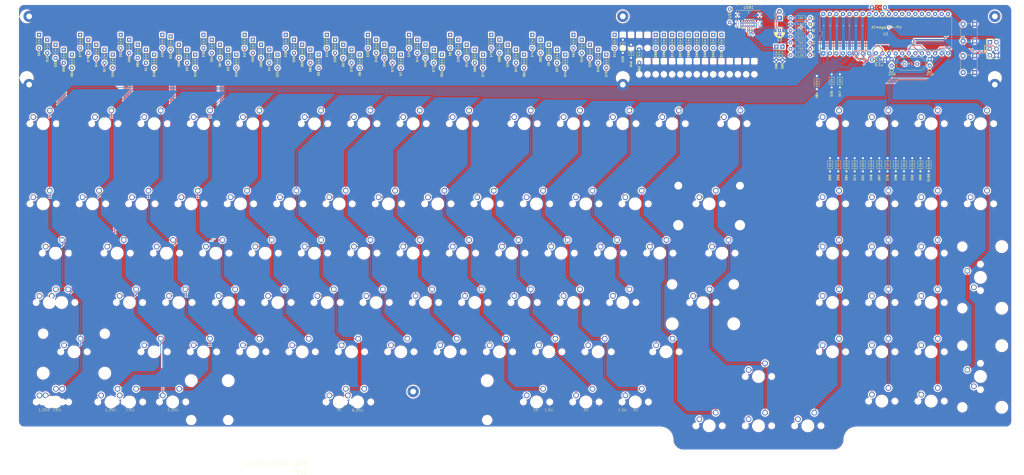
<source format=kicad_pcb>
(kicad_pcb (version 20171130) (host pcbnew 5.1.6)
  (layers (0 F.Cu signal) (31 B.Cu signal hide) (34 B.Paste user) (35 F.Paste user) (36 B.SilkS user) (37 F.SilkS user) (38 B.Mask user) (39 F.Mask user) (44 Edge.Cuts user))
  (net 0 "")
  (net 1 boot)
  (net 2 GND)
  (net 3 "Net-(C1-Pad1)")
  (net 4 "Net-(C2-Pad1)")
  (net 5 +5V)
  (net 6 "Net-(D0-Pad2)")
  (net 7 row0)
  (net 8 "Net-(D1-Pad2)")
  (net 9 "Net-(D2-Pad2)")
  (net 10 "Net-(D3-Pad2)")
  (net 11 "Net-(D4-Pad2)")
  (net 12 "Net-(D5-Pad2)")
  (net 13 "Net-(D6-Pad2)")
  (net 14 "Net-(D7-Pad2)")
  (net 15 "Net-(D8-Pad2)")
  (net 16 "Net-(D9-Pad2)")
  (net 17 "Net-(D10-Pad2)")
  (net 18 "Net-(D11-Pad2)")
  (net 19 "Net-(D12-Pad2)")
  (net 20 "Net-(D13-Pad2)")
  (net 21 "Net-(D14-Pad2)")
  (net 22 "Net-(D15-Pad2)")
  (net 23 row1)
  (net 24 "Net-(D16-Pad2)")
  (net 25 "Net-(D17-Pad2)")
  (net 26 "Net-(D18-Pad2)")
  (net 27 "Net-(D19-Pad2)")
  (net 28 "Net-(D20-Pad2)")
  (net 29 "Net-(D21-Pad2)")
  (net 30 "Net-(D22-Pad2)")
  (net 31 "Net-(D23-Pad2)")
  (net 32 "Net-(D24-Pad2)")
  (net 33 "Net-(D25-Pad2)")
  (net 34 "Net-(D26-Pad2)")
  (net 35 "Net-(D27-Pad2)")
  (net 36 "Net-(D28-Pad2)")
  (net 37 "Net-(D29-Pad2)")
  (net 38 "Net-(D30-Pad2)")
  (net 39 "Net-(D31-Pad2)")
  (net 40 "Net-(D32-Pad2)")
  (net 41 "Net-(D33-Pad2)")
  (net 42 row2)
  (net 43 "Net-(D34-Pad2)")
  (net 44 "Net-(D35-Pad2)")
  (net 45 "Net-(D36-Pad2)")
  (net 46 "Net-(D37-Pad2)")
  (net 47 "Net-(D38-Pad2)")
  (net 48 "Net-(D39-Pad2)")
  (net 49 "Net-(D40-Pad2)")
  (net 50 "Net-(D41-Pad2)")
  (net 51 "Net-(D42-Pad2)")
  (net 52 "Net-(D43-Pad2)")
  (net 53 "Net-(D44-Pad2)")
  (net 54 "Net-(D45-Pad2)")
  (net 55 "Net-(D46-Pad2)")
  (net 56 "Net-(D47-Pad2)")
  (net 57 "Net-(D48-Pad2)")
  (net 58 "Net-(D49-Pad2)")
  (net 59 row3)
  (net 60 "Net-(D50-Pad2)")
  (net 61 row5)
  (net 62 "Net-(D51-Pad2)")
  (net 63 "Net-(D52-Pad2)")
  (net 64 "Net-(D53-Pad2)")
  (net 65 "Net-(D54-Pad2)")
  (net 66 "Net-(D55-Pad2)")
  (net 67 "Net-(D56-Pad2)")
  (net 68 "Net-(D57-Pad2)")
  (net 69 "Net-(D58-Pad2)")
  (net 70 "Net-(D59-Pad2)")
  (net 71 "Net-(D60-Pad2)")
  (net 72 "Net-(D61-Pad2)")
  (net 73 "Net-(D62-Pad2)")
  (net 74 "Net-(D63-Pad2)")
  (net 75 "Net-(D64-Pad2)")
  (net 76 row4)
  (net 77 "Net-(D65-Pad2)")
  (net 78 "Net-(D66-Pad2)")
  (net 79 "Net-(D67-Pad2)")
  (net 80 "Net-(D68-Pad2)")
  (net 81 "Net-(D69-Pad2)")
  (net 82 "Net-(D70-Pad2)")
  (net 83 "Net-(D71-Pad2)")
  (net 84 "Net-(D72-Pad2)")
  (net 85 "Net-(D73-Pad2)")
  (net 86 "Net-(D74-Pad2)")
  (net 87 "Net-(D75-Pad2)")
  (net 88 "Net-(D76-Pad2)")
  (net 89 "Net-(D77-Pad2)")
  (net 90 "Net-(D78-Pad2)")
  (net 91 "Net-(D79-Pad2)")
  (net 92 "Net-(D80-Pad2)")
  (net 93 "Net-(D81-Pad2)")
  (net 94 "Net-(D82-Pad2)")
  (net 95 "Net-(D83-Pad2)")
  (net 96 "Net-(D84-Pad2)")
  (net 97 "Net-(D85-Pad2)")
  (net 98 "Net-(D86-Pad2)")
  (net 99 "Net-(D87-Pad2)")
  (net 100 "Net-(D88-Pad2)")
  (net 101 "Net-(D89-Pad2)")
  (net 102 "Net-(D90-Pad2)")
  (net 103 "Net-(D91-Pad2)")
  (net 104 "Net-(D92-Pad2)")
  (net 105 "Net-(D93-Pad2)")
  (net 106 "Net-(D94-Pad2)")
  (net 107 "Net-(D95-Pad1)")
  (net 108 "Net-(D96-Pad1)")
  (net 109 "Net-(D97-Pad2)")
  (net 110 "Net-(D98-Pad2)")
  (net 111 "Net-(D99-Pad2)")
  (net 112 "Net-(D100-Pad2)")
  (net 113 VCC)
  (net 114 reset)
  (net 115 MOSI)
  (net 116 SCK)
  (net 117 MISO)
  (net 118 "Net-(LED1-Pad1)")
  (net 119 "Net-(R1-Pad2)")
  (net 120 "Net-(R2-Pad1)")
  (net 121 D-)
  (net 122 D+)
  (net 123 col0)
  (net 124 col2)
  (net 125 col3)
  (net 126 col4)
  (net 127 col5)
  (net 128 col6)
  (net 129 col7)
  (net 130 col8)
  (net 131 col9)
  (net 132 col10)
  (net 133 col11)
  (net 134 col12)
  (net 135 col13)
  (net 136 col14)
  (net 137 col15)
  (net 138 col16)
  (net 139 col17)
  (net 140 col1)
  (net 141 "Net-(U1-Pad32)")
  (net 142 "Net-(U1-Pad23)")
  (net 143 "Net-(U1-Pad22)")
  (net 144 "Net-(USB1-PadB8)")
  (net 145 "Net-(USB1-PadA8)")
  (module cftkb:SW_Cherry_MX1A_1.00u_PCB-NOSCREEN (layer F.Cu) (at 100.0125 240.50625)
    (fp_text reference SW38)
    (fp_text value KEYSW)
    (pad "" np_thru_hole circle (at 2.54 5.08) (size 1.7 1.7) (drill 1.7) (layers *.Cu *.Mask))
    (pad "" np_thru_hole circle (at -7.62 5.08) (size 1.7 1.7) (drill 1.7) (layers *.Cu *.Mask))
    (pad "" np_thru_hole circle (at -2.54 5.08) (size 4 4) (drill 4) (layers *.Cu *.Mask))
    (pad 2 thru_hole circle (at -6.35 2.54) (size 2.2 2.2) (drill 1.5) (layers *.Cu *.Mask) (net 45 "Net-(D36-Pad2)"))
    (pad 1 thru_hole circle (at 0 0) (size 2.2 2.2) (drill 1.5) (layers *.Cu *.Mask) (net 125 col3))
  )
  (module cftkb:SW_Cherry_MX1A_2.00u_PCBNOSCREEN (layer F.Cu) (at 290.5125 221.45625)
    (fp_text reference SW30)
    (fp_text value KEYSW)
    (pad 1 thru_hole circle (at 0 0) (size 2.2 2.2) (drill 1.5) (layers *.Cu *.Mask) (net 135 col13))
    (pad 2 thru_hole circle (at -6.35 2.54) (size 2.2 2.2) (drill 1.5) (layers *.Cu *.Mask) (net 37 "Net-(D29-Pad2)"))
    (pad "" np_thru_hole circle (at -2.54 5.08) (size 4 4) (drill 4) (layers *.Cu *.Mask))
    (pad "" np_thru_hole circle (at -7.62 5.08) (size 1.7 1.7) (drill 1.7) (layers *.Cu *.Mask))
    (pad "" np_thru_hole circle (at 2.54 5.08) (size 1.7 1.7) (drill 1.7) (layers *.Cu *.Mask))
    (pad "" np_thru_hole circle (at 9.36 13.32) (size 4 4) (drill 4) (layers *.Cu *.Mask))
    (pad "" np_thru_hole circle (at -14.44 13.32) (size 4 4) (drill 4) (layers *.Cu *.Mask))
    (pad "" np_thru_hole circle (at -14.44 -1.92) (size 3.05 3.05) (drill 3.05) (layers *.Cu *.Mask))
    (pad "" np_thru_hole circle (at 9.36 -1.92) (size 3.05 3.05) (drill 3.05) (layers *.Cu *.Mask))
  )
  (module cftkb:DIP-40_W15.24mm (layer F.Cu) (at 332.0415 168.43375 90)
    (fp_text reference U1 (at 7.52414 24.164738) (layer F.SilkS))
    (fp_text value ATmega32A-PU (at 10.06135 24.462204) (layer F.SilkS))
    (pad 40 thru_hole oval (at 15.24 0 90) (size 1.6 1.6) (drill 0.8) (layers *.Cu *.Mask) (net 123 col0))
    (pad 20 thru_hole oval (at 0 48.26 90) (size 1.6 1.6) (drill 0.8) (layers *.Cu *.Mask) (net 135 col13))
    (pad 39 thru_hole oval (at 15.24 2.54 90) (size 1.6 1.6) (drill 0.8) (layers *.Cu *.Mask) (net 124 col2))
    (pad 19 thru_hole oval (at 0 45.72 90) (size 1.6 1.6) (drill 0.8) (layers *.Cu *.Mask) (net 136 col14))
    (pad 38 thru_hole oval (at 15.24 5.08 90) (size 1.6 1.6) (drill 0.8) (layers *.Cu *.Mask) (net 126 col4))
    (pad 18 thru_hole oval (at 0 43.18 90) (size 1.6 1.6) (drill 0.8) (layers *.Cu *.Mask) (net 1 boot))
    (pad 37 thru_hole oval (at 15.24 7.62 90) (size 1.6 1.6) (drill 0.8) (layers *.Cu *.Mask) (net 128 col6))
    (pad 17 thru_hole oval (at 0 40.64 90) (size 1.6 1.6) (drill 0.8) (layers *.Cu *.Mask) (net 121 D-))
    (pad 36 thru_hole oval (at 15.24 10.16 90) (size 1.6 1.6) (drill 0.8) (layers *.Cu *.Mask) (net 130 col8))
    (pad 16 thru_hole oval (at 0 38.1 90) (size 1.6 1.6) (drill 0.8) (layers *.Cu *.Mask) (net 122 D+))
    (pad 35 thru_hole oval (at 15.24 12.7 90) (size 1.6 1.6) (drill 0.8) (layers *.Cu *.Mask) (net 132 col10))
    (pad 15 thru_hole oval (at 0 35.56 90) (size 1.6 1.6) (drill 0.8) (layers *.Cu *.Mask) (net 137 col15))
    (pad 34 thru_hole oval (at 15.24 15.24 90) (size 1.6 1.6) (drill 0.8) (layers *.Cu *.Mask) (net 133 col11))
    (pad 14 thru_hole oval (at 0 33.02 90) (size 1.6 1.6) (drill 0.8) (layers *.Cu *.Mask) (net 138 col16))
    (pad 33 thru_hole oval (at 15.24 17.78 90) (size 1.6 1.6) (drill 0.8) (layers *.Cu *.Mask) (net 134 col12))
    (pad 13 thru_hole oval (at 0 30.48 90) (size 1.6 1.6) (drill 0.8) (layers *.Cu *.Mask) (net 3 "Net-(C1-Pad1)"))
    (pad 32 thru_hole oval (at 15.24 20.32 90) (size 1.6 1.6) (drill 0.8) (layers *.Cu *.Mask) (net 141 "Net-(U1-Pad32)"))
    (pad 12 thru_hole oval (at 0 27.94 90) (size 1.6 1.6) (drill 0.8) (layers *.Cu *.Mask) (net 4 "Net-(C2-Pad1)"))
    (pad 31 thru_hole oval (at 15.24 22.86 90) (size 1.6 1.6) (drill 0.8) (layers *.Cu *.Mask) (net 2 GND))
    (pad 11 thru_hole oval (at 0 25.4 90) (size 1.6 1.6) (drill 0.8) (layers *.Cu *.Mask) (net 2 GND))
    (pad 30 thru_hole oval (at 15.24 25.4 90) (size 1.6 1.6) (drill 0.8) (layers *.Cu *.Mask) (net 5 +5V))
    (pad 10 thru_hole oval (at 0 22.86 90) (size 1.6 1.6) (drill 0.8) (layers *.Cu *.Mask) (net 5 +5V))
    (pad 29 thru_hole oval (at 15.24 27.94 90) (size 1.6 1.6) (drill 0.8) (layers *.Cu *.Mask) (net 42 row2))
    (pad 9 thru_hole oval (at 0 20.32 90) (size 1.6 1.6) (drill 0.8) (layers *.Cu *.Mask) (net 114 reset))
    (pad 28 thru_hole oval (at 15.24 30.48 90) (size 1.6 1.6) (drill 0.8) (layers *.Cu *.Mask) (net 76 row4))
    (pad 8 thru_hole oval (at 0 17.78 90) (size 1.6 1.6) (drill 0.8) (layers *.Cu *.Mask) (net 116 SCK))
    (pad 27 thru_hole oval (at 15.24 33.02 90) (size 1.6 1.6) (drill 0.8) (layers *.Cu *.Mask) (net 61 row5))
    (pad 7 thru_hole oval (at 0 15.24 90) (size 1.6 1.6) (drill 0.8) (layers *.Cu *.Mask) (net 117 MISO))
    (pad 26 thru_hole oval (at 15.24 35.56 90) (size 1.6 1.6) (drill 0.8) (layers *.Cu *.Mask) (net 59 row3))
    (pad 6 thru_hole oval (at 0 12.7 90) (size 1.6 1.6) (drill 0.8) (layers *.Cu *.Mask) (net 115 MOSI))
    (pad 25 thru_hole oval (at 15.24 38.1 90) (size 1.6 1.6) (drill 0.8) (layers *.Cu *.Mask) (net 23 row1))
    (pad 5 thru_hole oval (at 0 10.16 90) (size 1.6 1.6) (drill 0.8) (layers *.Cu *.Mask) (net 131 col9))
    (pad 24 thru_hole oval (at 15.24 40.64 90) (size 1.6 1.6) (drill 0.8) (layers *.Cu *.Mask) (net 7 row0))
    (pad 4 thru_hole oval (at 0 7.62 90) (size 1.6 1.6) (drill 0.8) (layers *.Cu *.Mask) (net 129 col7))
    (pad 23 thru_hole oval (at 15.24 43.18 90) (size 1.6 1.6) (drill 0.8) (layers *.Cu *.Mask) (net 142 "Net-(U1-Pad23)"))
    (pad 3 thru_hole oval (at 0 5.08 90) (size 1.6 1.6) (drill 0.8) (layers *.Cu *.Mask) (net 127 col5))
    (pad 22 thru_hole oval (at 15.24 45.72 90) (size 1.6 1.6) (drill 0.8) (layers *.Cu *.Mask) (net 143 "Net-(U1-Pad22)"))
    (pad 2 thru_hole oval (at 0 2.54 90) (size 1.6 1.6) (drill 0.8) (layers *.Cu *.Mask) (net 125 col3))
    (pad 21 thru_hole oval (at 15.24 48.26 90) (size 1.6 1.6) (drill 0.8) (layers *.Cu *.Mask) (net 139 col17))
    (pad 1 thru_hole rect (at 0 0 90) (size 1.6 1.6) (drill 0.8) (layers *.Cu *.Mask) (net 140 col1))
  )
  (module cftkb:SW_Cherry_MX1A_1.25u_PCBNOSCREEN (layer F.Cu) (at 261.977778 297.96362)
    (fp_text reference SW95)
    (fp_text value KEYSW)
    (pad 1 thru_hole circle (at 0 0) (size 2.2 2.2) (drill 1.5) (layers *.Cu *.Mask) (net 132 col10))
    (pad 2 thru_hole circle (at -6.35 2.54) (size 2.2 2.2) (drill 1.5) (layers *.Cu *.Mask) (net 94 "Net-(D82-Pad2)"))
    (pad "" np_thru_hole circle (at -2.54 5.08) (size 4 4) (drill 4) (layers *.Cu *.Mask))
    (pad "" np_thru_hole circle (at -7.62 5.08) (size 1.7 1.7) (drill 1.7) (layers *.Cu *.Mask))
    (pad "" np_thru_hole circle (at 2.54 5.08) (size 1.7 1.7) (drill 1.7) (layers *.Cu *.Mask))
  )
  (module cftkb:SW_Cherry_MX1A_1.25u_PCBNOSCREEN (layer F.Cu) (at 242.922456 297.97375)
    (fp_text reference SW94)
    (fp_text value KEYSW)
    (pad 1 thru_hole circle (at 0 0) (size 2.2 2.2) (drill 1.5) (layers *.Cu *.Mask) (net 131 col9))
    (pad 2 thru_hole circle (at -6.35 2.54) (size 2.2 2.2) (drill 1.5) (layers *.Cu *.Mask) (net 90 "Net-(D78-Pad2)"))
    (pad "" np_thru_hole circle (at -2.54 5.08) (size 4 4) (drill 4) (layers *.Cu *.Mask))
    (pad "" np_thru_hole circle (at -7.62 5.08) (size 1.7 1.7) (drill 1.7) (layers *.Cu *.Mask))
    (pad "" np_thru_hole circle (at 2.54 5.08) (size 1.7 1.7) (drill 1.7) (layers *.Cu *.Mask))
  )
  (module cftkb:SW_Cherry_MX1A_1.25u_PCBNOSCREEN (layer F.Cu) (at 223.867134 297.96362)
    (fp_text reference SW93)
    (fp_text value KEYSW)
    (pad 1 thru_hole circle (at 0 0) (size 2.2 2.2) (drill 1.5) (layers *.Cu *.Mask) (net 130 col8))
    (pad 2 thru_hole circle (at -6.35 2.54) (size 2.2 2.2) (drill 1.5) (layers *.Cu *.Mask) (net 62 "Net-(D51-Pad2)"))
    (pad "" np_thru_hole circle (at -2.54 5.08) (size 4 4) (drill 4) (layers *.Cu *.Mask))
    (pad "" np_thru_hole circle (at -7.62 5.08) (size 1.7 1.7) (drill 1.7) (layers *.Cu *.Mask))
    (pad "" np_thru_hole circle (at 2.54 5.08) (size 1.7 1.7) (drill 1.7) (layers *.Cu *.Mask))
  )
  (module cftkb:SW_Cherry_MX1A_1.25u_PCBNOSCREEN (layer F.Cu) (at 238.125 190.5)
    (fp_text reference SW9)
    (fp_text value KEYSW)
    (pad 1 thru_hole circle (at 0 0) (size 2.2 2.2) (drill 1.5) (layers *.Cu *.Mask) (net 132 col10))
    (pad 2 thru_hole circle (at -6.35 2.54) (size 2.2 2.2) (drill 1.5) (layers *.Cu *.Mask) (net 92 "Net-(D80-Pad2)"))
    (pad "" np_thru_hole circle (at -2.54 5.08) (size 4 4) (drill 4) (layers *.Cu *.Mask))
    (pad "" np_thru_hole circle (at -7.62 5.08) (size 1.7 1.7) (drill 1.7) (layers *.Cu *.Mask))
    (pad "" np_thru_hole circle (at 2.54 5.08) (size 1.7 1.7) (drill 1.7) (layers *.Cu *.Mask))
  )
  (module cftkb:MountingHole_2.2mm_M2_Pad (layer F.Cu) (at 254.635 180.49875)
    (fp_text reference REF**)
    (fp_text value MountingHole_2.2mm_M2_Pad)
    (pad 1 thru_hole circle (at 0 0) (size 4.4 4.4) (drill 2.2) (layers *.Cu *.Mask))
  )
  (module cftkb:MountingHole_2.2mm_M2_Pad (layer F.Cu) (at 254.635 154.14625)
    (fp_text reference REF**)
    (fp_text value MountingHole_2.2mm_M2_Pad)
    (pad 1 thru_hole circle (at 0 0) (size 4.4 4.4) (drill 2.2) (layers *.Cu *.Mask))
  )
  (module cftkb:D_DO-35_SOD27_P5.08mm_Horizontal (layer F.Cu) (at 29.21 160.02 270)
    (fp_text reference D0 (at 8.77 0 90) (layer F.SilkS) (effects (font (size 0.8 0.8))))
    (fp_text value D_Small)
    (pad 1 thru_hole rect (at 1.27 0 270) (size 1.6 1.6) (drill 0.8) (layers *.Cu *.Mask) (net 7 row0))
    (pad 2 thru_hole oval (at 6.35 0 270) (size 1.6 1.6) (drill 0.8) (layers *.Cu *.Mask) (net 6 "Net-(D0-Pad2)"))
  )
  (module cftkb:D_DO-35_SOD27_P5.08mm_Horizontal (layer F.Cu) (at 32.385 161.925 270)
    (fp_text reference D16 (at 8.77 0 90) (layer F.SilkS) (effects (font (size 0.8 0.8))))
    (fp_text value D_Small)
    (pad 1 thru_hole rect (at 1.27 0 270) (size 1.6 1.6) (drill 0.8) (layers *.Cu *.Mask) (net 23 row1))
    (pad 2 thru_hole oval (at 6.35 0 270) (size 1.6 1.6) (drill 0.8) (layers *.Cu *.Mask) (net 24 "Net-(D16-Pad2)"))
  )
  (module cftkb:MountingHole_2.2mm_M2_Pad (layer F.Cu) (at 25.4 180.49875)
    (fp_text reference REF**)
    (fp_text value MountingHole_2.2mm_M2_Pad)
    (pad 1 thru_hole circle (at 0 0) (size 4.4 4.4) (drill 2.2) (layers *.Cu *.Mask))
  )
  (module cftkb:MountingHole_2.2mm_M2_Pad (layer F.Cu) (at 25.4 154.14625)
    (fp_text reference REF**)
    (fp_text value MountingHole_2.2mm_M2_Pad)
    (pad 1 thru_hole circle (at 0 0) (size 4.4 4.4) (drill 2.2) (layers *.Cu *.Mask))
  )
  (module cftkb:MountingHole_2.2mm_M2_Pad (layer F.Cu) (at 398.30375 154.14625)
    (fp_text reference REF**)
    (fp_text value MountingHole_2.2mm_M2_Pad)
    (pad 1 thru_hole circle (at 0 0) (size 4.4 4.4) (drill 2.2) (layers *.Cu *.Mask))
  )
  (module cftkb:MountingHole_2.2mm_M2_Pad (layer F.Cu) (at 398.30375 180.49875)
    (fp_text reference REF**)
    (fp_text value MountingHole_2.2mm_M2_Pad)
    (pad 1 thru_hole circle (at 0 0) (size 4.4 4.4) (drill 2.2) (layers *.Cu *.Mask))
  )
  (module cftkb:SW_Cherry_MX1A_1.25u_PCBNOSCREEN (layer F.Cu) (at 35.7187 297.96362)
    (fp_text reference SW87)
    (fp_text value KEYSW)
    (pad "" np_thru_hole circle (at 2.54 5.08) (size 1.7 1.7) (drill 1.7) (layers *.Cu *.Mask))
    (pad "" np_thru_hole circle (at -7.62 5.08) (size 1.7 1.7) (drill 1.7) (layers *.Cu *.Mask))
    (pad "" np_thru_hole circle (at -2.54 5.08) (size 4 4) (drill 4) (layers *.Cu *.Mask))
    (pad 2 thru_hole circle (at -6.35 2.54) (size 2.2 2.2) (drill 1.5) (layers *.Cu *.Mask) (net 89 "Net-(D77-Pad2)"))
    (pad 1 thru_hole circle (at 0 0) (size 2.2 2.2) (drill 1.5) (layers *.Cu *.Mask) (net 123 col0))
  )
  (module logos:DISCIPLINE_SMALL_MASK (layer F.Cu) (at 121.285 319.405)
    (fp_text reference G*** hide)
    (fp_text value LOGO hide)
  )
  (module MountingHole:MountingHole_2.2mm_M2_Pad (layer F.Cu) (at 173.669595 299.03811)
    (fp_text reference REF**)
    (fp_text value MountingHole_2.2mm_M2_Pad)
    (pad 1 thru_hole circle (at 0 0) (size 4.4 4.4) (drill 2.2) (layers *.Cu *.Mask))
  )
  (module cftkb:MX-7U-Stabilizer (layer F.Cu) (at 145.123823 303.06164)
    (fp_text reference ST72)
    (fp_text value 7U (at -0.262465 3.057094) (layer F.SilkS) (effects (font (thickness 0.1))))
    (pad "" np_thru_hole circle (at -57.15 6.985) (size 3.048 3.048) (drill 3.048) (layers *.Cu *.Mask))
    (pad "" np_thru_hole circle (at 57.15 6.985) (size 3.048 3.048) (drill 3.048) (layers *.Cu *.Mask))
    (pad "" np_thru_hole circle (at -57.15 -8.255) (size 3.9878 3.9878) (drill 3.9878) (layers *.Cu *.Mask))
    (pad "" np_thru_hole circle (at 57.15 -8.255) (size 3.9878 3.9878) (drill 3.9878) (layers *.Cu *.Mask))
  )
  (module cftkb:MX-6.25U-Stabilizer (layer F.Cu) (at 152.267573 303.06164)
    (fp_text reference REF**)
    (fp_text value 6.25U (at 0 3.177094) (layer F.SilkS) (effects (font (thickness 0.1))))
    (pad "" np_thru_hole circle (at 49.9999 -8.255) (size 3.9878 3.9878) (drill 3.9878) (layers *.Cu *.Mask))
    (pad "" np_thru_hole circle (at -49.9999 -8.255) (size 3.9878 3.9878) (drill 3.9878) (layers *.Cu *.Mask))
    (pad "" np_thru_hole circle (at 49.9999 6.985) (size 3.048 3.048) (drill 3.048) (layers *.Cu *.Mask))
    (pad "" np_thru_hole circle (at -49.9999 6.985) (size 3.048 3.048) (drill 3.048) (layers *.Cu *.Mask))
  )
  (module cftkb:SW_Cherry_MX1A_1.00u_PCB-NOSCREEN (layer F.Cu) (at 154.7815 297.97375)
    (fp_text reference SW92)
    (fp_text value KEYSW)
    (pad "" np_thru_hole circle (at 2.54 5.08) (size 1.7 1.7) (drill 1.7) (layers *.Cu *.Mask))
    (pad "" np_thru_hole circle (at -7.62 5.08) (size 1.7 1.7) (drill 1.7) (layers *.Cu *.Mask))
    (pad "" np_thru_hole circle (at -2.54 5.08) (size 4 4) (drill 4) (layers *.Cu *.Mask))
    (pad 2 thru_hole circle (at -6.35 2.54) (size 2.2 2.2) (drill 1.5) (layers *.Cu *.Mask) (net 95 "Net-(D83-Pad2)"))
    (pad 1 thru_hole circle (at 0 0) (size 2.2 2.2) (drill 1.5) (layers *.Cu *.Mask) (net 127 col5))
  )
  (module cftkb:SW_Cherry_MX1A_1.25u_PCBNOSCREEN (layer F.Cu) (at 83.3437 297.96362)
    (fp_text reference SW91)
    (fp_text value KEYSW)
    (pad "" np_thru_hole circle (at 2.54 5.08) (size 1.7 1.7) (drill 1.7) (layers *.Cu *.Mask))
    (pad "" np_thru_hole circle (at -7.62 5.08) (size 1.7 1.7) (drill 1.7) (layers *.Cu *.Mask))
    (pad "" np_thru_hole circle (at -2.54 5.08) (size 4 4) (drill 4) (layers *.Cu *.Mask))
    (pad 2 thru_hole circle (at -6.35 2.54) (size 2.2 2.2) (drill 1.5) (layers *.Cu *.Mask) (net 93 "Net-(D81-Pad2)"))
    (pad 1 thru_hole circle (at 0 0) (size 2.2 2.2) (drill 1.5) (layers *.Cu *.Mask) (net 124 col2))
  )
  (module cftkb:SW_Cherry_MX1A_1.25u_PCBNOSCREEN (layer F.Cu) (at 59.5313 297.97375)
    (fp_text reference SW88)
    (fp_text value KEYSW)
    (pad "" np_thru_hole circle (at 2.54 5.08) (size 1.7 1.7) (drill 1.7) (layers *.Cu *.Mask))
    (pad "" np_thru_hole circle (at -7.62 5.08) (size 1.7 1.7) (drill 1.7) (layers *.Cu *.Mask))
    (pad "" np_thru_hole circle (at -2.54 5.08) (size 4 4) (drill 4) (layers *.Cu *.Mask))
    (pad 2 thru_hole circle (at -6.35 2.54) (size 2.2 2.2) (drill 1.5) (layers *.Cu *.Mask) (net 91 "Net-(D79-Pad2)"))
    (pad 1 thru_hole circle (at 0 0) (size 2.2 2.2) (drill 1.5) (layers *.Cu *.Mask) (net 140 col1))
  )
  (module cftkb:SW_Cherry_MX1A_1.00u_PCB-NOSCREEN (layer F.Cu) (at 147.663823 297.98164)
    (fp_text reference SW102)
    (fp_text value KEYSW)
    (pad "" np_thru_hole circle (at 2.54 5.08) (size 1.7 1.7) (drill 1.7) (layers *.Cu *.Mask))
    (pad "" np_thru_hole circle (at -7.62 5.08) (size 1.7 1.7) (drill 1.7) (layers *.Cu *.Mask))
    (pad "" np_thru_hole circle (at -2.54 5.08) (size 4 4) (drill 4) (layers *.Cu *.Mask))
    (pad 2 thru_hole circle (at -6.35 2.54) (size 2.2 2.2) (drill 1.5) (layers *.Cu *.Mask) (net 95 "Net-(D83-Pad2)"))
    (pad 1 thru_hole circle (at 0 0) (size 2.2 2.2) (drill 1.5) (layers *.Cu *.Mask) (net 127 col5))
  )
  (module cftkb:SW_Cherry_MX1A_1.50u_PCBNOSCREEN (layer F.Cu) (at 66.699281 297.969819)
    (fp_text reference SW90)
    (fp_text value KEYSW)
    (pad 1 thru_hole circle (at 0 0) (size 2.2 2.2) (drill 1.5) (layers *.Cu *.Mask) (net 124 col2))
    (pad 2 thru_hole circle (at -6.35 2.54) (size 2.2 2.2) (drill 1.5) (layers *.Cu *.Mask) (net 93 "Net-(D81-Pad2)"))
    (pad "" np_thru_hole circle (at -2.54 5.08) (size 4 4) (drill 4) (layers *.Cu *.Mask))
    (pad "" np_thru_hole circle (at -7.62 5.08) (size 1.7 1.7) (drill 1.7) (layers *.Cu *.Mask))
    (pad "" np_thru_hole circle (at 2.54 5.08) (size 1.7 1.7) (drill 1.7) (layers *.Cu *.Mask))
  )
  (module cftkb:SW_Cherry_MX1A_1.50u_PCBNOSCREEN (layer F.Cu) (at 38.09995 297.96362)
    (fp_text reference SW86)
    (fp_text value KEYSW)
    (pad 1 thru_hole circle (at 0 0) (size 2.2 2.2) (drill 1.5) (layers *.Cu *.Mask) (net 123 col0))
    (pad 2 thru_hole circle (at -6.35 2.54) (size 2.2 2.2) (drill 1.5) (layers *.Cu *.Mask) (net 89 "Net-(D77-Pad2)"))
    (pad "" np_thru_hole circle (at -2.54 5.08) (size 4 4) (drill 4) (layers *.Cu *.Mask))
    (pad "" np_thru_hole circle (at -7.62 5.08) (size 1.7 1.7) (drill 1.7) (layers *.Cu *.Mask))
    (pad "" np_thru_hole circle (at 2.54 5.08) (size 1.7 1.7) (drill 1.7) (layers *.Cu *.Mask))
  )
  (module cftkb:SW_Cherry_MX1A_1.00u_PCB-NOSCREEN (layer F.Cu) (at 57.15 190.5)
    (fp_text reference SW103)
    (fp_text value KEYSW)
    (pad "" np_thru_hole circle (at 2.54 5.08) (size 1.7 1.7) (drill 1.7) (layers *.Cu *.Mask))
    (pad "" np_thru_hole circle (at -7.62 5.08) (size 1.7 1.7) (drill 1.7) (layers *.Cu *.Mask))
    (pad "" np_thru_hole circle (at -2.54 5.08) (size 4 4) (drill 4) (layers *.Cu *.Mask))
    (pad 2 thru_hole circle (at -6.35 2.54) (size 2.2 2.2) (drill 1.5) (layers *.Cu *.Mask) (net 58 "Net-(D49-Pad2)"))
    (pad 1 thru_hole circle (at 0 0) (size 2.2 2.2) (drill 1.5) (layers *.Cu *.Mask) (net 140 col1))
  )
  (module cftkb:SW_Cherry_MX1A_1.00u_PCB-NOSCREEN (layer F.Cu) (at 376.2375 297.65625)
    (fp_text reference SW100)
    (fp_text value KEYSW)
    (pad "" np_thru_hole circle (at 2.54 5.08) (size 1.7 1.7) (drill 1.7) (layers *.Cu *.Mask))
    (pad "" np_thru_hole circle (at -7.62 5.08) (size 1.7 1.7) (drill 1.7) (layers *.Cu *.Mask))
    (pad "" np_thru_hole circle (at -2.54 5.08) (size 4 4) (drill 4) (layers *.Cu *.Mask))
    (pad 2 thru_hole circle (at -6.35 2.54) (size 2.2 2.2) (drill 1.5) (layers *.Cu *.Mask) (net 110 "Net-(D98-Pad2)"))
    (pad 1 thru_hole circle (at 0 0) (size 2.2 2.2) (drill 1.5) (layers *.Cu *.Mask) (net 138 col16))
  )
  (module cftkb:SW_Cherry_MX1A_1.00u_PCB-NOSCREEN (layer F.Cu) (at 357.1875 297.65625)
    (fp_text reference SW99)
    (fp_text value KEYSW)
    (pad "" np_thru_hole circle (at 2.54 5.08) (size 1.7 1.7) (drill 1.7) (layers *.Cu *.Mask))
    (pad "" np_thru_hole circle (at -7.62 5.08) (size 1.7 1.7) (drill 1.7) (layers *.Cu *.Mask))
    (pad "" np_thru_hole circle (at -2.54 5.08) (size 4 4) (drill 4) (layers *.Cu *.Mask))
    (pad 2 thru_hole circle (at -6.35 2.54) (size 2.2 2.2) (drill 1.5) (layers *.Cu *.Mask) (net 106 "Net-(D94-Pad2)"))
    (pad 1 thru_hole circle (at 0 0) (size 2.2 2.2) (drill 1.5) (layers *.Cu *.Mask) (net 137 col15))
  )
  (module cftkb:SW_Cherry_MX1A_1.00u_PCB-NOSCREEN (layer F.Cu) (at 328.6125 307.18125)
    (fp_text reference SW98)
    (fp_text value KEYSW)
    (pad "" np_thru_hole circle (at 2.54 5.08) (size 1.7 1.7) (drill 1.7) (layers *.Cu *.Mask))
    (pad "" np_thru_hole circle (at -7.62 5.08) (size 1.7 1.7) (drill 1.7) (layers *.Cu *.Mask))
    (pad "" np_thru_hole circle (at -2.54 5.08) (size 4 4) (drill 4) (layers *.Cu *.Mask))
    (pad 2 thru_hole circle (at -6.35 2.54) (size 2.2 2.2) (drill 1.5) (layers *.Cu *.Mask) (net 103 "Net-(D91-Pad2)"))
    (pad 1 thru_hole circle (at 0 0) (size 2.2 2.2) (drill 1.5) (layers *.Cu *.Mask) (net 136 col14))
  )
  (module cftkb:SW_Cherry_MX1A_1.00u_PCB-NOSCREEN (layer F.Cu) (at 309.5625 307.18125)
    (fp_text reference SW97)
    (fp_text value KEYSW)
    (pad "" np_thru_hole circle (at 2.54 5.08) (size 1.7 1.7) (drill 1.7) (layers *.Cu *.Mask))
    (pad "" np_thru_hole circle (at -7.62 5.08) (size 1.7 1.7) (drill 1.7) (layers *.Cu *.Mask))
    (pad "" np_thru_hole circle (at -2.54 5.08) (size 4 4) (drill 4) (layers *.Cu *.Mask))
    (pad 2 thru_hole circle (at -6.35 2.54) (size 2.2 2.2) (drill 1.5) (layers *.Cu *.Mask) (net 98 "Net-(D86-Pad2)"))
    (pad 1 thru_hole circle (at 0 0) (size 2.2 2.2) (drill 1.5) (layers *.Cu *.Mask) (net 135 col13))
  )
  (module cftkb:SW_Cherry_MX1A_1.00u_PCB-NOSCREEN (layer F.Cu) (at 290.5125 307.18125)
    (fp_text reference SW96)
    (fp_text value KEYSW)
    (pad 1 thru_hole circle (at 0 0) (size 2.2 2.2) (drill 1.5) (layers *.Cu *.Mask) (net 134 col12))
    (pad 2 thru_hole circle (at -6.35 2.54) (size 2.2 2.2) (drill 1.5) (layers *.Cu *.Mask) (net 96 "Net-(D84-Pad2)"))
    (pad "" np_thru_hole circle (at -2.54 5.08) (size 4 4) (drill 4) (layers *.Cu *.Mask))
    (pad "" np_thru_hole circle (at -7.62 5.08) (size 1.7 1.7) (drill 1.7) (layers *.Cu *.Mask))
    (pad "" np_thru_hole circle (at 2.54 5.08) (size 1.7 1.7) (drill 1.7) (layers *.Cu *.Mask))
  )
  (module cftkb:SW_Cherry_MX1A_1.00u_PCB-NOSCREEN (layer F.Cu) (at 376.2375 278.60625)
    (fp_text reference SW85)
    (fp_text value KEYSW)
    (pad 1 thru_hole circle (at 0 0) (size 2.2 2.2) (drill 1.5) (layers *.Cu *.Mask) (net 138 col16))
    (pad 2 thru_hole circle (at -6.35 2.54) (size 2.2 2.2) (drill 1.5) (layers *.Cu *.Mask) (net 88 "Net-(D76-Pad2)"))
    (pad "" np_thru_hole circle (at -2.54 5.08) (size 4 4) (drill 4) (layers *.Cu *.Mask))
    (pad "" np_thru_hole circle (at -7.62 5.08) (size 1.7 1.7) (drill 1.7) (layers *.Cu *.Mask))
    (pad "" np_thru_hole circle (at 2.54 5.08) (size 1.7 1.7) (drill 1.7) (layers *.Cu *.Mask))
  )
  (module cftkb:SW_Cherry_MX1A_1.00u_PCB-NOSCREEN (layer F.Cu) (at 357.1875 278.60625)
    (fp_text reference SW84)
    (fp_text value KEYSW)
    (pad "" np_thru_hole circle (at 2.54 5.08) (size 1.7 1.7) (drill 1.7) (layers *.Cu *.Mask))
    (pad "" np_thru_hole circle (at -7.62 5.08) (size 1.7 1.7) (drill 1.7) (layers *.Cu *.Mask))
    (pad "" np_thru_hole circle (at -2.54 5.08) (size 4 4) (drill 4) (layers *.Cu *.Mask))
    (pad 2 thru_hole circle (at -6.35 2.54) (size 2.2 2.2) (drill 1.5) (layers *.Cu *.Mask) (net 105 "Net-(D93-Pad2)"))
    (pad 1 thru_hole circle (at 0 0) (size 2.2 2.2) (drill 1.5) (layers *.Cu *.Mask) (net 137 col15))
  )
  (module cftkb:SW_Cherry_MX1A_1.00u_PCB-NOSCREEN (layer F.Cu) (at 338.1375 278.60625)
    (fp_text reference SW83)
    (fp_text value KEYSW)
    (pad "" np_thru_hole circle (at 2.54 5.08) (size 1.7 1.7) (drill 1.7) (layers *.Cu *.Mask))
    (pad "" np_thru_hole circle (at -7.62 5.08) (size 1.7 1.7) (drill 1.7) (layers *.Cu *.Mask))
    (pad "" np_thru_hole circle (at -2.54 5.08) (size 4 4) (drill 4) (layers *.Cu *.Mask))
    (pad 2 thru_hole circle (at -6.35 2.54) (size 2.2 2.2) (drill 1.5) (layers *.Cu *.Mask) (net 102 "Net-(D90-Pad2)"))
    (pad 1 thru_hole circle (at 0 0) (size 2.2 2.2) (drill 1.5) (layers *.Cu *.Mask) (net 136 col14))
  )
  (module cftkb:SW_Cherry_MX1A_1.00u_PCB-NOSCREEN (layer F.Cu) (at 309.5625 288.13125)
    (fp_text reference SW82)
    (fp_text value KEYSW)
    (pad "" np_thru_hole circle (at 2.54 5.08) (size 1.7 1.7) (drill 1.7) (layers *.Cu *.Mask))
    (pad "" np_thru_hole circle (at -7.62 5.08) (size 1.7 1.7) (drill 1.7) (layers *.Cu *.Mask))
    (pad "" np_thru_hole circle (at -2.54 5.08) (size 4 4) (drill 4) (layers *.Cu *.Mask))
    (pad 2 thru_hole circle (at -6.35 2.54) (size 2.2 2.2) (drill 1.5) (layers *.Cu *.Mask) (net 97 "Net-(D85-Pad2)"))
    (pad 1 thru_hole circle (at 0 0) (size 2.2 2.2) (drill 1.5) (layers *.Cu *.Mask) (net 135 col13))
  )
  (module cftkb:SW_Cherry_MX1A_1.00u_PCB-NOSCREEN (layer F.Cu) (at 247.65 278.60625)
    (fp_text reference SW80)
    (fp_text value KEYSW)
    (pad "" np_thru_hole circle (at 2.54 5.08) (size 1.7 1.7) (drill 1.7) (layers *.Cu *.Mask))
    (pad "" np_thru_hole circle (at -7.62 5.08) (size 1.7 1.7) (drill 1.7) (layers *.Cu *.Mask))
    (pad "" np_thru_hole circle (at -2.54 5.08) (size 4 4) (drill 4) (layers *.Cu *.Mask))
    (pad 2 thru_hole circle (at -6.35 2.54) (size 2.2 2.2) (drill 1.5) (layers *.Cu *.Mask) (net 86 "Net-(D74-Pad2)"))
    (pad 1 thru_hole circle (at 0 0) (size 2.2 2.2) (drill 1.5) (layers *.Cu *.Mask) (net 132 col10))
  )
  (module cftkb:SW_Cherry_MX1A_1.00u_PCB-NOSCREEN (layer F.Cu) (at 228.6 278.60625)
    (fp_text reference SW79)
    (fp_text value KEYSW)
    (pad "" np_thru_hole circle (at 2.54 5.08) (size 1.7 1.7) (drill 1.7) (layers *.Cu *.Mask))
    (pad "" np_thru_hole circle (at -7.62 5.08) (size 1.7 1.7) (drill 1.7) (layers *.Cu *.Mask))
    (pad "" np_thru_hole circle (at -2.54 5.08) (size 4 4) (drill 4) (layers *.Cu *.Mask))
    (pad 2 thru_hole circle (at -6.35 2.54) (size 2.2 2.2) (drill 1.5) (layers *.Cu *.Mask) (net 85 "Net-(D73-Pad2)"))
    (pad 1 thru_hole circle (at 0 0) (size 2.2 2.2) (drill 1.5) (layers *.Cu *.Mask) (net 131 col9))
  )
  (module cftkb:SW_Cherry_MX1A_1.00u_PCB-NOSCREEN (layer F.Cu) (at 209.55 278.60625)
    (fp_text reference SW78)
    (fp_text value KEYSW)
    (pad "" np_thru_hole circle (at 2.54 5.08) (size 1.7 1.7) (drill 1.7) (layers *.Cu *.Mask))
    (pad "" np_thru_hole circle (at -7.62 5.08) (size 1.7 1.7) (drill 1.7) (layers *.Cu *.Mask))
    (pad "" np_thru_hole circle (at -2.54 5.08) (size 4 4) (drill 4) (layers *.Cu *.Mask))
    (pad 2 thru_hole circle (at -6.35 2.54) (size 2.2 2.2) (drill 1.5) (layers *.Cu *.Mask) (net 84 "Net-(D72-Pad2)"))
    (pad 1 thru_hole circle (at 0 0) (size 2.2 2.2) (drill 1.5) (layers *.Cu *.Mask) (net 130 col8))
  )
  (module cftkb:SW_Cherry_MX1A_1.00u_PCB-NOSCREEN (layer F.Cu) (at 190.5 278.60625)
    (fp_text reference SW77)
    (fp_text value KEYSW)
    (pad "" np_thru_hole circle (at 2.54 5.08) (size 1.7 1.7) (drill 1.7) (layers *.Cu *.Mask))
    (pad "" np_thru_hole circle (at -7.62 5.08) (size 1.7 1.7) (drill 1.7) (layers *.Cu *.Mask))
    (pad "" np_thru_hole circle (at -2.54 5.08) (size 4 4) (drill 4) (layers *.Cu *.Mask))
    (pad 2 thru_hole circle (at -6.35 2.54) (size 2.2 2.2) (drill 1.5) (layers *.Cu *.Mask) (net 83 "Net-(D71-Pad2)"))
    (pad 1 thru_hole circle (at 0 0) (size 2.2 2.2) (drill 1.5) (layers *.Cu *.Mask) (net 129 col7))
  )
  (module cftkb:SW_Cherry_MX1A_1.00u_PCB-NOSCREEN (layer F.Cu) (at 171.45 278.60625)
    (fp_text reference SW76)
    (fp_text value KEYSW)
    (pad "" np_thru_hole circle (at 2.54 5.08) (size 1.7 1.7) (drill 1.7) (layers *.Cu *.Mask))
    (pad "" np_thru_hole circle (at -7.62 5.08) (size 1.7 1.7) (drill 1.7) (layers *.Cu *.Mask))
    (pad "" np_thru_hole circle (at -2.54 5.08) (size 4 4) (drill 4) (layers *.Cu *.Mask))
    (pad 2 thru_hole circle (at -6.35 2.54) (size 2.2 2.2) (drill 1.5) (layers *.Cu *.Mask) (net 82 "Net-(D70-Pad2)"))
    (pad 1 thru_hole circle (at 0 0) (size 2.2 2.2) (drill 1.5) (layers *.Cu *.Mask) (net 128 col6))
  )
  (module cftkb:SW_Cherry_MX1A_1.00u_PCB-NOSCREEN (layer F.Cu) (at 152.4 278.60625)
    (fp_text reference SW75)
    (fp_text value KEYSW)
    (pad "" np_thru_hole circle (at 2.54 5.08) (size 1.7 1.7) (drill 1.7) (layers *.Cu *.Mask))
    (pad "" np_thru_hole circle (at -7.62 5.08) (size 1.7 1.7) (drill 1.7) (layers *.Cu *.Mask))
    (pad "" np_thru_hole circle (at -2.54 5.08) (size 4 4) (drill 4) (layers *.Cu *.Mask))
    (pad 2 thru_hole circle (at -6.35 2.54) (size 2.2 2.2) (drill 1.5) (layers *.Cu *.Mask) (net 81 "Net-(D69-Pad2)"))
    (pad 1 thru_hole circle (at 0 0) (size 2.2 2.2) (drill 1.5) (layers *.Cu *.Mask) (net 127 col5))
  )
  (module cftkb:SW_Cherry_MX1A_1.00u_PCB-NOSCREEN (layer F.Cu) (at 133.35 278.60625)
    (fp_text reference SW74)
    (fp_text value KEYSW)
    (pad "" np_thru_hole circle (at 2.54 5.08) (size 1.7 1.7) (drill 1.7) (layers *.Cu *.Mask))
    (pad "" np_thru_hole circle (at -7.62 5.08) (size 1.7 1.7) (drill 1.7) (layers *.Cu *.Mask))
    (pad "" np_thru_hole circle (at -2.54 5.08) (size 4 4) (drill 4) (layers *.Cu *.Mask))
    (pad 2 thru_hole circle (at -6.35 2.54) (size 2.2 2.2) (drill 1.5) (layers *.Cu *.Mask) (net 80 "Net-(D68-Pad2)"))
    (pad 1 thru_hole circle (at 0 0) (size 2.2 2.2) (drill 1.5) (layers *.Cu *.Mask) (net 126 col4))
  )
  (module cftkb:SW_Cherry_MX1A_1.00u_PCB-NOSCREEN (layer F.Cu) (at 114.3 278.60625)
    (fp_text reference SW73)
    (fp_text value KEYSW)
    (pad 1 thru_hole circle (at 0 0) (size 2.2 2.2) (drill 1.5) (layers *.Cu *.Mask) (net 125 col3))
    (pad 2 thru_hole circle (at -6.35 2.54) (size 2.2 2.2) (drill 1.5) (layers *.Cu *.Mask) (net 79 "Net-(D67-Pad2)"))
    (pad "" np_thru_hole circle (at -2.54 5.08) (size 4 4) (drill 4) (layers *.Cu *.Mask))
    (pad "" np_thru_hole circle (at -7.62 5.08) (size 1.7 1.7) (drill 1.7) (layers *.Cu *.Mask))
    (pad "" np_thru_hole circle (at 2.54 5.08) (size 1.7 1.7) (drill 1.7) (layers *.Cu *.Mask))
  )
  (module cftkb:SW_Cherry_MX1A_1.00u_PCB-NOSCREEN (layer F.Cu) (at 95.25 278.60625)
    (fp_text reference SW72)
    (fp_text value KEYSW)
    (pad "" np_thru_hole circle (at 2.54 5.08) (size 1.7 1.7) (drill 1.7) (layers *.Cu *.Mask))
    (pad "" np_thru_hole circle (at -7.62 5.08) (size 1.7 1.7) (drill 1.7) (layers *.Cu *.Mask))
    (pad "" np_thru_hole circle (at -2.54 5.08) (size 4 4) (drill 4) (layers *.Cu *.Mask))
    (pad 2 thru_hole circle (at -6.35 2.54) (size 2.2 2.2) (drill 1.5) (layers *.Cu *.Mask) (net 78 "Net-(D66-Pad2)"))
    (pad 1 thru_hole circle (at 0 0) (size 2.2 2.2) (drill 1.5) (layers *.Cu *.Mask) (net 124 col2))
  )
  (module cftkb:SW_Cherry_MX1A_1.00u_PCB-NOSCREEN (layer F.Cu) (at 76.2 278.60625)
    (fp_text reference SW71)
    (fp_text value KEYSW)
    (pad 1 thru_hole circle (at 0 0) (size 2.2 2.2) (drill 1.5) (layers *.Cu *.Mask) (net 140 col1))
    (pad 2 thru_hole circle (at -6.35 2.54) (size 2.2 2.2) (drill 1.5) (layers *.Cu *.Mask) (net 77 "Net-(D65-Pad2)"))
    (pad "" np_thru_hole circle (at -2.54 5.08) (size 4 4) (drill 4) (layers *.Cu *.Mask))
    (pad "" np_thru_hole circle (at -7.62 5.08) (size 1.7 1.7) (drill 1.7) (layers *.Cu *.Mask))
    (pad "" np_thru_hole circle (at 2.54 5.08) (size 1.7 1.7) (drill 1.7) (layers *.Cu *.Mask))
  )
  (module cftkb:SW_Cherry_MX1A_1.00u_PCB-NOSCREEN (layer F.Cu) (at 376.2375 259.55625)
    (fp_text reference SW68)
    (fp_text value KEYSW)
    (pad "" np_thru_hole circle (at 2.54 5.08) (size 1.7 1.7) (drill 1.7) (layers *.Cu *.Mask))
    (pad "" np_thru_hole circle (at -7.62 5.08) (size 1.7 1.7) (drill 1.7) (layers *.Cu *.Mask))
    (pad "" np_thru_hole circle (at -2.54 5.08) (size 4 4) (drill 4) (layers *.Cu *.Mask))
    (pad 2 thru_hole circle (at -6.35 2.54) (size 2.2 2.2) (drill 1.5) (layers *.Cu *.Mask) (net 109 "Net-(D97-Pad2)"))
    (pad 1 thru_hole circle (at 0 0) (size 2.2 2.2) (drill 1.5) (layers *.Cu *.Mask) (net 138 col16))
  )
  (module cftkb:SW_Cherry_MX1A_1.00u_PCB-NOSCREEN (layer F.Cu) (at 357.1875 259.55625)
    (fp_text reference SW67)
    (fp_text value KEYSW)
    (pad "" np_thru_hole circle (at 2.54 5.08) (size 1.7 1.7) (drill 1.7) (layers *.Cu *.Mask))
    (pad "" np_thru_hole circle (at -7.62 5.08) (size 1.7 1.7) (drill 1.7) (layers *.Cu *.Mask))
    (pad "" np_thru_hole circle (at -2.54 5.08) (size 4 4) (drill 4) (layers *.Cu *.Mask))
    (pad 2 thru_hole circle (at -6.35 2.54) (size 2.2 2.2) (drill 1.5) (layers *.Cu *.Mask) (net 104 "Net-(D92-Pad2)"))
    (pad 1 thru_hole circle (at 0 0) (size 2.2 2.2) (drill 1.5) (layers *.Cu *.Mask) (net 137 col15))
  )
  (module cftkb:SW_Cherry_MX1A_1.00u_PCB-NOSCREEN (layer F.Cu) (at 338.1375 259.55625)
    (fp_text reference SW66)
    (fp_text value KEYSW)
    (pad 1 thru_hole circle (at 0 0) (size 2.2 2.2) (drill 1.5) (layers *.Cu *.Mask) (net 136 col14))
    (pad 2 thru_hole circle (at -6.35 2.54) (size 2.2 2.2) (drill 1.5) (layers *.Cu *.Mask) (net 101 "Net-(D89-Pad2)"))
    (pad "" np_thru_hole circle (at -2.54 5.08) (size 4 4) (drill 4) (layers *.Cu *.Mask))
    (pad "" np_thru_hole circle (at -7.62 5.08) (size 1.7 1.7) (drill 1.7) (layers *.Cu *.Mask))
    (pad "" np_thru_hole circle (at 2.54 5.08) (size 1.7 1.7) (drill 1.7) (layers *.Cu *.Mask))
  )
  (module cftkb:SW_Cherry_MX1A_1.00u_PCB-NOSCREEN (layer F.Cu) (at 257.175 259.55625)
    (fp_text reference SW64)
    (fp_text value KEYSW)
    (pad 1 thru_hole circle (at 0 0) (size 2.2 2.2) (drill 1.5) (layers *.Cu *.Mask) (net 133 col11))
    (pad 2 thru_hole circle (at -6.35 2.54) (size 2.2 2.2) (drill 1.5) (layers *.Cu *.Mask) (net 73 "Net-(D62-Pad2)"))
    (pad "" np_thru_hole circle (at -2.54 5.08) (size 4 4) (drill 4) (layers *.Cu *.Mask))
    (pad "" np_thru_hole circle (at -7.62 5.08) (size 1.7 1.7) (drill 1.7) (layers *.Cu *.Mask))
    (pad "" np_thru_hole circle (at 2.54 5.08) (size 1.7 1.7) (drill 1.7) (layers *.Cu *.Mask))
  )
  (module cftkb:SW_Cherry_MX1A_1.00u_PCB-NOSCREEN (layer F.Cu) (at 238.125 259.55625)
    (fp_text reference SW63)
    (fp_text value KEYSW)
    (pad 1 thru_hole circle (at 0 0) (size 2.2 2.2) (drill 1.5) (layers *.Cu *.Mask) (net 132 col10))
    (pad 2 thru_hole circle (at -6.35 2.54) (size 2.2 2.2) (drill 1.5) (layers *.Cu *.Mask) (net 72 "Net-(D61-Pad2)"))
    (pad "" np_thru_hole circle (at -2.54 5.08) (size 4 4) (drill 4) (layers *.Cu *.Mask))
    (pad "" np_thru_hole circle (at -7.62 5.08) (size 1.7 1.7) (drill 1.7) (layers *.Cu *.Mask))
    (pad "" np_thru_hole circle (at 2.54 5.08) (size 1.7 1.7) (drill 1.7) (layers *.Cu *.Mask))
  )
  (module cftkb:SW_Cherry_MX1A_1.00u_PCB-NOSCREEN (layer F.Cu) (at 219.075 259.55625)
    (fp_text reference SW62)
    (fp_text value KEYSW)
    (pad "" np_thru_hole circle (at 2.54 5.08) (size 1.7 1.7) (drill 1.7) (layers *.Cu *.Mask))
    (pad "" np_thru_hole circle (at -7.62 5.08) (size 1.7 1.7) (drill 1.7) (layers *.Cu *.Mask))
    (pad "" np_thru_hole circle (at -2.54 5.08) (size 4 4) (drill 4) (layers *.Cu *.Mask))
    (pad 2 thru_hole circle (at -6.35 2.54) (size 2.2 2.2) (drill 1.5) (layers *.Cu *.Mask) (net 71 "Net-(D60-Pad2)"))
    (pad 1 thru_hole circle (at 0 0) (size 2.2 2.2) (drill 1.5) (layers *.Cu *.Mask) (net 131 col9))
  )
  (module cftkb:SW_Cherry_MX1A_1.00u_PCB-NOSCREEN (layer F.Cu) (at 200.025 259.55625)
    (fp_text reference SW61)
    (fp_text value KEYSW)
    (pad 1 thru_hole circle (at 0 0) (size 2.2 2.2) (drill 1.5) (layers *.Cu *.Mask) (net 130 col8))
    (pad 2 thru_hole circle (at -6.35 2.54) (size 2.2 2.2) (drill 1.5) (layers *.Cu *.Mask) (net 70 "Net-(D59-Pad2)"))
    (pad "" np_thru_hole circle (at -2.54 5.08) (size 4 4) (drill 4) (layers *.Cu *.Mask))
    (pad "" np_thru_hole circle (at -7.62 5.08) (size 1.7 1.7) (drill 1.7) (layers *.Cu *.Mask))
    (pad "" np_thru_hole circle (at 2.54 5.08) (size 1.7 1.7) (drill 1.7) (layers *.Cu *.Mask))
  )
  (module cftkb:SW_Cherry_MX1A_1.00u_PCB-NOSCREEN (layer F.Cu) (at 180.975 259.55625)
    (fp_text reference SW60)
    (fp_text value KEYSW)
    (pad 1 thru_hole circle (at 0 0) (size 2.2 2.2) (drill 1.5) (layers *.Cu *.Mask) (net 129 col7))
    (pad 2 thru_hole circle (at -6.35 2.54) (size 2.2 2.2) (drill 1.5) (layers *.Cu *.Mask) (net 69 "Net-(D58-Pad2)"))
    (pad "" np_thru_hole circle (at -2.54 5.08) (size 4 4) (drill 4) (layers *.Cu *.Mask))
    (pad "" np_thru_hole circle (at -7.62 5.08) (size 1.7 1.7) (drill 1.7) (layers *.Cu *.Mask))
    (pad "" np_thru_hole circle (at 2.54 5.08) (size 1.7 1.7) (drill 1.7) (layers *.Cu *.Mask))
  )
  (module cftkb:SW_Cherry_MX1A_1.00u_PCB-NOSCREEN (layer F.Cu) (at 161.925 259.55625)
    (fp_text reference SW59)
    (fp_text value KEYSW)
    (pad "" np_thru_hole circle (at 2.54 5.08) (size 1.7 1.7) (drill 1.7) (layers *.Cu *.Mask))
    (pad "" np_thru_hole circle (at -7.62 5.08) (size 1.7 1.7) (drill 1.7) (layers *.Cu *.Mask))
    (pad "" np_thru_hole circle (at -2.54 5.08) (size 4 4) (drill 4) (layers *.Cu *.Mask))
    (pad 2 thru_hole circle (at -6.35 2.54) (size 2.2 2.2) (drill 1.5) (layers *.Cu *.Mask) (net 68 "Net-(D57-Pad2)"))
    (pad 1 thru_hole circle (at 0 0) (size 2.2 2.2) (drill 1.5) (layers *.Cu *.Mask) (net 128 col6))
  )
  (module cftkb:SW_Cherry_MX1A_1.00u_PCB-NOSCREEN (layer F.Cu) (at 143.03375 259.55625)
    (fp_text reference SW58)
    (fp_text value KEYSW)
    (pad 1 thru_hole circle (at 0 0) (size 2.2 2.2) (drill 1.5) (layers *.Cu *.Mask) (net 127 col5))
    (pad 2 thru_hole circle (at -6.35 2.54) (size 2.2 2.2) (drill 1.5) (layers *.Cu *.Mask) (net 67 "Net-(D56-Pad2)"))
    (pad "" np_thru_hole circle (at -2.54 5.08) (size 4 4) (drill 4) (layers *.Cu *.Mask))
    (pad "" np_thru_hole circle (at -7.62 5.08) (size 1.7 1.7) (drill 1.7) (layers *.Cu *.Mask))
    (pad "" np_thru_hole circle (at 2.54 5.08) (size 1.7 1.7) (drill 1.7) (layers *.Cu *.Mask))
  )
  (module cftkb:SW_Cherry_MX1A_1.00u_PCB-NOSCREEN (layer F.Cu) (at 123.98375 259.55625)
    (fp_text reference SW57)
    (fp_text value KEYSW)
    (pad 1 thru_hole circle (at 0 0) (size 2.2 2.2) (drill 1.5) (layers *.Cu *.Mask) (net 126 col4))
    (pad 2 thru_hole circle (at -6.35 2.54) (size 2.2 2.2) (drill 1.5) (layers *.Cu *.Mask) (net 66 "Net-(D55-Pad2)"))
    (pad "" np_thru_hole circle (at -2.54 5.08) (size 4 4) (drill 4) (layers *.Cu *.Mask))
    (pad "" np_thru_hole circle (at -7.62 5.08) (size 1.7 1.7) (drill 1.7) (layers *.Cu *.Mask))
    (pad "" np_thru_hole circle (at 2.54 5.08) (size 1.7 1.7) (drill 1.7) (layers *.Cu *.Mask))
  )
  (module cftkb:SW_Cherry_MX1A_1.00u_PCB-NOSCREEN (layer F.Cu) (at 104.93375 259.55625)
    (fp_text reference SW56)
    (fp_text value KEYSW)
    (pad 1 thru_hole circle (at 0 0) (size 2.2 2.2) (drill 1.5) (layers *.Cu *.Mask) (net 125 col3))
    (pad 2 thru_hole circle (at -6.35 2.54) (size 2.2 2.2) (drill 1.5) (layers *.Cu *.Mask) (net 65 "Net-(D54-Pad2)"))
    (pad "" np_thru_hole circle (at -2.54 5.08) (size 4 4) (drill 4) (layers *.Cu *.Mask))
    (pad "" np_thru_hole circle (at -7.62 5.08) (size 1.7 1.7) (drill 1.7) (layers *.Cu *.Mask))
    (pad "" np_thru_hole circle (at 2.54 5.08) (size 1.7 1.7) (drill 1.7) (layers *.Cu *.Mask))
  )
  (module cftkb:SW_Cherry_MX1A_1.00u_PCB-NOSCREEN (layer F.Cu) (at 85.725 259.55625)
    (fp_text reference SW55)
    (fp_text value KEYSW)
    (pad 1 thru_hole circle (at 0 0) (size 2.2 2.2) (drill 1.5) (layers *.Cu *.Mask) (net 124 col2))
    (pad 2 thru_hole circle (at -6.35 2.54) (size 2.2 2.2) (drill 1.5) (layers *.Cu *.Mask) (net 64 "Net-(D53-Pad2)"))
    (pad "" np_thru_hole circle (at -2.54 5.08) (size 4 4) (drill 4) (layers *.Cu *.Mask))
    (pad "" np_thru_hole circle (at -7.62 5.08) (size 1.7 1.7) (drill 1.7) (layers *.Cu *.Mask))
    (pad "" np_thru_hole circle (at 2.54 5.08) (size 1.7 1.7) (drill 1.7) (layers *.Cu *.Mask))
  )
  (module cftkb:SW_Cherry_MX1A_1.00u_PCB-NOSCREEN (layer F.Cu) (at 66.675 259.55625)
    (fp_text reference SW54)
    (fp_text value KEYSW)
    (pad 1 thru_hole circle (at 0 0) (size 2.2 2.2) (drill 1.5) (layers *.Cu *.Mask) (net 140 col1))
    (pad 2 thru_hole circle (at -6.35 2.54) (size 2.2 2.2) (drill 1.5) (layers *.Cu *.Mask) (net 63 "Net-(D52-Pad2)"))
    (pad "" np_thru_hole circle (at -2.54 5.08) (size 4 4) (drill 4) (layers *.Cu *.Mask))
    (pad "" np_thru_hole circle (at -7.62 5.08) (size 1.7 1.7) (drill 1.7) (layers *.Cu *.Mask))
    (pad "" np_thru_hole circle (at 2.54 5.08) (size 1.7 1.7) (drill 1.7) (layers *.Cu *.Mask))
  )
  (module cftkb:SW_Cherry_MX1A_1.00u_PCB-NOSCREEN (layer F.Cu) (at 376.2375 240.50625)
    (fp_text reference SW51)
    (fp_text value KEYSW)
    (pad "" np_thru_hole circle (at 2.54 5.08) (size 1.7 1.7) (drill 1.7) (layers *.Cu *.Mask))
    (pad "" np_thru_hole circle (at -7.62 5.08) (size 1.7 1.7) (drill 1.7) (layers *.Cu *.Mask))
    (pad "" np_thru_hole circle (at -2.54 5.08) (size 4 4) (drill 4) (layers *.Cu *.Mask))
    (pad 2 thru_hole circle (at -6.35 2.54) (size 2.2 2.2) (drill 1.5) (layers *.Cu *.Mask) (net 57 "Net-(D48-Pad2)"))
    (pad 1 thru_hole circle (at 0 0) (size 2.2 2.2) (drill 1.5) (layers *.Cu *.Mask) (net 138 col16))
  )
  (module cftkb:SW_Cherry_MX1A_1.00u_PCB-NOSCREEN (layer F.Cu) (at 357.1875 240.50625)
    (fp_text reference SW50)
    (fp_text value KEYSW)
    (pad 1 thru_hole circle (at 0 0) (size 2.2 2.2) (drill 1.5) (layers *.Cu *.Mask) (net 137 col15))
    (pad 2 thru_hole circle (at -6.35 2.54) (size 2.2 2.2) (drill 1.5) (layers *.Cu *.Mask) (net 56 "Net-(D47-Pad2)"))
    (pad "" np_thru_hole circle (at -2.54 5.08) (size 4 4) (drill 4) (layers *.Cu *.Mask))
    (pad "" np_thru_hole circle (at -7.62 5.08) (size 1.7 1.7) (drill 1.7) (layers *.Cu *.Mask))
    (pad "" np_thru_hole circle (at 2.54 5.08) (size 1.7 1.7) (drill 1.7) (layers *.Cu *.Mask))
  )
  (module cftkb:SW_Cherry_MX1A_1.00u_PCB-NOSCREEN (layer F.Cu) (at 338.1375 240.50625)
    (fp_text reference SW49)
    (fp_text value KEYSW)
    (pad 1 thru_hole circle (at 0 0) (size 2.2 2.2) (drill 1.5) (layers *.Cu *.Mask) (net 136 col14))
    (pad 2 thru_hole circle (at -6.35 2.54) (size 2.2 2.2) (drill 1.5) (layers *.Cu *.Mask) (net 100 "Net-(D88-Pad2)"))
    (pad "" np_thru_hole circle (at -2.54 5.08) (size 4 4) (drill 4) (layers *.Cu *.Mask))
    (pad "" np_thru_hole circle (at -7.62 5.08) (size 1.7 1.7) (drill 1.7) (layers *.Cu *.Mask))
    (pad "" np_thru_hole circle (at 2.54 5.08) (size 1.7 1.7) (drill 1.7) (layers *.Cu *.Mask))
  )
  (module cftkb:SW_Cherry_MX1A_1.00u_PCB-NOSCREEN (layer F.Cu) (at 271.4625 240.50625)
    (fp_text reference SW47)
    (fp_text value KEYSW)
    (pad 1 thru_hole circle (at 0 0) (size 2.2 2.2) (drill 1.5) (layers *.Cu *.Mask) (net 134 col12))
    (pad 2 thru_hole circle (at -6.35 2.54) (size 2.2 2.2) (drill 1.5) (layers *.Cu *.Mask) (net 54 "Net-(D45-Pad2)"))
    (pad "" np_thru_hole circle (at -2.54 5.08) (size 4 4) (drill 4) (layers *.Cu *.Mask))
    (pad "" np_thru_hole circle (at -7.62 5.08) (size 1.7 1.7) (drill 1.7) (layers *.Cu *.Mask))
    (pad "" np_thru_hole circle (at 2.54 5.08) (size 1.7 1.7) (drill 1.7) (layers *.Cu *.Mask))
  )
  (module cftkb:SW_Cherry_MX1A_1.00u_PCB-NOSCREEN (layer F.Cu) (at 252.4125 240.50625)
    (fp_text reference SW46)
    (fp_text value KEYSW)
    (pad 1 thru_hole circle (at 0 0) (size 2.2 2.2) (drill 1.5) (layers *.Cu *.Mask) (net 133 col11))
    (pad 2 thru_hole circle (at -6.35 2.54) (size 2.2 2.2) (drill 1.5) (layers *.Cu *.Mask) (net 53 "Net-(D44-Pad2)"))
    (pad "" np_thru_hole circle (at -2.54 5.08) (size 4 4) (drill 4) (layers *.Cu *.Mask))
    (pad "" np_thru_hole circle (at -7.62 5.08) (size 1.7 1.7) (drill 1.7) (layers *.Cu *.Mask))
    (pad "" np_thru_hole circle (at 2.54 5.08) (size 1.7 1.7) (drill 1.7) (layers *.Cu *.Mask))
  )
  (module cftkb:SW_Cherry_MX1A_1.00u_PCB-NOSCREEN (layer F.Cu) (at 233.3625 240.50625)
    (fp_text reference SW45)
    (fp_text value KEYSW)
    (pad 1 thru_hole circle (at 0 0) (size 2.2 2.2) (drill 1.5) (layers *.Cu *.Mask) (net 132 col10))
    (pad 2 thru_hole circle (at -6.35 2.54) (size 2.2 2.2) (drill 1.5) (layers *.Cu *.Mask) (net 52 "Net-(D43-Pad2)"))
    (pad "" np_thru_hole circle (at -2.54 5.08) (size 4 4) (drill 4) (layers *.Cu *.Mask))
    (pad "" np_thru_hole circle (at -7.62 5.08) (size 1.7 1.7) (drill 1.7) (layers *.Cu *.Mask))
    (pad "" np_thru_hole circle (at 2.54 5.08) (size 1.7 1.7) (drill 1.7) (layers *.Cu *.Mask))
  )
  (module cftkb:SW_Cherry_MX1A_1.00u_PCB-NOSCREEN (layer F.Cu) (at 214.3125 240.50625)
    (fp_text reference SW44)
    (fp_text value KEYSW)
    (pad 1 thru_hole circle (at 0 0) (size 2.2 2.2) (drill 1.5) (layers *.Cu *.Mask) (net 131 col9))
    (pad 2 thru_hole circle (at -6.35 2.54) (size 2.2 2.2) (drill 1.5) (layers *.Cu *.Mask) (net 51 "Net-(D42-Pad2)"))
    (pad "" np_thru_hole circle (at -2.54 5.08) (size 4 4) (drill 4) (layers *.Cu *.Mask))
    (pad "" np_thru_hole circle (at -7.62 5.08) (size 1.7 1.7) (drill 1.7) (layers *.Cu *.Mask))
    (pad "" np_thru_hole circle (at 2.54 5.08) (size 1.7 1.7) (drill 1.7) (layers *.Cu *.Mask))
  )
  (module cftkb:SW_Cherry_MX1A_1.00u_PCB-NOSCREEN (layer F.Cu) (at 195.2625 240.50625)
    (fp_text reference SW43)
    (fp_text value KEYSW)
    (pad 1 thru_hole circle (at 0 0) (size 2.2 2.2) (drill 1.5) (layers *.Cu *.Mask) (net 130 col8))
    (pad 2 thru_hole circle (at -6.35 2.54) (size 2.2 2.2) (drill 1.5) (layers *.Cu *.Mask) (net 50 "Net-(D41-Pad2)"))
    (pad "" np_thru_hole circle (at -2.54 5.08) (size 4 4) (drill 4) (layers *.Cu *.Mask))
    (pad "" np_thru_hole circle (at -7.62 5.08) (size 1.7 1.7) (drill 1.7) (layers *.Cu *.Mask))
    (pad "" np_thru_hole circle (at 2.54 5.08) (size 1.7 1.7) (drill 1.7) (layers *.Cu *.Mask))
  )
  (module cftkb:SW_Cherry_MX1A_1.00u_PCB-NOSCREEN (layer F.Cu) (at 176.2125 240.50625)
    (fp_text reference SW42)
    (fp_text value KEYSW)
    (pad "" np_thru_hole circle (at 2.54 5.08) (size 1.7 1.7) (drill 1.7) (layers *.Cu *.Mask))
    (pad "" np_thru_hole circle (at -7.62 5.08) (size 1.7 1.7) (drill 1.7) (layers *.Cu *.Mask))
    (pad "" np_thru_hole circle (at -2.54 5.08) (size 4 4) (drill 4) (layers *.Cu *.Mask))
    (pad 2 thru_hole circle (at -6.35 2.54) (size 2.2 2.2) (drill 1.5) (layers *.Cu *.Mask) (net 49 "Net-(D40-Pad2)"))
    (pad 1 thru_hole circle (at 0 0) (size 2.2 2.2) (drill 1.5) (layers *.Cu *.Mask) (net 129 col7))
  )
  (module cftkb:SW_Cherry_MX1A_1.00u_PCB-NOSCREEN (layer F.Cu) (at 157.1625 240.50625)
    (fp_text reference SW41)
    (fp_text value KEYSW)
    (pad 1 thru_hole circle (at 0 0) (size 2.2 2.2) (drill 1.5) (layers *.Cu *.Mask) (net 128 col6))
    (pad 2 thru_hole circle (at -6.35 2.54) (size 2.2 2.2) (drill 1.5) (layers *.Cu *.Mask) (net 48 "Net-(D39-Pad2)"))
    (pad "" np_thru_hole circle (at -2.54 5.08) (size 4 4) (drill 4) (layers *.Cu *.Mask))
    (pad "" np_thru_hole circle (at -7.62 5.08) (size 1.7 1.7) (drill 1.7) (layers *.Cu *.Mask))
    (pad "" np_thru_hole circle (at 2.54 5.08) (size 1.7 1.7) (drill 1.7) (layers *.Cu *.Mask))
  )
  (module cftkb:SW_Cherry_MX1A_1.00u_PCB-NOSCREEN (layer F.Cu) (at 138.1125 240.50625)
    (fp_text reference SW40)
    (fp_text value KEYSW)
    (pad "" np_thru_hole circle (at 2.54 5.08) (size 1.7 1.7) (drill 1.7) (layers *.Cu *.Mask))
    (pad "" np_thru_hole circle (at -7.62 5.08) (size 1.7 1.7) (drill 1.7) (layers *.Cu *.Mask))
    (pad "" np_thru_hole circle (at -2.54 5.08) (size 4 4) (drill 4) (layers *.Cu *.Mask))
    (pad 2 thru_hole circle (at -6.35 2.54) (size 2.2 2.2) (drill 1.5) (layers *.Cu *.Mask) (net 47 "Net-(D38-Pad2)"))
    (pad 1 thru_hole circle (at 0 0) (size 2.2 2.2) (drill 1.5) (layers *.Cu *.Mask) (net 127 col5))
  )
  (module cftkb:SW_Cherry_MX1A_1.00u_PCB-NOSCREEN (layer F.Cu) (at 119.0625 240.50625)
    (fp_text reference SW39)
    (fp_text value KEYSW)
    (pad "" np_thru_hole circle (at 2.54 5.08) (size 1.7 1.7) (drill 1.7) (layers *.Cu *.Mask))
    (pad "" np_thru_hole circle (at -7.62 5.08) (size 1.7 1.7) (drill 1.7) (layers *.Cu *.Mask))
    (pad "" np_thru_hole circle (at -2.54 5.08) (size 4 4) (drill 4) (layers *.Cu *.Mask))
    (pad 2 thru_hole circle (at -6.35 2.54) (size 2.2 2.2) (drill 1.5) (layers *.Cu *.Mask) (net 46 "Net-(D37-Pad2)"))
    (pad 1 thru_hole circle (at 0 0) (size 2.2 2.2) (drill 1.5) (layers *.Cu *.Mask) (net 126 col4))
  )
  (module cftkb:SW_Cherry_MX1A_1.00u_PCB-NOSCREEN (layer F.Cu) (at 80.9625 240.50625)
    (fp_text reference SW37)
    (fp_text value KEYSW)
    (pad 1 thru_hole circle (at 0 0) (size 2.2 2.2) (drill 1.5) (layers *.Cu *.Mask) (net 124 col2))
    (pad 2 thru_hole circle (at -6.35 2.54) (size 2.2 2.2) (drill 1.5) (layers *.Cu *.Mask) (net 44 "Net-(D35-Pad2)"))
    (pad "" np_thru_hole circle (at -2.54 5.08) (size 4 4) (drill 4) (layers *.Cu *.Mask))
    (pad "" np_thru_hole circle (at -7.62 5.08) (size 1.7 1.7) (drill 1.7) (layers *.Cu *.Mask))
    (pad "" np_thru_hole circle (at 2.54 5.08) (size 1.7 1.7) (drill 1.7) (layers *.Cu *.Mask))
  )
  (module cftkb:SW_Cherry_MX1A_1.00u_PCB-NOSCREEN (layer F.Cu) (at 61.9125 240.50625)
    (fp_text reference SW36)
    (fp_text value KEYSW)
    (pad "" np_thru_hole circle (at 2.54 5.08) (size 1.7 1.7) (drill 1.7) (layers *.Cu *.Mask))
    (pad "" np_thru_hole circle (at -7.62 5.08) (size 1.7 1.7) (drill 1.7) (layers *.Cu *.Mask))
    (pad "" np_thru_hole circle (at -2.54 5.08) (size 4 4) (drill 4) (layers *.Cu *.Mask))
    (pad 2 thru_hole circle (at -6.35 2.54) (size 2.2 2.2) (drill 1.5) (layers *.Cu *.Mask) (net 43 "Net-(D34-Pad2)"))
    (pad 1 thru_hole circle (at 0 0) (size 2.2 2.2) (drill 1.5) (layers *.Cu *.Mask) (net 140 col1))
  )
  (module cftkb:SW_Cherry_MX1A_1.00u_PCB-NOSCREEN (layer F.Cu) (at 395.2875 221.45625)
    (fp_text reference SW34)
    (fp_text value KEYSW)
    (pad 1 thru_hole circle (at 0 0) (size 2.2 2.2) (drill 1.5) (layers *.Cu *.Mask) (net 139 col17))
    (pad 2 thru_hole circle (at -6.35 2.54) (size 2.2 2.2) (drill 1.5) (layers *.Cu *.Mask) (net 40 "Net-(D32-Pad2)"))
    (pad "" np_thru_hole circle (at -2.54 5.08) (size 4 4) (drill 4) (layers *.Cu *.Mask))
    (pad "" np_thru_hole circle (at -7.62 5.08) (size 1.7 1.7) (drill 1.7) (layers *.Cu *.Mask))
    (pad "" np_thru_hole circle (at 2.54 5.08) (size 1.7 1.7) (drill 1.7) (layers *.Cu *.Mask))
  )
  (module cftkb:SW_Cherry_MX1A_1.00u_PCB-NOSCREEN (layer F.Cu) (at 376.2375 221.45625)
    (fp_text reference SW33)
    (fp_text value KEYSW)
    (pad "" np_thru_hole circle (at 2.54 5.08) (size 1.7 1.7) (drill 1.7) (layers *.Cu *.Mask))
    (pad "" np_thru_hole circle (at -7.62 5.08) (size 1.7 1.7) (drill 1.7) (layers *.Cu *.Mask))
    (pad "" np_thru_hole circle (at -2.54 5.08) (size 4 4) (drill 4) (layers *.Cu *.Mask))
    (pad 2 thru_hole circle (at -6.35 2.54) (size 2.2 2.2) (drill 1.5) (layers *.Cu *.Mask) (net 39 "Net-(D31-Pad2)"))
    (pad 1 thru_hole circle (at 0 0) (size 2.2 2.2) (drill 1.5) (layers *.Cu *.Mask) (net 138 col16))
  )
  (module cftkb:SW_Cherry_MX1A_1.00u_PCB-NOSCREEN (layer F.Cu) (at 357.1875 221.45625)
    (fp_text reference SW32)
    (fp_text value KEYSW)
    (pad 1 thru_hole circle (at 0 0) (size 2.2 2.2) (drill 1.5) (layers *.Cu *.Mask) (net 137 col15))
    (pad 2 thru_hole circle (at -6.35 2.54) (size 2.2 2.2) (drill 1.5) (layers *.Cu *.Mask) (net 38 "Net-(D30-Pad2)"))
    (pad "" np_thru_hole circle (at -2.54 5.08) (size 4 4) (drill 4) (layers *.Cu *.Mask))
    (pad "" np_thru_hole circle (at -7.62 5.08) (size 1.7 1.7) (drill 1.7) (layers *.Cu *.Mask))
    (pad "" np_thru_hole circle (at 2.54 5.08) (size 1.7 1.7) (drill 1.7) (layers *.Cu *.Mask))
  )
  (module cftkb:SW_Cherry_MX1A_1.00u_PCB-NOSCREEN (layer F.Cu) (at 338.1375 221.45625)
    (fp_text reference SW31)
    (fp_text value KEYSW)
    (pad "" np_thru_hole circle (at 2.54 5.08) (size 1.7 1.7) (drill 1.7) (layers *.Cu *.Mask))
    (pad "" np_thru_hole circle (at -7.62 5.08) (size 1.7 1.7) (drill 1.7) (layers *.Cu *.Mask))
    (pad "" np_thru_hole circle (at -2.54 5.08) (size 4 4) (drill 4) (layers *.Cu *.Mask))
    (pad 2 thru_hole circle (at -6.35 2.54) (size 2.2 2.2) (drill 1.5) (layers *.Cu *.Mask) (net 99 "Net-(D87-Pad2)"))
    (pad 1 thru_hole circle (at 0 0) (size 2.2 2.2) (drill 1.5) (layers *.Cu *.Mask) (net 136 col14))
  )
  (module cftkb:SW_Cherry_MX1A_1.00u_PCB-NOSCREEN (layer F.Cu) (at 261.9375 221.45625)
    (fp_text reference SW29)
    (fp_text value KEYSW)
    (pad "" np_thru_hole circle (at 2.54 5.08) (size 1.7 1.7) (drill 1.7) (layers *.Cu *.Mask))
    (pad "" np_thru_hole circle (at -7.62 5.08) (size 1.7 1.7) (drill 1.7) (layers *.Cu *.Mask))
    (pad "" np_thru_hole circle (at -2.54 5.08) (size 4 4) (drill 4) (layers *.Cu *.Mask))
    (pad 2 thru_hole circle (at -6.35 2.54) (size 2.2 2.2) (drill 1.5) (layers *.Cu *.Mask) (net 36 "Net-(D28-Pad2)"))
    (pad 1 thru_hole circle (at 0 0) (size 2.2 2.2) (drill 1.5) (layers *.Cu *.Mask) (net 134 col12))
  )
  (module cftkb:SW_Cherry_MX1A_1.00u_PCB-NOSCREEN (layer F.Cu) (at 242.8875 221.45625)
    (fp_text reference SW28)
    (fp_text value KEYSW)
    (pad "" np_thru_hole circle (at 2.54 5.08) (size 1.7 1.7) (drill 1.7) (layers *.Cu *.Mask))
    (pad "" np_thru_hole circle (at -7.62 5.08) (size 1.7 1.7) (drill 1.7) (layers *.Cu *.Mask))
    (pad "" np_thru_hole circle (at -2.54 5.08) (size 4 4) (drill 4) (layers *.Cu *.Mask))
    (pad 2 thru_hole circle (at -6.35 2.54) (size 2.2 2.2) (drill 1.5) (layers *.Cu *.Mask) (net 35 "Net-(D27-Pad2)"))
    (pad 1 thru_hole circle (at 0 0) (size 2.2 2.2) (drill 1.5) (layers *.Cu *.Mask) (net 133 col11))
  )
  (module cftkb:SW_Cherry_MX1A_1.00u_PCB-NOSCREEN (layer F.Cu) (at 223.8375 221.45625)
    (fp_text reference SW27)
    (fp_text value KEYSW)
    (pad 1 thru_hole circle (at 0 0) (size 2.2 2.2) (drill 1.5) (layers *.Cu *.Mask) (net 132 col10))
    (pad 2 thru_hole circle (at -6.35 2.54) (size 2.2 2.2) (drill 1.5) (layers *.Cu *.Mask) (net 34 "Net-(D26-Pad2)"))
    (pad "" np_thru_hole circle (at -2.54 5.08) (size 4 4) (drill 4) (layers *.Cu *.Mask))
    (pad "" np_thru_hole circle (at -7.62 5.08) (size 1.7 1.7) (drill 1.7) (layers *.Cu *.Mask))
    (pad "" np_thru_hole circle (at 2.54 5.08) (size 1.7 1.7) (drill 1.7) (layers *.Cu *.Mask))
  )
  (module cftkb:SW_Cherry_MX1A_1.00u_PCB-NOSCREEN (layer F.Cu) (at 204.7875 221.45625)
    (fp_text reference SW26)
    (fp_text value KEYSW)
    (pad 1 thru_hole circle (at 0 0) (size 2.2 2.2) (drill 1.5) (layers *.Cu *.Mask) (net 131 col9))
    (pad 2 thru_hole circle (at -6.35 2.54) (size 2.2 2.2) (drill 1.5) (layers *.Cu *.Mask) (net 33 "Net-(D25-Pad2)"))
    (pad "" np_thru_hole circle (at -2.54 5.08) (size 4 4) (drill 4) (layers *.Cu *.Mask))
    (pad "" np_thru_hole circle (at -7.62 5.08) (size 1.7 1.7) (drill 1.7) (layers *.Cu *.Mask))
    (pad "" np_thru_hole circle (at 2.54 5.08) (size 1.7 1.7) (drill 1.7) (layers *.Cu *.Mask))
  )
  (module cftkb:SW_Cherry_MX1A_1.00u_PCB-NOSCREEN (layer F.Cu) (at 185.7375 221.45625)
    (fp_text reference SW25)
    (fp_text value KEYSW)
    (pad "" np_thru_hole circle (at 2.54 5.08) (size 1.7 1.7) (drill 1.7) (layers *.Cu *.Mask))
    (pad "" np_thru_hole circle (at -7.62 5.08) (size 1.7 1.7) (drill 1.7) (layers *.Cu *.Mask))
    (pad "" np_thru_hole circle (at -2.54 5.08) (size 4 4) (drill 4) (layers *.Cu *.Mask))
    (pad 2 thru_hole circle (at -6.35 2.54) (size 2.2 2.2) (drill 1.5) (layers *.Cu *.Mask) (net 32 "Net-(D24-Pad2)"))
    (pad 1 thru_hole circle (at 0 0) (size 2.2 2.2) (drill 1.5) (layers *.Cu *.Mask) (net 130 col8))
  )
  (module cftkb:SW_Cherry_MX1A_1.00u_PCB-NOSCREEN (layer F.Cu) (at 166.6875 221.45625)
    (fp_text reference SW24)
    (fp_text value KEYSW)
    (pad "" np_thru_hole circle (at 2.54 5.08) (size 1.7 1.7) (drill 1.7) (layers *.Cu *.Mask))
    (pad "" np_thru_hole circle (at -7.62 5.08) (size 1.7 1.7) (drill 1.7) (layers *.Cu *.Mask))
    (pad "" np_thru_hole circle (at -2.54 5.08) (size 4 4) (drill 4) (layers *.Cu *.Mask))
    (pad 2 thru_hole circle (at -6.35 2.54) (size 2.2 2.2) (drill 1.5) (layers *.Cu *.Mask) (net 31 "Net-(D23-Pad2)"))
    (pad 1 thru_hole circle (at 0 0) (size 2.2 2.2) (drill 1.5) (layers *.Cu *.Mask) (net 129 col7))
  )
  (module cftkb:SW_Cherry_MX1A_1.00u_PCB-NOSCREEN (layer F.Cu) (at 147.6375 221.45625)
    (fp_text reference SW23)
    (fp_text value KEYSW)
    (pad 1 thru_hole circle (at 0 0) (size 2.2 2.2) (drill 1.5) (layers *.Cu *.Mask) (net 128 col6))
    (pad 2 thru_hole circle (at -6.35 2.54) (size 2.2 2.2) (drill 1.5) (layers *.Cu *.Mask) (net 30 "Net-(D22-Pad2)"))
    (pad "" np_thru_hole circle (at -2.54 5.08) (size 4 4) (drill 4) (layers *.Cu *.Mask))
    (pad "" np_thru_hole circle (at -7.62 5.08) (size 1.7 1.7) (drill 1.7) (layers *.Cu *.Mask))
    (pad "" np_thru_hole circle (at 2.54 5.08) (size 1.7 1.7) (drill 1.7) (layers *.Cu *.Mask))
  )
  (module cftkb:SW_Cherry_MX1A_1.00u_PCB-NOSCREEN (layer F.Cu) (at 128.5875 221.45625)
    (fp_text reference SW22)
    (fp_text value KEYSW)
    (pad 1 thru_hole circle (at 0 0) (size 2.2 2.2) (drill 1.5) (layers *.Cu *.Mask) (net 127 col5))
    (pad 2 thru_hole circle (at -6.35 2.54) (size 2.2 2.2) (drill 1.5) (layers *.Cu *.Mask) (net 29 "Net-(D21-Pad2)"))
    (pad "" np_thru_hole circle (at -2.54 5.08) (size 4 4) (drill 4) (layers *.Cu *.Mask))
    (pad "" np_thru_hole circle (at -7.62 5.08) (size 1.7 1.7) (drill 1.7) (layers *.Cu *.Mask))
    (pad "" np_thru_hole circle (at 2.54 5.08) (size 1.7 1.7) (drill 1.7) (layers *.Cu *.Mask))
  )
  (module cftkb:SW_Cherry_MX1A_1.00u_PCB-NOSCREEN (layer F.Cu) (at 109.5375 221.45625)
    (fp_text reference SW21)
    (fp_text value KEYSW)
    (pad 1 thru_hole circle (at 0 0) (size 2.2 2.2) (drill 1.5) (layers *.Cu *.Mask) (net 126 col4))
    (pad 2 thru_hole circle (at -6.35 2.54) (size 2.2 2.2) (drill 1.5) (layers *.Cu *.Mask) (net 28 "Net-(D20-Pad2)"))
    (pad "" np_thru_hole circle (at -2.54 5.08) (size 4 4) (drill 4) (layers *.Cu *.Mask))
    (pad "" np_thru_hole circle (at -7.62 5.08) (size 1.7 1.7) (drill 1.7) (layers *.Cu *.Mask))
    (pad "" np_thru_hole circle (at 2.54 5.08) (size 1.7 1.7) (drill 1.7) (layers *.Cu *.Mask))
  )
  (module cftkb:SW_Cherry_MX1A_1.00u_PCB-NOSCREEN (layer F.Cu) (at 90.4875 221.45625)
    (fp_text reference SW20)
    (fp_text value KEYSW)
    (pad 1 thru_hole circle (at 0 0) (size 2.2 2.2) (drill 1.5) (layers *.Cu *.Mask) (net 125 col3))
    (pad 2 thru_hole circle (at -6.35 2.54) (size 2.2 2.2) (drill 1.5) (layers *.Cu *.Mask) (net 27 "Net-(D19-Pad2)"))
    (pad "" np_thru_hole circle (at -2.54 5.08) (size 4 4) (drill 4) (layers *.Cu *.Mask))
    (pad "" np_thru_hole circle (at -7.62 5.08) (size 1.7 1.7) (drill 1.7) (layers *.Cu *.Mask))
    (pad "" np_thru_hole circle (at 2.54 5.08) (size 1.7 1.7) (drill 1.7) (layers *.Cu *.Mask))
  )
  (module cftkb:SW_Cherry_MX1A_1.00u_PCB-NOSCREEN (layer F.Cu) (at 71.4375 221.45625)
    (fp_text reference SW19)
    (fp_text value KEYSW)
    (pad "" np_thru_hole circle (at 2.54 5.08) (size 1.7 1.7) (drill 1.7) (layers *.Cu *.Mask))
    (pad "" np_thru_hole circle (at -7.62 5.08) (size 1.7 1.7) (drill 1.7) (layers *.Cu *.Mask))
    (pad "" np_thru_hole circle (at -2.54 5.08) (size 4 4) (drill 4) (layers *.Cu *.Mask))
    (pad 2 thru_hole circle (at -6.35 2.54) (size 2.2 2.2) (drill 1.5) (layers *.Cu *.Mask) (net 26 "Net-(D18-Pad2)"))
    (pad 1 thru_hole circle (at 0 0) (size 2.2 2.2) (drill 1.5) (layers *.Cu *.Mask) (net 124 col2))
  )
  (module cftkb:SW_Cherry_MX1A_1.00u_PCB-NOSCREEN (layer F.Cu) (at 52.3875 221.45625)
    (fp_text reference SW18)
    (fp_text value KEYSW)
    (pad "" np_thru_hole circle (at 2.54 5.08) (size 1.7 1.7) (drill 1.7) (layers *.Cu *.Mask))
    (pad "" np_thru_hole circle (at -7.62 5.08) (size 1.7 1.7) (drill 1.7) (layers *.Cu *.Mask))
    (pad "" np_thru_hole circle (at -2.54 5.08) (size 4 4) (drill 4) (layers *.Cu *.Mask))
    (pad 2 thru_hole circle (at -6.35 2.54) (size 2.2 2.2) (drill 1.5) (layers *.Cu *.Mask) (net 25 "Net-(D17-Pad2)"))
    (pad 1 thru_hole circle (at 0 0) (size 2.2 2.2) (drill 1.5) (layers *.Cu *.Mask) (net 140 col1))
  )
  (module cftkb:SW_Cherry_MX1A_1.00u_PCB-NOSCREEN (layer F.Cu) (at 33.3375 221.45625)
    (fp_text reference SW17)
    (fp_text value KEYSW)
    (pad "" np_thru_hole circle (at 2.54 5.08) (size 1.7 1.7) (drill 1.7) (layers *.Cu *.Mask))
    (pad "" np_thru_hole circle (at -7.62 5.08) (size 1.7 1.7) (drill 1.7) (layers *.Cu *.Mask))
    (pad "" np_thru_hole circle (at -2.54 5.08) (size 4 4) (drill 4) (layers *.Cu *.Mask))
    (pad 2 thru_hole circle (at -6.35 2.54) (size 2.2 2.2) (drill 1.5) (layers *.Cu *.Mask) (net 24 "Net-(D16-Pad2)"))
    (pad 1 thru_hole circle (at 0 0) (size 2.2 2.2) (drill 1.5) (layers *.Cu *.Mask) (net 123 col0))
  )
  (module cftkb:SW_Cherry_MX1A_1.00u_PCB-NOSCREEN (layer F.Cu) (at 395.2875 190.5)
    (fp_text reference SW16)
    (fp_text value KEYSW)
    (pad "" np_thru_hole circle (at 2.54 5.08) (size 1.7 1.7) (drill 1.7) (layers *.Cu *.Mask))
    (pad "" np_thru_hole circle (at -7.62 5.08) (size 1.7 1.7) (drill 1.7) (layers *.Cu *.Mask))
    (pad "" np_thru_hole circle (at -2.54 5.08) (size 4 4) (drill 4) (layers *.Cu *.Mask))
    (pad 2 thru_hole circle (at -6.35 2.54) (size 2.2 2.2) (drill 1.5) (layers *.Cu *.Mask) (net 22 "Net-(D15-Pad2)"))
    (pad 1 thru_hole circle (at 0 0) (size 2.2 2.2) (drill 1.5) (layers *.Cu *.Mask) (net 139 col17))
  )
  (module cftkb:SW_Cherry_MX1A_1.00u_PCB-NOSCREEN (layer F.Cu) (at 376.2375 190.5)
    (fp_text reference SW15)
    (fp_text value KEYSW)
    (pad "" np_thru_hole circle (at 2.54 5.08) (size 1.7 1.7) (drill 1.7) (layers *.Cu *.Mask))
    (pad "" np_thru_hole circle (at -7.62 5.08) (size 1.7 1.7) (drill 1.7) (layers *.Cu *.Mask))
    (pad "" np_thru_hole circle (at -2.54 5.08) (size 4 4) (drill 4) (layers *.Cu *.Mask))
    (pad 2 thru_hole circle (at -6.35 2.54) (size 2.2 2.2) (drill 1.5) (layers *.Cu *.Mask) (net 21 "Net-(D14-Pad2)"))
    (pad 1 thru_hole circle (at 0 0) (size 2.2 2.2) (drill 1.5) (layers *.Cu *.Mask) (net 138 col16))
  )
  (module cftkb:SW_Cherry_MX1A_1.00u_PCB-NOSCREEN (layer F.Cu) (at 357.1875 190.5)
    (fp_text reference SW14)
    (fp_text value KEYSW)
    (pad 1 thru_hole circle (at 0 0) (size 2.2 2.2) (drill 1.5) (layers *.Cu *.Mask) (net 137 col15))
    (pad 2 thru_hole circle (at -6.35 2.54) (size 2.2 2.2) (drill 1.5) (layers *.Cu *.Mask) (net 20 "Net-(D13-Pad2)"))
    (pad "" np_thru_hole circle (at -2.54 5.08) (size 4 4) (drill 4) (layers *.Cu *.Mask))
    (pad "" np_thru_hole circle (at -7.62 5.08) (size 1.7 1.7) (drill 1.7) (layers *.Cu *.Mask))
    (pad "" np_thru_hole circle (at 2.54 5.08) (size 1.7 1.7) (drill 1.7) (layers *.Cu *.Mask))
  )
  (module cftkb:SW_Cherry_MX1A_1.00u_PCB-NOSCREEN (layer F.Cu) (at 338.1375 190.5)
    (fp_text reference SW13)
    (fp_text value KEYSW)
    (pad "" np_thru_hole circle (at 2.54 5.08) (size 1.7 1.7) (drill 1.7) (layers *.Cu *.Mask))
    (pad "" np_thru_hole circle (at -7.62 5.08) (size 1.7 1.7) (drill 1.7) (layers *.Cu *.Mask))
    (pad "" np_thru_hole circle (at -2.54 5.08) (size 4 4) (drill 4) (layers *.Cu *.Mask))
    (pad 2 thru_hole circle (at -6.35 2.54) (size 2.2 2.2) (drill 1.5) (layers *.Cu *.Mask) (net 19 "Net-(D12-Pad2)"))
    (pad 1 thru_hole circle (at 0 0) (size 2.2 2.2) (drill 1.5) (layers *.Cu *.Mask) (net 136 col14))
  )
  (module cftkb:SW_Cherry_MX1A_1.00u_PCB-NOSCREEN (layer F.Cu) (at 300.0375 190.5)
    (fp_text reference SW12)
    (fp_text value KEYSW)
    (pad 1 thru_hole circle (at 0 0) (size 2.2 2.2) (drill 1.5) (layers *.Cu *.Mask) (net 135 col13))
    (pad 2 thru_hole circle (at -6.35 2.54) (size 2.2 2.2) (drill 1.5) (layers *.Cu *.Mask) (net 18 "Net-(D11-Pad2)"))
    (pad "" np_thru_hole circle (at -2.54 5.08) (size 4 4) (drill 4) (layers *.Cu *.Mask))
    (pad "" np_thru_hole circle (at -7.62 5.08) (size 1.7 1.7) (drill 1.7) (layers *.Cu *.Mask))
    (pad "" np_thru_hole circle (at 2.54 5.08) (size 1.7 1.7) (drill 1.7) (layers *.Cu *.Mask))
  )
  (module cftkb:SW_Cherry_MX1A_1.00u_PCB-NOSCREEN (layer F.Cu) (at 276.225 190.5)
    (fp_text reference SW11)
    (fp_text value KEYSW)
    (pad 1 thru_hole circle (at 0 0) (size 2.2 2.2) (drill 1.5) (layers *.Cu *.Mask) (net 134 col12))
    (pad 2 thru_hole circle (at -6.35 2.54) (size 2.2 2.2) (drill 1.5) (layers *.Cu *.Mask) (net 17 "Net-(D10-Pad2)"))
    (pad "" np_thru_hole circle (at -2.54 5.08) (size 4 4) (drill 4) (layers *.Cu *.Mask))
    (pad "" np_thru_hole circle (at -7.62 5.08) (size 1.7 1.7) (drill 1.7) (layers *.Cu *.Mask))
    (pad "" np_thru_hole circle (at 2.54 5.08) (size 1.7 1.7) (drill 1.7) (layers *.Cu *.Mask))
  )
  (module cftkb:SW_Cherry_MX1A_1.00u_PCB-NOSCREEN (layer F.Cu) (at 257.175 190.5)
    (fp_text reference SW10)
    (fp_text value KEYSW)
    (pad 1 thru_hole circle (at 0 0) (size 2.2 2.2) (drill 1.5) (layers *.Cu *.Mask) (net 133 col11))
    (pad 2 thru_hole circle (at -6.35 2.54) (size 2.2 2.2) (drill 1.5) (layers *.Cu *.Mask) (net 16 "Net-(D9-Pad2)"))
    (pad "" np_thru_hole circle (at -2.54 5.08) (size 4 4) (drill 4) (layers *.Cu *.Mask))
    (pad "" np_thru_hole circle (at -7.62 5.08) (size 1.7 1.7) (drill 1.7) (layers *.Cu *.Mask))
    (pad "" np_thru_hole circle (at 2.54 5.08) (size 1.7 1.7) (drill 1.7) (layers *.Cu *.Mask))
  )
  (module cftkb:SW_Cherry_MX1A_1.00u_PCB-NOSCREEN (layer F.Cu) (at 219.075 190.5)
    (fp_text reference SW8)
    (fp_text value KEYSW)
    (pad "" np_thru_hole circle (at 2.54 5.08) (size 1.7 1.7) (drill 1.7) (layers *.Cu *.Mask))
    (pad "" np_thru_hole circle (at -7.62 5.08) (size 1.7 1.7) (drill 1.7) (layers *.Cu *.Mask))
    (pad "" np_thru_hole circle (at -2.54 5.08) (size 4 4) (drill 4) (layers *.Cu *.Mask))
    (pad 2 thru_hole circle (at -6.35 2.54) (size 2.2 2.2) (drill 1.5) (layers *.Cu *.Mask) (net 15 "Net-(D8-Pad2)"))
    (pad 1 thru_hole circle (at 0 0) (size 2.2 2.2) (drill 1.5) (layers *.Cu *.Mask) (net 131 col9))
  )
  (module cftkb:SW_Cherry_MX1A_1.00u_PCB-NOSCREEN (layer F.Cu) (at 195.2625 190.5)
    (fp_text reference SW7)
    (fp_text value KEYSW)
    (pad "" np_thru_hole circle (at 2.54 5.08) (size 1.7 1.7) (drill 1.7) (layers *.Cu *.Mask))
    (pad "" np_thru_hole circle (at -7.62 5.08) (size 1.7 1.7) (drill 1.7) (layers *.Cu *.Mask))
    (pad "" np_thru_hole circle (at -2.54 5.08) (size 4 4) (drill 4) (layers *.Cu *.Mask))
    (pad 2 thru_hole circle (at -6.35 2.54) (size 2.2 2.2) (drill 1.5) (layers *.Cu *.Mask) (net 14 "Net-(D7-Pad2)"))
    (pad 1 thru_hole circle (at 0 0) (size 2.2 2.2) (drill 1.5) (layers *.Cu *.Mask) (net 130 col8))
  )
  (module cftkb:SW_Cherry_MX1A_1.00u_PCB-NOSCREEN (layer F.Cu) (at 176.2125 190.5)
    (fp_text reference SW6)
    (fp_text value KEYSW)
    (pad 1 thru_hole circle (at 0 0) (size 2.2 2.2) (drill 1.5) (layers *.Cu *.Mask) (net 129 col7))
    (pad 2 thru_hole circle (at -6.35 2.54) (size 2.2 2.2) (drill 1.5) (layers *.Cu *.Mask) (net 13 "Net-(D6-Pad2)"))
    (pad "" np_thru_hole circle (at -2.54 5.08) (size 4 4) (drill 4) (layers *.Cu *.Mask))
    (pad "" np_thru_hole circle (at -7.62 5.08) (size 1.7 1.7) (drill 1.7) (layers *.Cu *.Mask))
    (pad "" np_thru_hole circle (at 2.54 5.08) (size 1.7 1.7) (drill 1.7) (layers *.Cu *.Mask))
  )
  (module cftkb:SW_Cherry_MX1A_1.00u_PCB-NOSCREEN (layer F.Cu) (at 157.1625 190.5)
    (fp_text reference SW5)
    (fp_text value KEYSW)
    (pad 1 thru_hole circle (at 0 0) (size 2.2 2.2) (drill 1.5) (layers *.Cu *.Mask) (net 128 col6))
    (pad 2 thru_hole circle (at -6.35 2.54) (size 2.2 2.2) (drill 1.5) (layers *.Cu *.Mask) (net 12 "Net-(D5-Pad2)"))
    (pad "" np_thru_hole circle (at -2.54 5.08) (size 4 4) (drill 4) (layers *.Cu *.Mask))
    (pad "" np_thru_hole circle (at -7.62 5.08) (size 1.7 1.7) (drill 1.7) (layers *.Cu *.Mask))
    (pad "" np_thru_hole circle (at 2.54 5.08) (size 1.7 1.7) (drill 1.7) (layers *.Cu *.Mask))
  )
  (module cftkb:SW_Cherry_MX1A_1.00u_PCB-NOSCREEN (layer F.Cu) (at 138.1125 190.5)
    (fp_text reference SW4)
    (fp_text value KEYSW)
    (pad "" np_thru_hole circle (at 2.54 5.08) (size 1.7 1.7) (drill 1.7) (layers *.Cu *.Mask))
    (pad "" np_thru_hole circle (at -7.62 5.08) (size 1.7 1.7) (drill 1.7) (layers *.Cu *.Mask))
    (pad "" np_thru_hole circle (at -2.54 5.08) (size 4 4) (drill 4) (layers *.Cu *.Mask))
    (pad 2 thru_hole circle (at -6.35 2.54) (size 2.2 2.2) (drill 1.5) (layers *.Cu *.Mask) (net 11 "Net-(D4-Pad2)"))
    (pad 1 thru_hole circle (at 0 0) (size 2.2 2.2) (drill 1.5) (layers *.Cu *.Mask) (net 127 col5))
  )
  (module cftkb:SW_Cherry_MX1A_1.00u_PCB-NOSCREEN (layer F.Cu) (at 114.3 190.5)
    (fp_text reference SW3)
    (fp_text value KEYSW)
    (pad 1 thru_hole circle (at 0 0) (size 2.2 2.2) (drill 1.5) (layers *.Cu *.Mask) (net 126 col4))
    (pad 2 thru_hole circle (at -6.35 2.54) (size 2.2 2.2) (drill 1.5) (layers *.Cu *.Mask) (net 10 "Net-(D3-Pad2)"))
    (pad "" np_thru_hole circle (at -2.54 5.08) (size 4 4) (drill 4) (layers *.Cu *.Mask))
    (pad "" np_thru_hole circle (at -7.62 5.08) (size 1.7 1.7) (drill 1.7) (layers *.Cu *.Mask))
    (pad "" np_thru_hole circle (at 2.54 5.08) (size 1.7 1.7) (drill 1.7) (layers *.Cu *.Mask))
  )
  (module cftkb:SW_Cherry_MX1A_1.00u_PCB-NOSCREEN (layer F.Cu) (at 95.25 190.5)
    (fp_text reference SW2)
    (fp_text value KEYSW)
    (pad "" np_thru_hole circle (at 2.54 5.08) (size 1.7 1.7) (drill 1.7) (layers *.Cu *.Mask))
    (pad "" np_thru_hole circle (at -7.62 5.08) (size 1.7 1.7) (drill 1.7) (layers *.Cu *.Mask))
    (pad "" np_thru_hole circle (at -2.54 5.08) (size 4 4) (drill 4) (layers *.Cu *.Mask))
    (pad 2 thru_hole circle (at -6.35 2.54) (size 2.2 2.2) (drill 1.5) (layers *.Cu *.Mask) (net 9 "Net-(D2-Pad2)"))
    (pad 1 thru_hole circle (at 0 0) (size 2.2 2.2) (drill 1.5) (layers *.Cu *.Mask) (net 125 col3))
  )
  (module cftkb:SW_Cherry_MX1A_1.00u_PCB-NOSCREEN (layer F.Cu) (at 76.2 190.5)
    (fp_text reference SW1)
    (fp_text value KEYSW)
    (pad 1 thru_hole circle (at 0 0) (size 2.2 2.2) (drill 1.5) (layers *.Cu *.Mask) (net 124 col2))
    (pad 2 thru_hole circle (at -6.35 2.54) (size 2.2 2.2) (drill 1.5) (layers *.Cu *.Mask) (net 8 "Net-(D1-Pad2)"))
    (pad "" np_thru_hole circle (at -2.54 5.08) (size 4 4) (drill 4) (layers *.Cu *.Mask))
    (pad "" np_thru_hole circle (at -7.62 5.08) (size 1.7 1.7) (drill 1.7) (layers *.Cu *.Mask))
    (pad "" np_thru_hole circle (at 2.54 5.08) (size 1.7 1.7) (drill 1.7) (layers *.Cu *.Mask))
  )
  (module cftkb:SW_Cherry_MX1A_1.00u_PCB-NOSCREEN (layer F.Cu) (at 33.3375 190.5)
    (fp_text reference SW0)
    (fp_text value KEYSW)
    (pad 1 thru_hole circle (at 0 0) (size 2.2 2.2) (drill 1.5) (layers *.Cu *.Mask) (net 123 col0))
    (pad 2 thru_hole circle (at -6.35 2.54) (size 2.2 2.2) (drill 1.5) (layers *.Cu *.Mask) (net 6 "Net-(D0-Pad2)"))
    (pad "" np_thru_hole circle (at -2.54 5.08) (size 4 4) (drill 4) (layers *.Cu *.Mask))
    (pad "" np_thru_hole circle (at -7.62 5.08) (size 1.7 1.7) (drill 1.7) (layers *.Cu *.Mask))
    (pad "" np_thru_hole circle (at 2.54 5.08) (size 1.7 1.7) (drill 1.7) (layers *.Cu *.Mask))
  )
  (module cftkb:SW_PUSH_6mm (layer F.Cu) (at 390.525 169.33125 270)
    (fp_text reference BOOT1)
    (fp_text value BOOT)
    (pad 2 thru_hole circle (at 0 4.5) (size 2 2) (drill 1.1) (layers *.Cu *.Mask) (net 1 boot))
    (pad 1 thru_hole circle (at 0 0) (size 2 2) (drill 1.1) (layers *.Cu *.Mask) (net 2 GND))
    (pad 2 thru_hole circle (at 6.5 4.5) (size 2 2) (drill 1.1) (layers *.Cu *.Mask) (net 1 boot))
    (pad 1 thru_hole circle (at 6.5 0) (size 2 2) (drill 1.1) (layers *.Cu *.Mask) (net 2 GND))
  )
  (module cftkb:C_Disc_D3.0mm_W1.6mm_P2.50mm (layer F.Cu) (at 373.13375 173.18375 90)
    (fp_text reference C1 (at -1.819792 0.052494) (layer F.SilkS))
    (fp_text value 22p (at -3.165606 0.186103) (layer F.SilkS))
    (pad 1 thru_hole circle (at 0 0 90) (size 1.6 1.6) (drill 0.8) (layers *.Cu *.Mask) (net 3 "Net-(C1-Pad1)"))
    (pad 2 thru_hole circle (at 2.5 0 90) (size 1.6 1.6) (drill 0.8) (layers *.Cu *.Mask) (net 2 GND))
  )
  (module cftkb:C_Disc_D3.0mm_W1.6mm_P2.50mm (layer F.Cu) (at 358.43375 173.18375 90)
    (fp_text reference C2 (at -1.819792 0.052494) (layer F.SilkS))
    (fp_text value 22p (at -3.165606 0.186103) (layer F.SilkS))
    (pad 2 thru_hole circle (at 2.5 0 90) (size 1.6 1.6) (drill 0.8) (layers *.Cu *.Mask) (net 2 GND))
    (pad 1 thru_hole circle (at 0 0 90) (size 1.6 1.6) (drill 0.8) (layers *.Cu *.Mask) (net 4 "Net-(C2-Pad1)"))
  )
  (module cftkb:CP_Radial_D4.0mm_P1.50mm (layer F.Cu) (at 315.11875 159.54375 270)
    (fp_text reference C3 (at 3.67458 -0.08749) (layer F.SilkS))
    (fp_text value 4.7u)
    (pad 2 thru_hole circle (at 1.5 0 270) (size 1.2 1.2) (drill 0.6) (layers *.Cu *.Mask) (net 2 GND))
    (pad 1 thru_hole rect (at 0 0 270) (size 1.2 1.2) (drill 0.6) (layers *.Cu *.Mask) (net 5 +5V))
  )
  (module cftkb:C_Disc_D4.3mm_W1.9mm_P5.00mm (layer F.Cu) (at 355.8375 150.67 180)
    (fp_text reference C4 (at 2.502214 -0.017498) (layer F.SilkS))
    (fp_text value 0.1u (at 2.670909 1.993325) (layer F.SilkS))
    (pad 2 thru_hole circle (at 5 0 180) (size 1.6 1.6) (drill 0.8) (layers *.Cu *.Mask) (net 2 GND))
    (pad 1 thru_hole circle (at 0 0 180) (size 1.6 1.6) (drill 0.8) (layers *.Cu *.Mask) (net 5 +5V))
  )
  (module cftkb:C_Disc_D4.3mm_W1.9mm_P5.00mm (layer F.Cu) (at 350.8375 170.815)
    (fp_text reference C5 (at 2.502214 -0.017498) (layer F.SilkS))
    (fp_text value 0.1u (at 2.670909 1.993325) (layer F.SilkS))
    (pad 1 thru_hole circle (at 0 0) (size 1.6 1.6) (drill 0.8) (layers *.Cu *.Mask) (net 5 +5V))
    (pad 2 thru_hole circle (at 5 0) (size 1.6 1.6) (drill 0.8) (layers *.Cu *.Mask) (net 2 GND))
  )
  (module cftkb:D_DO-35_SOD27_P5.08mm_Horizontal (layer F.Cu) (at 70.485 165.735 270)
    (fp_text reference D1 (at 8.77 0 90) (layer F.SilkS) (effects (font (size 0.8 0.8))))
    (fp_text value D_Small)
    (pad 2 thru_hole oval (at 6.35 0 270) (size 1.6 1.6) (drill 0.8) (layers *.Cu *.Mask) (net 8 "Net-(D1-Pad2)"))
    (pad 1 thru_hole rect (at 1.27 0 270) (size 1.6 1.6) (drill 0.8) (layers *.Cu *.Mask) (net 7 row0))
  )
  (module cftkb:D_DO-35_SOD27_P5.08mm_Horizontal (layer F.Cu) (at 86.36 165.735 270)
    (fp_text reference D2 (at 8.77 0 90) (layer F.SilkS) (effects (font (size 0.8 0.8))))
    (fp_text value D_Small)
    (pad 1 thru_hole rect (at 1.27 0 270) (size 1.6 1.6) (drill 0.8) (layers *.Cu *.Mask) (net 7 row0))
    (pad 2 thru_hole oval (at 6.35 0 270) (size 1.6 1.6) (drill 0.8) (layers *.Cu *.Mask) (net 9 "Net-(D2-Pad2)"))
  )
  (module cftkb:D_DO-35_SOD27_P5.08mm_Horizontal (layer F.Cu) (at 102.235 165.735 270)
    (fp_text reference D3 (at 8.77 0 90) (layer F.SilkS) (effects (font (size 0.8 0.8))))
    (fp_text value D_Small)
    (pad 2 thru_hole oval (at 6.35 0 270) (size 1.6 1.6) (drill 0.8) (layers *.Cu *.Mask) (net 10 "Net-(D3-Pad2)"))
    (pad 1 thru_hole rect (at 1.27 0 270) (size 1.6 1.6) (drill 0.8) (layers *.Cu *.Mask) (net 7 row0))
  )
  (module cftkb:D_DO-35_SOD27_P5.08mm_Horizontal (layer F.Cu) (at 118.11 165.735 270)
    (fp_text reference D4 (at 8.77 0 90) (layer F.SilkS) (effects (font (size 0.8 0.8))))
    (fp_text value D_Small)
    (pad 1 thru_hole rect (at 1.27 0 270) (size 1.6 1.6) (drill 0.8) (layers *.Cu *.Mask) (net 7 row0))
    (pad 2 thru_hole oval (at 6.35 0 270) (size 1.6 1.6) (drill 0.8) (layers *.Cu *.Mask) (net 11 "Net-(D4-Pad2)"))
  )
  (module cftkb:D_DO-35_SOD27_P5.08mm_Horizontal (layer F.Cu) (at 137.16 167.64 270)
    (fp_text reference D5 (at 8.77 0 90) (layer F.SilkS) (effects (font (size 0.8 0.8))))
    (fp_text value D_Small)
    (pad 2 thru_hole oval (at 6.35 0 270) (size 1.6 1.6) (drill 0.8) (layers *.Cu *.Mask) (net 12 "Net-(D5-Pad2)"))
    (pad 1 thru_hole rect (at 1.27 0 270) (size 1.6 1.6) (drill 0.8) (layers *.Cu *.Mask) (net 7 row0))
  )
  (module cftkb:D_DO-35_SOD27_P5.08mm_Horizontal (layer F.Cu) (at 153.035 167.64 270)
    (fp_text reference D6 (at 8.77 0 90) (layer F.SilkS) (effects (font (size 0.8 0.8))))
    (fp_text value D_Small)
    (pad 1 thru_hole rect (at 1.27 0 270) (size 1.6 1.6) (drill 0.8) (layers *.Cu *.Mask) (net 7 row0))
    (pad 2 thru_hole oval (at 6.35 0 270) (size 1.6 1.6) (drill 0.8) (layers *.Cu *.Mask) (net 13 "Net-(D6-Pad2)"))
  )
  (module cftkb:D_DO-35_SOD27_P5.08mm_Horizontal (layer F.Cu) (at 168.91 167.64 270)
    (fp_text reference D7 (at 8.77 0 90) (layer F.SilkS) (effects (font (size 0.8 0.8))))
    (fp_text value D_Small)
    (pad 2 thru_hole oval (at 6.35 0 270) (size 1.6 1.6) (drill 0.8) (layers *.Cu *.Mask) (net 14 "Net-(D7-Pad2)"))
    (pad 1 thru_hole rect (at 1.27 0 270) (size 1.6 1.6) (drill 0.8) (layers *.Cu *.Mask) (net 7 row0))
  )
  (module cftkb:D_DO-35_SOD27_P5.08mm_Horizontal (layer F.Cu) (at 187.96 160.02 270)
    (fp_text reference D8 (at 8.77 0 90) (layer F.SilkS) (effects (font (size 0.8 0.8))))
    (fp_text value D_Small)
    (pad 2 thru_hole oval (at 6.35 0 270) (size 1.6 1.6) (drill 0.8) (layers *.Cu *.Mask) (net 15 "Net-(D8-Pad2)"))
    (pad 1 thru_hole rect (at 1.27 0 270) (size 1.6 1.6) (drill 0.8) (layers *.Cu *.Mask) (net 7 row0))
  )
  (module cftkb:D_DO-35_SOD27_P5.08mm_Horizontal (layer F.Cu) (at 226.06 163.83 270)
    (fp_text reference D9 (at 8.77 0 90) (layer F.SilkS) (effects (font (size 0.8 0.8))))
    (fp_text value D_Small)
    (pad 2 thru_hole oval (at 6.35 0 270) (size 1.6 1.6) (drill 0.8) (layers *.Cu *.Mask) (net 16 "Net-(D9-Pad2)"))
    (pad 1 thru_hole rect (at 1.27 0 270) (size 1.6 1.6) (drill 0.8) (layers *.Cu *.Mask) (net 7 row0))
  )
  (module cftkb:D_DO-35_SOD27_P5.08mm_Horizontal (layer F.Cu) (at 238.76 161.925 270)
    (fp_text reference D10 (at 8.77 0 90) (layer F.SilkS) (effects (font (size 0.8 0.8))))
    (fp_text value D_Small)
    (pad 2 thru_hole oval (at 6.35 0 270) (size 1.6 1.6) (drill 0.8) (layers *.Cu *.Mask) (net 17 "Net-(D10-Pad2)"))
    (pad 1 thru_hole rect (at 1.27 0 270) (size 1.6 1.6) (drill 0.8) (layers *.Cu *.Mask) (net 7 row0))
  )
  (module cftkb:D_DO-35_SOD27_P5.08mm_Horizontal (layer F.Cu) (at 251.46 160.02 270)
    (fp_text reference D11 (at 8.77 0 90) (layer F.SilkS) (effects (font (size 0.8 0.8))))
    (fp_text value D_Small)
    (pad 1 thru_hole rect (at 1.27 0 270) (size 1.6 1.6) (drill 0.8) (layers *.Cu *.Mask) (net 7 row0))
    (pad 2 thru_hole oval (at 6.35 0 270) (size 1.6 1.6) (drill 0.8) (layers *.Cu *.Mask) (net 18 "Net-(D11-Pad2)"))
  )
  (module cftkb:D_DO-35_SOD27_P5.08mm_Horizontal (layer F.Cu) (at 273.685 160.02 270)
    (fp_text reference D12 (at 8.77 0 90) (layer F.SilkS) (effects (font (size 0.8 0.8))))
    (fp_text value D_Small)
    (pad 2 thru_hole oval (at 6.35 0 270) (size 1.6 1.6) (drill 0.8) (layers *.Cu *.Mask) (net 19 "Net-(D12-Pad2)"))
    (pad 1 thru_hole rect (at 1.27 0 270) (size 1.6 1.6) (drill 0.8) (layers *.Cu *.Mask) (net 7 row0))
  )
  (module cftkb:D_DO-35_SOD27_P5.08mm_Horizontal (layer F.Cu) (at 292.735 160.02 270)
    (fp_text reference D13 (at 8.77 0 90) (layer F.SilkS) (effects (font (size 0.8 0.8))))
    (fp_text value D_Small)
    (pad 2 thru_hole oval (at 6.35 0 270) (size 1.6 1.6) (drill 0.8) (layers *.Cu *.Mask) (net 20 "Net-(D13-Pad2)"))
    (pad 1 thru_hole rect (at 1.27 0 270) (size 1.6 1.6) (drill 0.8) (layers *.Cu *.Mask) (net 7 row0))
  )
  (module cftkb:D_DO-35_SOD27_P5.08mm_Horizontal (layer F.Cu) (at 344.17 207.645 270)
    (fp_text reference D14 (at 8.77 0 90) (layer F.SilkS) (effects (font (size 0.8 0.8))))
    (fp_text value D_Small)
    (pad 1 thru_hole rect (at 1.27 0 270) (size 1.6 1.6) (drill 0.8) (layers *.Cu *.Mask) (net 7 row0))
    (pad 2 thru_hole oval (at 6.35 0 270) (size 1.6 1.6) (drill 0.8) (layers *.Cu *.Mask) (net 21 "Net-(D14-Pad2)"))
  )
  (module cftkb:D_DO-35_SOD27_P5.08mm_Horizontal (layer F.Cu) (at 363.22 207.645 270)
    (fp_text reference D15 (at 8.77 0 90) (layer F.SilkS) (effects (font (size 0.8 0.8))))
    (fp_text value D_Small)
    (pad 2 thru_hole oval (at 6.35 0 270) (size 1.6 1.6) (drill 0.8) (layers *.Cu *.Mask) (net 22 "Net-(D15-Pad2)"))
    (pad 1 thru_hole rect (at 1.27 0 270) (size 1.6 1.6) (drill 0.8) (layers *.Cu *.Mask) (net 7 row0))
  )
  (module cftkb:D_DO-35_SOD27_P5.08mm_Horizontal (layer F.Cu) (at 54.483 165.735 270)
    (fp_text reference D17 (at 8.77 0 90) (layer F.SilkS) (effects (font (size 0.8 0.8))))
    (fp_text value D_Small)
    (pad 1 thru_hole rect (at 1.27 0 270) (size 1.6 1.6) (drill 0.8) (layers *.Cu *.Mask) (net 23 row1))
    (pad 2 thru_hole oval (at 6.35 0 270) (size 1.6 1.6) (drill 0.8) (layers *.Cu *.Mask) (net 25 "Net-(D17-Pad2)"))
  )
  (module cftkb:D_DO-35_SOD27_P5.08mm_Horizontal (layer F.Cu) (at 73.66 167.64 270)
    (fp_text reference D18 (at 8.77 0 90) (layer F.SilkS) (effects (font (size 0.8 0.8))))
    (fp_text value D_Small)
    (pad 2 thru_hole oval (at 6.35 0 270) (size 1.6 1.6) (drill 0.8) (layers *.Cu *.Mask) (net 26 "Net-(D18-Pad2)"))
    (pad 1 thru_hole rect (at 1.27 0 270) (size 1.6 1.6) (drill 0.8) (layers *.Cu *.Mask) (net 23 row1))
  )
  (module cftkb:D_DO-35_SOD27_P5.08mm_Horizontal (layer F.Cu) (at 89.535 167.64 270)
    (fp_text reference D19 (at 8.77 0 90) (layer F.SilkS) (effects (font (size 0.8 0.8))))
    (fp_text value D_Small)
    (pad 2 thru_hole oval (at 6.35 0 270) (size 1.6 1.6) (drill 0.8) (layers *.Cu *.Mask) (net 27 "Net-(D19-Pad2)"))
    (pad 1 thru_hole rect (at 1.27 0 270) (size 1.6 1.6) (drill 0.8) (layers *.Cu *.Mask) (net 23 row1))
  )
  (module cftkb:D_DO-35_SOD27_P5.08mm_Horizontal (layer F.Cu) (at 105.41 167.64 270)
    (fp_text reference D20 (at 8.77 0 90) (layer F.SilkS) (effects (font (size 0.8 0.8))))
    (fp_text value D_Small)
    (pad 1 thru_hole rect (at 1.27 0 270) (size 1.6 1.6) (drill 0.8) (layers *.Cu *.Mask) (net 23 row1))
    (pad 2 thru_hole oval (at 6.35 0 270) (size 1.6 1.6) (drill 0.8) (layers *.Cu *.Mask) (net 28 "Net-(D20-Pad2)"))
  )
  (module cftkb:D_DO-35_SOD27_P5.08mm_Horizontal (layer F.Cu) (at 121.285 167.64 270)
    (fp_text reference D21 (at 8.77 0 90) (layer F.SilkS) (effects (font (size 0.8 0.8))))
    (fp_text value D_Small)
    (pad 2 thru_hole oval (at 6.35 0 270) (size 1.6 1.6) (drill 0.8) (layers *.Cu *.Mask) (net 29 "Net-(D21-Pad2)"))
    (pad 1 thru_hole rect (at 1.27 0 270) (size 1.6 1.6) (drill 0.8) (layers *.Cu *.Mask) (net 23 row1))
  )
  (module cftkb:D_DO-35_SOD27_P5.08mm_Horizontal (layer F.Cu) (at 140.335 160.02 270)
    (fp_text reference D22 (at 8.77 0 90) (layer F.SilkS) (effects (font (size 0.8 0.8))))
    (fp_text value D_Small)
    (pad 2 thru_hole oval (at 6.35 0 270) (size 1.6 1.6) (drill 0.8) (layers *.Cu *.Mask) (net 30 "Net-(D22-Pad2)"))
    (pad 1 thru_hole rect (at 1.27 0 270) (size 1.6 1.6) (drill 0.8) (layers *.Cu *.Mask) (net 23 row1))
  )
  (module cftkb:D_DO-35_SOD27_P5.08mm_Horizontal (layer F.Cu) (at 156.21 160.02 270)
    (fp_text reference D23 (at 8.77 0 90) (layer F.SilkS) (effects (font (size 0.8 0.8))))
    (fp_text value D_Small)
    (pad 1 thru_hole rect (at 1.27 0 270) (size 1.6 1.6) (drill 0.8) (layers *.Cu *.Mask) (net 23 row1))
    (pad 2 thru_hole oval (at 6.35 0 270) (size 1.6 1.6) (drill 0.8) (layers *.Cu *.Mask) (net 31 "Net-(D23-Pad2)"))
  )
  (module cftkb:D_DO-35_SOD27_P5.08mm_Horizontal (layer F.Cu) (at 172.085 160.02 270)
    (fp_text reference D24 (at 8.77 0 90) (layer F.SilkS) (effects (font (size 0.8 0.8))))
    (fp_text value D_Small)
    (pad 1 thru_hole rect (at 1.27 0 270) (size 1.6 1.6) (drill 0.8) (layers *.Cu *.Mask) (net 23 row1))
    (pad 2 thru_hole oval (at 6.35 0 270) (size 1.6 1.6) (drill 0.8) (layers *.Cu *.Mask) (net 32 "Net-(D24-Pad2)"))
  )
  (module cftkb:D_DO-35_SOD27_P5.08mm_Horizontal (layer F.Cu) (at 191.135 161.925 270)
    (fp_text reference D25 (at 8.77 0 90) (layer F.SilkS) (effects (font (size 0.8 0.8))))
    (fp_text value D_Small)
    (pad 1 thru_hole rect (at 1.27 0 270) (size 1.6 1.6) (drill 0.8) (layers *.Cu *.Mask) (net 23 row1))
    (pad 2 thru_hole oval (at 6.35 0 270) (size 1.6 1.6) (drill 0.8) (layers *.Cu *.Mask) (net 33 "Net-(D25-Pad2)"))
  )
  (module cftkb:D_DO-35_SOD27_P5.08mm_Horizontal (layer F.Cu) (at 210.185 163.83 270)
    (fp_text reference D26 (at 8.77 0 90) (layer F.SilkS) (effects (font (size 0.8 0.8))))
    (fp_text value D_Small)
    (pad 2 thru_hole oval (at 6.35 0 270) (size 1.6 1.6) (drill 0.8) (layers *.Cu *.Mask) (net 34 "Net-(D26-Pad2)"))
    (pad 1 thru_hole rect (at 1.27 0 270) (size 1.6 1.6) (drill 0.8) (layers *.Cu *.Mask) (net 23 row1))
  )
  (module cftkb:D_DO-35_SOD27_P5.08mm_Horizontal (layer F.Cu) (at 229.235 165.735 270)
    (fp_text reference D27 (at 8.77 0 90) (layer F.SilkS) (effects (font (size 0.8 0.8))))
    (fp_text value D_Small)
    (pad 2 thru_hole oval (at 6.35 0 270) (size 1.6 1.6) (drill 0.8) (layers *.Cu *.Mask) (net 35 "Net-(D27-Pad2)"))
    (pad 1 thru_hole rect (at 1.27 0 270) (size 1.6 1.6) (drill 0.8) (layers *.Cu *.Mask) (net 23 row1))
  )
  (module cftkb:D_DO-35_SOD27_P5.08mm_Horizontal (layer F.Cu) (at 241.935 163.83 270)
    (fp_text reference D28 (at 8.77 0 90) (layer F.SilkS) (effects (font (size 0.8 0.8))))
    (fp_text value D_Small)
    (pad 2 thru_hole oval (at 6.35 0 270) (size 1.6 1.6) (drill 0.8) (layers *.Cu *.Mask) (net 36 "Net-(D28-Pad2)"))
    (pad 1 thru_hole rect (at 1.27 0 270) (size 1.6 1.6) (drill 0.8) (layers *.Cu *.Mask) (net 23 row1))
  )
  (module cftkb:D_DO-35_SOD27_P5.08mm_Horizontal (layer F.Cu) (at 254.635 161.925 270)
    (fp_text reference D29 (at 8.77 0 90) (layer F.SilkS) (effects (font (size 0.8 0.8))))
    (fp_text value D_Small)
    (pad 1 thru_hole rect (at 1.27 0 270) (size 1.6 1.6) (drill 0.8) (layers *.Cu *.Mask) (net 23 row1))
    (pad 2 thru_hole oval (at 6.35 0 270) (size 1.6 1.6) (drill 0.8) (layers *.Cu *.Mask) (net 37 "Net-(D29-Pad2)"))
  )
  (module cftkb:D_DO-35_SOD27_P5.08mm_Horizontal (layer F.Cu) (at 335.28 175.26 270)
    (fp_text reference D30 (at 8.77 0 90) (layer F.SilkS) (effects (font (size 0.8 0.8))))
    (fp_text value D_Small)
    (pad 2 thru_hole oval (at 6.35 0 270) (size 1.6 1.6) (drill 0.8) (layers *.Cu *.Mask) (net 38 "Net-(D30-Pad2)"))
    (pad 1 thru_hole rect (at 1.27 0 270) (size 1.6 1.6) (drill 0.8) (layers *.Cu *.Mask) (net 23 row1))
  )
  (module cftkb:D_DO-35_SOD27_P5.08mm_Horizontal (layer F.Cu) (at 347.345 207.645 270)
    (fp_text reference D31 (at 8.77 0 90) (layer F.SilkS) (effects (font (size 0.8 0.8))))
    (fp_text value D_Small)
    (pad 2 thru_hole oval (at 6.35 0 270) (size 1.6 1.6) (drill 0.8) (layers *.Cu *.Mask) (net 39 "Net-(D31-Pad2)"))
    (pad 1 thru_hole rect (at 1.27 0 270) (size 1.6 1.6) (drill 0.8) (layers *.Cu *.Mask) (net 23 row1))
  )
  (module cftkb:D_DO-35_SOD27_P5.08mm_Horizontal (layer F.Cu) (at 366.395 207.645 270)
    (fp_text reference D32 (at 8.77 0 90) (layer F.SilkS) (effects (font (size 0.8 0.8))))
    (fp_text value D_Small)
    (pad 1 thru_hole rect (at 1.27 0 270) (size 1.6 1.6) (drill 0.8) (layers *.Cu *.Mask) (net 23 row1))
    (pad 2 thru_hole oval (at 6.35 0 270) (size 1.6 1.6) (drill 0.8) (layers *.Cu *.Mask) (net 40 "Net-(D32-Pad2)"))
  )
  (module cftkb:D_DO-35_SOD27_P5.08mm_Horizontal (layer F.Cu) (at 35.56 163.83 270)
    (fp_text reference D33 (at 8.77 0 90) (layer F.SilkS) (effects (font (size 0.8 0.8))))
    (fp_text value D_Small)
    (pad 2 thru_hole oval (at 6.35 0 270) (size 1.6 1.6) (drill 0.8) (layers *.Cu *.Mask) (net 41 "Net-(D33-Pad2)"))
    (pad 1 thru_hole rect (at 1.27 0 270) (size 1.6 1.6) (drill 0.8) (layers *.Cu *.Mask) (net 42 row2))
  )
  (module cftkb:D_DO-35_SOD27_P5.08mm_Horizontal (layer F.Cu) (at 57.658 167.64 270)
    (fp_text reference D34 (at 8.77 0 90) (layer F.SilkS) (effects (font (size 0.8 0.8))))
    (fp_text value D_Small)
    (pad 1 thru_hole rect (at 1.27 0 270) (size 1.6 1.6) (drill 0.8) (layers *.Cu *.Mask) (net 42 row2))
    (pad 2 thru_hole oval (at 6.35 0 270) (size 1.6 1.6) (drill 0.8) (layers *.Cu *.Mask) (net 43 "Net-(D34-Pad2)"))
  )
  (module cftkb:D_DO-35_SOD27_P5.08mm_Horizontal (layer F.Cu) (at 76.835 160.02 270)
    (fp_text reference D35 (at 8.77 0 90) (layer F.SilkS) (effects (font (size 0.8 0.8))))
    (fp_text value D_Small)
    (pad 1 thru_hole rect (at 1.27 0 270) (size 1.6 1.6) (drill 0.8) (layers *.Cu *.Mask) (net 42 row2))
    (pad 2 thru_hole oval (at 6.35 0 270) (size 1.6 1.6) (drill 0.8) (layers *.Cu *.Mask) (net 44 "Net-(D35-Pad2)"))
  )
  (module cftkb:D_DO-35_SOD27_P5.08mm_Horizontal (layer F.Cu) (at 92.71 160.02 270)
    (fp_text reference D36 (at 8.77 0 90) (layer F.SilkS) (effects (font (size 0.8 0.8))))
    (fp_text value D_Small)
    (pad 2 thru_hole oval (at 6.35 0 270) (size 1.6 1.6) (drill 0.8) (layers *.Cu *.Mask) (net 45 "Net-(D36-Pad2)"))
    (pad 1 thru_hole rect (at 1.27 0 270) (size 1.6 1.6) (drill 0.8) (layers *.Cu *.Mask) (net 42 row2))
  )
  (module cftkb:D_DO-35_SOD27_P5.08mm_Horizontal (layer F.Cu) (at 108.585 160.02 270)
    (fp_text reference D37 (at 8.77 0 90) (layer F.SilkS) (effects (font (size 0.8 0.8))))
    (fp_text value D_Small)
    (pad 1 thru_hole rect (at 1.27 0 270) (size 1.6 1.6) (drill 0.8) (layers *.Cu *.Mask) (net 42 row2))
    (pad 2 thru_hole oval (at 6.35 0 270) (size 1.6 1.6) (drill 0.8) (layers *.Cu *.Mask) (net 46 "Net-(D37-Pad2)"))
  )
  (module cftkb:D_DO-35_SOD27_P5.08mm_Horizontal (layer F.Cu) (at 124.46 160.02 270)
    (fp_text reference D38 (at 8.77 0 90) (layer F.SilkS) (effects (font (size 0.8 0.8))))
    (fp_text value D_Small)
    (pad 2 thru_hole oval (at 6.35 0 270) (size 1.6 1.6) (drill 0.8) (layers *.Cu *.Mask) (net 47 "Net-(D38-Pad2)"))
    (pad 1 thru_hole rect (at 1.27 0 270) (size 1.6 1.6) (drill 0.8) (layers *.Cu *.Mask) (net 42 row2))
  )
  (module cftkb:D_DO-35_SOD27_P5.08mm_Horizontal (layer F.Cu) (at 143.51 161.925 270)
    (fp_text reference D39 (at 8.77 0 90) (layer F.SilkS) (effects (font (size 0.8 0.8))))
    (fp_text value D_Small)
    (pad 1 thru_hole rect (at 1.27 0 270) (size 1.6 1.6) (drill 0.8) (layers *.Cu *.Mask) (net 42 row2))
    (pad 2 thru_hole oval (at 6.35 0 270) (size 1.6 1.6) (drill 0.8) (layers *.Cu *.Mask) (net 48 "Net-(D39-Pad2)"))
  )
  (module cftkb:D_DO-35_SOD27_P5.08mm_Horizontal (layer F.Cu) (at 159.385 161.925 270)
    (fp_text reference D40 (at 8.77 0 90) (layer F.SilkS) (effects (font (size 0.8 0.8))))
    (fp_text value D_Small)
    (pad 2 thru_hole oval (at 6.35 0 270) (size 1.6 1.6) (drill 0.8) (layers *.Cu *.Mask) (net 49 "Net-(D40-Pad2)"))
    (pad 1 thru_hole rect (at 1.27 0 270) (size 1.6 1.6) (drill 0.8) (layers *.Cu *.Mask) (net 42 row2))
  )
  (module cftkb:D_DO-35_SOD27_P5.08mm_Horizontal (layer F.Cu) (at 175.26 161.925 270)
    (fp_text reference D41 (at 8.77 0 90) (layer F.SilkS) (effects (font (size 0.8 0.8))))
    (fp_text value D_Small)
    (pad 1 thru_hole rect (at 1.27 0 270) (size 1.6 1.6) (drill 0.8) (layers *.Cu *.Mask) (net 42 row2))
    (pad 2 thru_hole oval (at 6.35 0 270) (size 1.6 1.6) (drill 0.8) (layers *.Cu *.Mask) (net 50 "Net-(D41-Pad2)"))
  )
  (module cftkb:D_DO-35_SOD27_P5.08mm_Horizontal (layer F.Cu) (at 194.31 163.83 270)
    (fp_text reference D42 (at 8.77 0 90) (layer F.SilkS) (effects (font (size 0.8 0.8))))
    (fp_text value D_Small)
    (pad 2 thru_hole oval (at 6.35 0 270) (size 1.6 1.6) (drill 0.8) (layers *.Cu *.Mask) (net 51 "Net-(D42-Pad2)"))
    (pad 1 thru_hole rect (at 1.27 0 270) (size 1.6 1.6) (drill 0.8) (layers *.Cu *.Mask) (net 42 row2))
  )
  (module cftkb:D_DO-35_SOD27_P5.08mm_Horizontal (layer F.Cu) (at 213.36 165.735 270)
    (fp_text reference D43 (at 8.77 0 90) (layer F.SilkS) (effects (font (size 0.8 0.8))))
    (fp_text value D_Small)
    (pad 2 thru_hole oval (at 6.35 0 270) (size 1.6 1.6) (drill 0.8) (layers *.Cu *.Mask) (net 52 "Net-(D43-Pad2)"))
    (pad 1 thru_hole rect (at 1.27 0 270) (size 1.6 1.6) (drill 0.8) (layers *.Cu *.Mask) (net 42 row2))
  )
  (module cftkb:D_DO-35_SOD27_P5.08mm_Horizontal (layer F.Cu) (at 232.41 167.64 270)
    (fp_text reference D44 (at 8.77 0 90) (layer F.SilkS) (effects (font (size 0.8 0.8))))
    (fp_text value D_Small)
    (pad 2 thru_hole oval (at 6.35 0 270) (size 1.6 1.6) (drill 0.8) (layers *.Cu *.Mask) (net 53 "Net-(D44-Pad2)"))
    (pad 1 thru_hole rect (at 1.27 0 270) (size 1.6 1.6) (drill 0.8) (layers *.Cu *.Mask) (net 42 row2))
  )
  (module cftkb:D_DO-35_SOD27_P5.08mm_Horizontal (layer F.Cu) (at 245.11 165.735 270)
    (fp_text reference D45 (at 8.77 0 90) (layer F.SilkS) (effects (font (size 0.8 0.8))))
    (fp_text value D_Small)
    (pad 1 thru_hole rect (at 1.27 0 270) (size 1.6 1.6) (drill 0.8) (layers *.Cu *.Mask) (net 42 row2))
    (pad 2 thru_hole oval (at 6.35 0 270) (size 1.6 1.6) (drill 0.8) (layers *.Cu *.Mask) (net 54 "Net-(D45-Pad2)"))
  )
  (module cftkb:D_DO-35_SOD27_P5.08mm_Horizontal (layer F.Cu) (at 257.81 163.83 270)
    (fp_text reference D46 (at 8.77 0 90) (layer F.SilkS) (effects (font (size 0.8 0.8))))
    (fp_text value D_Small)
    (pad 2 thru_hole oval (at 6.35 0 270) (size 1.6 1.6) (drill 0.8) (layers *.Cu *.Mask) (net 55 "Net-(D46-Pad2)"))
    (pad 1 thru_hole rect (at 1.27 0 270) (size 1.6 1.6) (drill 0.8) (layers *.Cu *.Mask) (net 42 row2))
  )
  (module cftkb:D_DO-35_SOD27_P5.08mm_Horizontal (layer F.Cu) (at 338.455 175.26 270)
    (fp_text reference D47 (at 8.77 0 90) (layer F.SilkS) (effects (font (size 0.8 0.8))))
    (fp_text value D_Small)
    (pad 1 thru_hole rect (at 1.27 0 270) (size 1.6 1.6) (drill 0.8) (layers *.Cu *.Mask) (net 42 row2))
    (pad 2 thru_hole oval (at 6.35 0 270) (size 1.6 1.6) (drill 0.8) (layers *.Cu *.Mask) (net 56 "Net-(D47-Pad2)"))
  )
  (module cftkb:D_DO-35_SOD27_P5.08mm_Horizontal (layer F.Cu) (at 350.52 207.645 270)
    (fp_text reference D48 (at 8.77 0 90) (layer F.SilkS) (effects (font (size 0.8 0.8))))
    (fp_text value D_Small)
    (pad 1 thru_hole rect (at 1.27 0 270) (size 1.6 1.6) (drill 0.8) (layers *.Cu *.Mask) (net 42 row2))
    (pad 2 thru_hole oval (at 6.35 0 270) (size 1.6 1.6) (drill 0.8) (layers *.Cu *.Mask) (net 57 "Net-(D48-Pad2)"))
  )
  (module cftkb:D_DO-35_SOD27_P5.08mm_Horizontal (layer F.Cu) (at 51.308 163.83 270)
    (fp_text reference D49 (at 8.77 0 90) (layer F.SilkS) (effects (font (size 0.8 0.8))))
    (fp_text value D_Small)
    (pad 1 thru_hole rect (at 1.27 0 270) (size 1.6 1.6) (drill 0.8) (layers *.Cu *.Mask) (net 7 row0))
    (pad 2 thru_hole oval (at 6.35 0 270) (size 1.6 1.6) (drill 0.8) (layers *.Cu *.Mask) (net 58 "Net-(D49-Pad2)"))
  )
  (module cftkb:D_DO-35_SOD27_P5.08mm_Horizontal (layer F.Cu) (at 38.735 165.735 270)
    (fp_text reference D50 (at 8.77 0 90) (layer F.SilkS) (effects (font (size 0.8 0.8))))
    (fp_text value D_Small)
    (pad 1 thru_hole rect (at 1.27 0 270) (size 1.6 1.6) (drill 0.8) (layers *.Cu *.Mask) (net 59 row3))
    (pad 2 thru_hole oval (at 6.35 0 270) (size 1.6 1.6) (drill 0.8) (layers *.Cu *.Mask) (net 60 "Net-(D50-Pad2)"))
  )
  (module cftkb:D_DO-35_SOD27_P5.08mm_Horizontal (layer F.Cu) (at 184.785 167.64 270)
    (fp_text reference D51 (at 8.77 0 90) (layer F.SilkS) (effects (font (size 0.8 0.8))))
    (fp_text value D_Small)
    (pad 1 thru_hole rect (at 1.27 0 270) (size 1.6 1.6) (drill 0.8) (layers *.Cu *.Mask) (net 61 row5))
    (pad 2 thru_hole oval (at 6.35 0 270) (size 1.6 1.6) (drill 0.8) (layers *.Cu *.Mask) (net 62 "Net-(D51-Pad2)"))
  )
  (module cftkb:D_DO-35_SOD27_P5.08mm_Horizontal (layer F.Cu) (at 60.706 160.02 270)
    (fp_text reference D52 (at 8.77 0 90) (layer F.SilkS) (effects (font (size 0.8 0.8))))
    (fp_text value D_Small)
    (pad 2 thru_hole oval (at 6.35 0 270) (size 1.6 1.6) (drill 0.8) (layers *.Cu *.Mask) (net 63 "Net-(D52-Pad2)"))
    (pad 1 thru_hole rect (at 1.27 0 270) (size 1.6 1.6) (drill 0.8) (layers *.Cu *.Mask) (net 59 row3))
  )
  (module cftkb:D_DO-35_SOD27_P5.08mm_Horizontal (layer F.Cu) (at 80.01 160.655 270)
    (fp_text reference D53 (at 8.77 0 90) (layer F.SilkS) (effects (font (size 0.8 0.8))))
    (fp_text value D_Small)
    (pad 2 thru_hole oval (at 6.35 0 270) (size 1.6 1.6) (drill 0.8) (layers *.Cu *.Mask) (net 64 "Net-(D53-Pad2)"))
    (pad 1 thru_hole rect (at 1.27 0 270) (size 1.6 1.6) (drill 0.8) (layers *.Cu *.Mask) (net 59 row3))
  )
  (module cftkb:D_DO-35_SOD27_P5.08mm_Horizontal (layer F.Cu) (at 95.885 161.925 270)
    (fp_text reference D54 (at 8.77 0 90) (layer F.SilkS) (effects (font (size 0.8 0.8))))
    (fp_text value D_Small)
    (pad 2 thru_hole oval (at 6.35 0 270) (size 1.6 1.6) (drill 0.8) (layers *.Cu *.Mask) (net 65 "Net-(D54-Pad2)"))
    (pad 1 thru_hole rect (at 1.27 0 270) (size 1.6 1.6) (drill 0.8) (layers *.Cu *.Mask) (net 59 row3))
  )
  (module cftkb:D_DO-35_SOD27_P5.08mm_Horizontal (layer F.Cu) (at 111.76 161.925 270)
    (fp_text reference D55 (at 8.77 0 90) (layer F.SilkS) (effects (font (size 0.8 0.8))))
    (fp_text value D_Small)
    (pad 1 thru_hole rect (at 1.27 0 270) (size 1.6 1.6) (drill 0.8) (layers *.Cu *.Mask) (net 59 row3))
    (pad 2 thru_hole oval (at 6.35 0 270) (size 1.6 1.6) (drill 0.8) (layers *.Cu *.Mask) (net 66 "Net-(D55-Pad2)"))
  )
  (module cftkb:D_DO-35_SOD27_P5.08mm_Horizontal (layer F.Cu) (at 127.635 161.925 270)
    (fp_text reference D56 (at 8.77 0 90) (layer F.SilkS) (effects (font (size 0.8 0.8))))
    (fp_text value D_Small)
    (pad 2 thru_hole oval (at 6.35 0 270) (size 1.6 1.6) (drill 0.8) (layers *.Cu *.Mask) (net 67 "Net-(D56-Pad2)"))
    (pad 1 thru_hole rect (at 1.27 0 270) (size 1.6 1.6) (drill 0.8) (layers *.Cu *.Mask) (net 59 row3))
  )
  (module cftkb:D_DO-35_SOD27_P5.08mm_Horizontal (layer F.Cu) (at 146.685 163.83 270)
    (fp_text reference D57 (at 8.77 0 90) (layer F.SilkS) (effects (font (size 0.8 0.8))))
    (fp_text value D_Small)
    (pad 1 thru_hole rect (at 1.27 0 270) (size 1.6 1.6) (drill 0.8) (layers *.Cu *.Mask) (net 59 row3))
    (pad 2 thru_hole oval (at 6.35 0 270) (size 1.6 1.6) (drill 0.8) (layers *.Cu *.Mask) (net 68 "Net-(D57-Pad2)"))
  )
  (module cftkb:D_DO-35_SOD27_P5.08mm_Horizontal (layer F.Cu) (at 162.56 163.83 270)
    (fp_text reference D58 (at 8.77 0 90) (layer F.SilkS) (effects (font (size 0.8 0.8))))
    (fp_text value D_Small)
    (pad 1 thru_hole rect (at 1.27 0 270) (size 1.6 1.6) (drill 0.8) (layers *.Cu *.Mask) (net 59 row3))
    (pad 2 thru_hole oval (at 6.35 0 270) (size 1.6 1.6) (drill 0.8) (layers *.Cu *.Mask) (net 69 "Net-(D58-Pad2)"))
  )
  (module cftkb:D_DO-35_SOD27_P5.08mm_Horizontal (layer F.Cu) (at 178.435 163.83 270)
    (fp_text reference D59 (at 8.77 0 90) (layer F.SilkS) (effects (font (size 0.8 0.8))))
    (fp_text value D_Small)
    (pad 2 thru_hole oval (at 6.35 0 270) (size 1.6 1.6) (drill 0.8) (layers *.Cu *.Mask) (net 70 "Net-(D59-Pad2)"))
    (pad 1 thru_hole rect (at 1.27 0 270) (size 1.6 1.6) (drill 0.8) (layers *.Cu *.Mask) (net 59 row3))
  )
  (module cftkb:D_DO-35_SOD27_P5.08mm_Horizontal (layer F.Cu) (at 197.485 165.735 270)
    (fp_text reference D60 (at 8.77 0 90) (layer F.SilkS) (effects (font (size 0.8 0.8))))
    (fp_text value D_Small)
    (pad 1 thru_hole rect (at 1.27 0 270) (size 1.6 1.6) (drill 0.8) (layers *.Cu *.Mask) (net 59 row3))
    (pad 2 thru_hole oval (at 6.35 0 270) (size 1.6 1.6) (drill 0.8) (layers *.Cu *.Mask) (net 71 "Net-(D60-Pad2)"))
  )
  (module cftkb:D_DO-35_SOD27_P5.08mm_Horizontal (layer F.Cu) (at 216.535 167.64 270)
    (fp_text reference D61 (at 8.77 0 90) (layer F.SilkS) (effects (font (size 0.8 0.8))))
    (fp_text value D_Small)
    (pad 1 thru_hole rect (at 1.27 0 270) (size 1.6 1.6) (drill 0.8) (layers *.Cu *.Mask) (net 59 row3))
    (pad 2 thru_hole oval (at 6.35 0 270) (size 1.6 1.6) (drill 0.8) (layers *.Cu *.Mask) (net 72 "Net-(D61-Pad2)"))
  )
  (module cftkb:D_DO-35_SOD27_P5.08mm_Horizontal (layer F.Cu) (at 235.585 160.02 270)
    (fp_text reference D62 (at 8.77 0 90) (layer F.SilkS) (effects (font (size 0.8 0.8))))
    (fp_text value D_Small)
    (pad 1 thru_hole rect (at 1.27 0 270) (size 1.6 1.6) (drill 0.8) (layers *.Cu *.Mask) (net 59 row3))
    (pad 2 thru_hole oval (at 6.35 0 270) (size 1.6 1.6) (drill 0.8) (layers *.Cu *.Mask) (net 73 "Net-(D62-Pad2)"))
  )
  (module cftkb:D_DO-35_SOD27_P5.08mm_Horizontal (layer F.Cu) (at 260.985 165.735 270)
    (fp_text reference D63 (at 8.77 0 90) (layer F.SilkS) (effects (font (size 0.8 0.8))))
    (fp_text value D_Small)
    (pad 1 thru_hole rect (at 1.27 0 270) (size 1.6 1.6) (drill 0.8) (layers *.Cu *.Mask) (net 59 row3))
    (pad 2 thru_hole oval (at 6.35 0 270) (size 1.6 1.6) (drill 0.8) (layers *.Cu *.Mask) (net 74 "Net-(D63-Pad2)"))
  )
  (module cftkb:D_DO-35_SOD27_P5.08mm_Horizontal (layer F.Cu) (at 41.91 167.64 270)
    (fp_text reference D64 (at 8.77 0 90) (layer F.SilkS) (effects (font (size 0.8 0.8))))
    (fp_text value D_Small)
    (pad 2 thru_hole oval (at 6.35 0 270) (size 1.6 1.6) (drill 0.8) (layers *.Cu *.Mask) (net 75 "Net-(D64-Pad2)"))
    (pad 1 thru_hole rect (at 1.27 0 270) (size 1.6 1.6) (drill 0.8) (layers *.Cu *.Mask) (net 76 row4))
  )
  (module cftkb:D_DO-35_SOD27_P5.08mm_Horizontal (layer F.Cu) (at 64.008 161.925 270)
    (fp_text reference D65 (at 8.77 0 90) (layer F.SilkS) (effects (font (size 0.8 0.8))))
    (fp_text value D_Small)
    (pad 2 thru_hole oval (at 6.35 0 270) (size 1.6 1.6) (drill 0.8) (layers *.Cu *.Mask) (net 77 "Net-(D65-Pad2)"))
    (pad 1 thru_hole rect (at 1.27 0 270) (size 1.6 1.6) (drill 0.8) (layers *.Cu *.Mask) (net 76 row4))
  )
  (module cftkb:D_DO-35_SOD27_P5.08mm_Horizontal (layer F.Cu) (at 83.185 163.83 270)
    (fp_text reference D66 (at 8.77 0 90) (layer F.SilkS) (effects (font (size 0.8 0.8))))
    (fp_text value D_Small)
    (pad 1 thru_hole rect (at 1.27 0 270) (size 1.6 1.6) (drill 0.8) (layers *.Cu *.Mask) (net 76 row4))
    (pad 2 thru_hole oval (at 6.35 0 270) (size 1.6 1.6) (drill 0.8) (layers *.Cu *.Mask) (net 78 "Net-(D66-Pad2)"))
  )
  (module cftkb:D_DO-35_SOD27_P5.08mm_Horizontal (layer F.Cu) (at 99.06 163.83 270)
    (fp_text reference D67 (at 8.77 0 90) (layer F.SilkS) (effects (font (size 0.8 0.8))))
    (fp_text value D_Small)
    (pad 1 thru_hole rect (at 1.27 0 270) (size 1.6 1.6) (drill 0.8) (layers *.Cu *.Mask) (net 76 row4))
    (pad 2 thru_hole oval (at 6.35 0 270) (size 1.6 1.6) (drill 0.8) (layers *.Cu *.Mask) (net 79 "Net-(D67-Pad2)"))
  )
  (module cftkb:D_DO-35_SOD27_P5.08mm_Horizontal (layer F.Cu) (at 114.935 163.83 270)
    (fp_text reference D68 (at 8.77 0 90) (layer F.SilkS) (effects (font (size 0.8 0.8))))
    (fp_text value D_Small)
    (pad 1 thru_hole rect (at 1.27 0 270) (size 1.6 1.6) (drill 0.8) (layers *.Cu *.Mask) (net 76 row4))
    (pad 2 thru_hole oval (at 6.35 0 270) (size 1.6 1.6) (drill 0.8) (layers *.Cu *.Mask) (net 80 "Net-(D68-Pad2)"))
  )
  (module cftkb:D_DO-35_SOD27_P5.08mm_Horizontal (layer F.Cu) (at 130.81 163.83 270)
    (fp_text reference D69 (at 8.77 0 90) (layer F.SilkS) (effects (font (size 0.8 0.8))))
    (fp_text value D_Small)
    (pad 1 thru_hole rect (at 1.27 0 270) (size 1.6 1.6) (drill 0.8) (layers *.Cu *.Mask) (net 76 row4))
    (pad 2 thru_hole oval (at 6.35 0 270) (size 1.6 1.6) (drill 0.8) (layers *.Cu *.Mask) (net 81 "Net-(D69-Pad2)"))
  )
  (module cftkb:D_DO-35_SOD27_P5.08mm_Horizontal (layer F.Cu) (at 149.86 165.735 270)
    (fp_text reference D70 (at 8.77 0 90) (layer F.SilkS) (effects (font (size 0.8 0.8))))
    (fp_text value D_Small)
    (pad 1 thru_hole rect (at 1.27 0 270) (size 1.6 1.6) (drill 0.8) (layers *.Cu *.Mask) (net 76 row4))
    (pad 2 thru_hole oval (at 6.35 0 270) (size 1.6 1.6) (drill 0.8) (layers *.Cu *.Mask) (net 82 "Net-(D70-Pad2)"))
  )
  (module cftkb:D_DO-35_SOD27_P5.08mm_Horizontal (layer F.Cu) (at 165.735 165.735 270)
    (fp_text reference D71 (at 8.77 0 90) (layer F.SilkS) (effects (font (size 0.8 0.8))))
    (fp_text value D_Small)
    (pad 1 thru_hole rect (at 1.27 0 270) (size 1.6 1.6) (drill 0.8) (layers *.Cu *.Mask) (net 76 row4))
    (pad 2 thru_hole oval (at 6.35 0 270) (size 1.6 1.6) (drill 0.8) (layers *.Cu *.Mask) (net 83 "Net-(D71-Pad2)"))
  )
  (module cftkb:D_DO-35_SOD27_P5.08mm_Horizontal (layer F.Cu) (at 181.61 165.735 270)
    (fp_text reference D72 (at 8.77 0 90) (layer F.SilkS) (effects (font (size 0.8 0.8))))
    (fp_text value D_Small)
    (pad 2 thru_hole oval (at 6.35 0 270) (size 1.6 1.6) (drill 0.8) (layers *.Cu *.Mask) (net 84 "Net-(D72-Pad2)"))
    (pad 1 thru_hole rect (at 1.27 0 270) (size 1.6 1.6) (drill 0.8) (layers *.Cu *.Mask) (net 76 row4))
  )
  (module cftkb:D_DO-35_SOD27_P5.08mm_Horizontal (layer F.Cu) (at 200.66 167.64 270)
    (fp_text reference D73 (at 8.77 0 90) (layer F.SilkS) (effects (font (size 0.8 0.8))))
    (fp_text value D_Small)
    (pad 1 thru_hole rect (at 1.27 0 270) (size 1.6 1.6) (drill 0.8) (layers *.Cu *.Mask) (net 76 row4))
    (pad 2 thru_hole oval (at 6.35 0 270) (size 1.6 1.6) (drill 0.8) (layers *.Cu *.Mask) (net 85 "Net-(D73-Pad2)"))
  )
  (module cftkb:D_DO-35_SOD27_P5.08mm_Horizontal (layer F.Cu) (at 219.71 160.02 270)
    (fp_text reference D74 (at 8.77 0 90) (layer F.SilkS) (effects (font (size 0.8 0.8))))
    (fp_text value D_Small)
    (pad 1 thru_hole rect (at 1.27 0 270) (size 1.6 1.6) (drill 0.8) (layers *.Cu *.Mask) (net 76 row4))
    (pad 2 thru_hole oval (at 6.35 0 270) (size 1.6 1.6) (drill 0.8) (layers *.Cu *.Mask) (net 86 "Net-(D74-Pad2)"))
  )
  (module cftkb:D_DO-35_SOD27_P5.08mm_Horizontal (layer F.Cu) (at 248.285 167.64 270)
    (fp_text reference D75 (at 8.77 0 90) (layer F.SilkS) (effects (font (size 0.8 0.8))))
    (fp_text value D_Small)
    (pad 1 thru_hole rect (at 1.27 0 270) (size 1.6 1.6) (drill 0.8) (layers *.Cu *.Mask) (net 76 row4))
    (pad 2 thru_hole oval (at 6.35 0 270) (size 1.6 1.6) (drill 0.8) (layers *.Cu *.Mask) (net 87 "Net-(D75-Pad2)"))
  )
  (module cftkb:D_DO-35_SOD27_P5.08mm_Horizontal (layer F.Cu) (at 356.87 207.645 270)
    (fp_text reference D76 (at 8.77 0 90) (layer F.SilkS) (effects (font (size 0.8 0.8))))
    (fp_text value D_Small)
    (pad 1 thru_hole rect (at 1.27 0 270) (size 1.6 1.6) (drill 0.8) (layers *.Cu *.Mask) (net 76 row4))
    (pad 2 thru_hole oval (at 6.35 0 270) (size 1.6 1.6) (drill 0.8) (layers *.Cu *.Mask) (net 88 "Net-(D76-Pad2)"))
  )
  (module cftkb:D_DO-35_SOD27_P5.08mm_Horizontal (layer F.Cu) (at 45.085 160.02 270)
    (fp_text reference D77 (at 8.77 0 90) (layer F.SilkS) (effects (font (size 0.8 0.8))))
    (fp_text value D_Small)
    (pad 1 thru_hole rect (at 1.27 0 270) (size 1.6 1.6) (drill 0.8) (layers *.Cu *.Mask) (net 61 row5))
    (pad 2 thru_hole oval (at 6.35 0 270) (size 1.6 1.6) (drill 0.8) (layers *.Cu *.Mask) (net 89 "Net-(D77-Pad2)"))
  )
  (module cftkb:D_DO-35_SOD27_P5.08mm_Horizontal (layer F.Cu) (at 203.835 160.02 270)
    (fp_text reference D78 (at 8.77 0 90) (layer F.SilkS) (effects (font (size 0.8 0.8))))
    (fp_text value D_Small)
    (pad 2 thru_hole oval (at 6.35 0 270) (size 1.6 1.6) (drill 0.8) (layers *.Cu *.Mask) (net 90 "Net-(D78-Pad2)"))
    (pad 1 thru_hole rect (at 1.27 0 270) (size 1.6 1.6) (drill 0.8) (layers *.Cu *.Mask) (net 61 row5))
  )
  (module cftkb:D_DO-35_SOD27_P5.08mm_Horizontal (layer F.Cu) (at 48.26 161.925 270)
    (fp_text reference D79 (at 8.77 0 90) (layer F.SilkS) (effects (font (size 0.8 0.8))))
    (fp_text value D_Small)
    (pad 1 thru_hole rect (at 1.27 0 270) (size 1.6 1.6) (drill 0.8) (layers *.Cu *.Mask) (net 61 row5))
    (pad 2 thru_hole oval (at 6.35 0 270) (size 1.6 1.6) (drill 0.8) (layers *.Cu *.Mask) (net 91 "Net-(D79-Pad2)"))
  )
  (module cftkb:D_DO-35_SOD27_P5.08mm_Horizontal (layer F.Cu) (at 207.01 161.925 270)
    (fp_text reference D80 (at 8.77 0 90) (layer F.SilkS) (effects (font (size 0.8 0.8))))
    (fp_text value D_Small)
    (pad 2 thru_hole oval (at 6.35 0 270) (size 1.6 1.6) (drill 0.8) (layers *.Cu *.Mask) (net 92 "Net-(D80-Pad2)"))
    (pad 1 thru_hole rect (at 1.27 0 270) (size 1.6 1.6) (drill 0.8) (layers *.Cu *.Mask) (net 7 row0))
  )
  (module cftkb:D_DO-35_SOD27_P5.08mm_Horizontal (layer F.Cu) (at 67.31 163.83 270)
    (fp_text reference D81 (at 8.77 0 90) (layer F.SilkS) (effects (font (size 0.8 0.8))))
    (fp_text value D_Small)
    (pad 1 thru_hole rect (at 1.27 0 270) (size 1.6 1.6) (drill 0.8) (layers *.Cu *.Mask) (net 61 row5))
    (pad 2 thru_hole oval (at 6.35 0 270) (size 1.6 1.6) (drill 0.8) (layers *.Cu *.Mask) (net 93 "Net-(D81-Pad2)"))
  )
  (module cftkb:D_DO-35_SOD27_P5.08mm_Horizontal (layer F.Cu) (at 222.885 161.925 270)
    (fp_text reference D82 (at 8.77 0 90) (layer F.SilkS) (effects (font (size 0.8 0.8))))
    (fp_text value D_Small)
    (pad 1 thru_hole rect (at 1.27 0 270) (size 1.6 1.6) (drill 0.8) (layers *.Cu *.Mask) (net 61 row5))
    (pad 2 thru_hole oval (at 6.35 0 270) (size 1.6 1.6) (drill 0.8) (layers *.Cu *.Mask) (net 94 "Net-(D82-Pad2)"))
  )
  (module cftkb:D_DO-35_SOD27_P5.08mm_Horizontal (layer F.Cu) (at 133.985 165.735 270)
    (fp_text reference D83 (at 8.77 0 90) (layer F.SilkS) (effects (font (size 0.8 0.8))))
    (fp_text value D_Small)
    (pad 2 thru_hole oval (at 6.35 0 270) (size 1.6 1.6) (drill 0.8) (layers *.Cu *.Mask) (net 95 "Net-(D83-Pad2)"))
    (pad 1 thru_hole rect (at 1.27 0 270) (size 1.6 1.6) (drill 0.8) (layers *.Cu *.Mask) (net 61 row5))
  )
  (module cftkb:D_DO-35_SOD27_P5.08mm_Horizontal (layer F.Cu) (at 329.565 175.895 270)
    (fp_text reference D84 (at 8.77 0 90) (layer F.SilkS) (effects (font (size 0.8 0.8))))
    (fp_text value D_Small)
    (pad 2 thru_hole oval (at 6.35 0 270) (size 1.6 1.6) (drill 0.8) (layers *.Cu *.Mask) (net 96 "Net-(D84-Pad2)"))
    (pad 1 thru_hole rect (at 1.27 0 270) (size 1.6 1.6) (drill 0.8) (layers *.Cu *.Mask) (net 61 row5))
  )
  (module cftkb:D_DO-35_SOD27_P5.08mm_Horizontal (layer F.Cu) (at 267.335 160.02 270)
    (fp_text reference D85 (at 8.77 0 90) (layer F.SilkS) (effects (font (size 0.8 0.8))))
    (fp_text value D_Small)
    (pad 2 thru_hole oval (at 6.35 0 270) (size 1.6 1.6) (drill 0.8) (layers *.Cu *.Mask) (net 97 "Net-(D85-Pad2)"))
    (pad 1 thru_hole rect (at 1.27 0 270) (size 1.6 1.6) (drill 0.8) (layers *.Cu *.Mask) (net 76 row4))
  )
  (module cftkb:D_DO-35_SOD27_P5.08mm_Horizontal (layer F.Cu) (at 270.51 160.02 270)
    (fp_text reference D86 (at 8.77 0 90) (layer F.SilkS) (effects (font (size 0.8 0.8))))
    (fp_text value D_Small)
    (pad 1 thru_hole rect (at 1.27 0 270) (size 1.6 1.6) (drill 0.8) (layers *.Cu *.Mask) (net 61 row5))
    (pad 2 thru_hole oval (at 6.35 0 270) (size 1.6 1.6) (drill 0.8) (layers *.Cu *.Mask) (net 98 "Net-(D86-Pad2)"))
  )
  (module cftkb:D_DO-35_SOD27_P5.08mm_Horizontal (layer F.Cu) (at 276.86 160.02 270)
    (fp_text reference D87 (at 8.77 0 90) (layer F.SilkS) (effects (font (size 0.8 0.8))))
    (fp_text value D_Small)
    (pad 2 thru_hole oval (at 6.35 0 270) (size 1.6 1.6) (drill 0.8) (layers *.Cu *.Mask) (net 99 "Net-(D87-Pad2)"))
    (pad 1 thru_hole rect (at 1.27 0 270) (size 1.6 1.6) (drill 0.8) (layers *.Cu *.Mask) (net 23 row1))
  )
  (module cftkb:D_DO-35_SOD27_P5.08mm_Horizontal (layer F.Cu) (at 280.035 160.02 270)
    (fp_text reference D88 (at 8.77 0 90) (layer F.SilkS) (effects (font (size 0.8 0.8))))
    (fp_text value D_Small)
    (pad 1 thru_hole rect (at 1.27 0 270) (size 1.6 1.6) (drill 0.8) (layers *.Cu *.Mask) (net 42 row2))
    (pad 2 thru_hole oval (at 6.35 0 270) (size 1.6 1.6) (drill 0.8) (layers *.Cu *.Mask) (net 100 "Net-(D88-Pad2)"))
  )
  (module cftkb:D_DO-35_SOD27_P5.08mm_Horizontal (layer F.Cu) (at 283.21 160.02 270)
    (fp_text reference D89 (at 8.77 0 90) (layer F.SilkS) (effects (font (size 0.8 0.8))))
    (fp_text value D_Small)
    (pad 2 thru_hole oval (at 6.35 0 270) (size 1.6 1.6) (drill 0.8) (layers *.Cu *.Mask) (net 101 "Net-(D89-Pad2)"))
    (pad 1 thru_hole rect (at 1.27 0 270) (size 1.6 1.6) (drill 0.8) (layers *.Cu *.Mask) (net 59 row3))
  )
  (module cftkb:D_DO-35_SOD27_P5.08mm_Horizontal (layer F.Cu) (at 286.385 160.02 270)
    (fp_text reference D90 (at 8.77 0 90) (layer F.SilkS) (effects (font (size 0.8 0.8))))
    (fp_text value D_Small)
    (pad 2 thru_hole oval (at 6.35 0 270) (size 1.6 1.6) (drill 0.8) (layers *.Cu *.Mask) (net 102 "Net-(D90-Pad2)"))
    (pad 1 thru_hole rect (at 1.27 0 270) (size 1.6 1.6) (drill 0.8) (layers *.Cu *.Mask) (net 76 row4))
  )
  (module cftkb:D_DO-35_SOD27_P5.08mm_Horizontal (layer F.Cu) (at 289.56 160.02 270)
    (fp_text reference D91 (at 8.77 0 90) (layer F.SilkS) (effects (font (size 0.8 0.8))))
    (fp_text value D_Small)
    (pad 2 thru_hole oval (at 6.35 0 270) (size 1.6 1.6) (drill 0.8) (layers *.Cu *.Mask) (net 103 "Net-(D91-Pad2)"))
    (pad 1 thru_hole rect (at 1.27 0 270) (size 1.6 1.6) (drill 0.8) (layers *.Cu *.Mask) (net 61 row5))
  )
  (module cftkb:D_DO-35_SOD27_P5.08mm_Horizontal (layer F.Cu) (at 334.645 207.645 270)
    (fp_text reference D92 (at 8.77 0 90) (layer F.SilkS) (effects (font (size 0.8 0.8))))
    (fp_text value D_Small)
    (pad 2 thru_hole oval (at 6.35 0 270) (size 1.6 1.6) (drill 0.8) (layers *.Cu *.Mask) (net 104 "Net-(D92-Pad2)"))
    (pad 1 thru_hole rect (at 1.27 0 270) (size 1.6 1.6) (drill 0.8) (layers *.Cu *.Mask) (net 59 row3))
  )
  (module cftkb:D_DO-35_SOD27_P5.08mm_Horizontal (layer F.Cu) (at 337.82 207.645 270)
    (fp_text reference D93 (at 8.77 0 90) (layer F.SilkS) (effects (font (size 0.8 0.8))))
    (fp_text value D_Small)
    (pad 1 thru_hole rect (at 1.27 0 270) (size 1.6 1.6) (drill 0.8) (layers *.Cu *.Mask) (net 76 row4))
    (pad 2 thru_hole oval (at 6.35 0 270) (size 1.6 1.6) (drill 0.8) (layers *.Cu *.Mask) (net 105 "Net-(D93-Pad2)"))
  )
  (module cftkb:D_DO-35_SOD27_P5.08mm_Horizontal (layer F.Cu) (at 340.995 207.645 270)
    (fp_text reference D94 (at 8.77 0 90) (layer F.SilkS) (effects (font (size 0.8 0.8))))
    (fp_text value D_Small)
    (pad 1 thru_hole rect (at 1.27 0 270) (size 1.6 1.6) (drill 0.8) (layers *.Cu *.Mask) (net 61 row5))
    (pad 2 thru_hole oval (at 6.35 0 270) (size 1.6 1.6) (drill 0.8) (layers *.Cu *.Mask) (net 106 "Net-(D94-Pad2)"))
  )
  (module cftkb:D_DO-35_SOD27_P5.08mm_Horizontal (layer F.Cu) (at 316.29875 164.5775 270)
    (fp_text reference D95 (at 8.77 0 90) (layer F.SilkS) (effects (font (size 0.8 0.8))))
    (fp_text value 3.6V)
    (pad 2 thru_hole oval (at 6.35 0 270) (size 1.6 1.6) (drill 0.8) (layers *.Cu *.Mask) (net 2 GND))
    (pad 1 thru_hole rect (at 1.27 0 270) (size 1.6 1.6) (drill 0.8) (layers *.Cu *.Mask) (net 107 "Net-(D95-Pad1)"))
  )
  (module cftkb:D_DO-35_SOD27_P5.08mm_Horizontal (layer F.Cu) (at 313.9175 164.5775 270)
    (fp_text reference D96 (at 8.77 0 90) (layer F.SilkS) (effects (font (size 0.8 0.8))))
    (fp_text value 3.6V)
    (pad 1 thru_hole rect (at 1.27 0 270) (size 1.6 1.6) (drill 0.8) (layers *.Cu *.Mask) (net 108 "Net-(D96-Pad1)"))
    (pad 2 thru_hole oval (at 6.35 0 270) (size 1.6 1.6) (drill 0.8) (layers *.Cu *.Mask) (net 2 GND))
  )
  (module cftkb:D_DO-35_SOD27_P5.08mm_Horizontal (layer F.Cu) (at 353.695 207.645 270)
    (fp_text reference D97 (at 8.77 0 90) (layer F.SilkS) (effects (font (size 0.8 0.8))))
    (fp_text value D_Small)
    (pad 1 thru_hole rect (at 1.27 0 270) (size 1.6 1.6) (drill 0.8) (layers *.Cu *.Mask) (net 59 row3))
    (pad 2 thru_hole oval (at 6.35 0 270) (size 1.6 1.6) (drill 0.8) (layers *.Cu *.Mask) (net 109 "Net-(D97-Pad2)"))
  )
  (module cftkb:D_DO-35_SOD27_P5.08mm_Horizontal (layer F.Cu) (at 360.045 207.645 270)
    (fp_text reference D98 (at 8.77 0 90) (layer F.SilkS) (effects (font (size 0.8 0.8))))
    (fp_text value D_Small)
    (pad 2 thru_hole oval (at 6.35 0 270) (size 1.6 1.6) (drill 0.8) (layers *.Cu *.Mask) (net 110 "Net-(D98-Pad2)"))
    (pad 1 thru_hole rect (at 1.27 0 270) (size 1.6 1.6) (drill 0.8) (layers *.Cu *.Mask) (net 61 row5))
  )
  (module cftkb:D_DO-35_SOD27_P5.08mm_Horizontal (layer F.Cu) (at 369.57 207.645 270)
    (fp_text reference D99 (at 8.77 0 90) (layer F.SilkS) (effects (font (size 0.8 0.8))))
    (fp_text value D_Small)
    (pad 2 thru_hole oval (at 6.35 0 270) (size 1.6 1.6) (drill 0.8) (layers *.Cu *.Mask) (net 111 "Net-(D99-Pad2)"))
    (pad 1 thru_hole rect (at 1.27 0 270) (size 1.6 1.6) (drill 0.8) (layers *.Cu *.Mask) (net 59 row3))
  )
  (module cftkb:D_DO-35_SOD27_P5.08mm_Horizontal (layer F.Cu) (at 372.745 207.645 270)
    (fp_text reference D100 (at 8.77 0 90) (layer F.SilkS) (effects (font (size 0.8 0.8))))
    (fp_text value D_Small)
    (pad 2 thru_hole oval (at 6.35 0 270) (size 1.6 1.6) (drill 0.8) (layers *.Cu *.Mask) (net 112 "Net-(D100-Pad2)"))
    (pad 1 thru_hole rect (at 1.27 0 270) (size 1.6 1.6) (drill 0.8) (layers *.Cu *.Mask) (net 61 row5))
  )
  (module cftkb:polyfuse_5.1mm (layer F.Cu) (at 295.91 153.924 90)
    (fp_text reference F1)
    (fp_text value 500mA)
    (fp_text user FUSE (at 0.02 0.03 90) (layer F.SilkS))
    (pad 1 thru_hole circle (at -2.55 0 90) (size 1.4 1.4) (drill 0.7) (layers *.Cu *.Mask) (net 5 +5V))
    (pad 2 thru_hole circle (at 2.55 0 90) (size 1.4 1.4) (drill 0.7) (layers *.Cu *.Mask) (net 113 VCC))
  )
  (module cftkb:AVR_ICSP_3x2 (layer F.Cu) (at 397.66875 166.6875 270)
    (fp_text reference J1 hide)
    (fp_text value AVR-ISP-6 hide)
    (pad 6 thru_hole circle (at 2.54 -1.27 270) (size 1.7 1.7) (drill 1.016) (layers *.Cu *.Mask) (net 2 GND))
    (pad 5 thru_hole circle (at 2.54 1.27 270) (size 1.7 1.7) (drill 1.016) (layers *.Cu *.Mask) (net 114 reset))
    (pad 4 thru_hole circle (at 0 -1.27 270) (size 1.7 1.7) (drill 1.016) (layers *.Cu *.Mask) (net 115 MOSI))
    (pad 3 thru_hole circle (at 0 1.27 270) (size 1.7 1.7) (drill 1.016) (layers *.Cu *.Mask) (net 116 SCK))
    (pad 2 thru_hole circle (at -2.54 -1.27 270) (size 1.7 1.7) (drill 1.016) (layers *.Cu *.Mask) (net 5 +5V))
    (pad 1 thru_hole rect (at -2.54 1.27 270) (size 1.7 1.7) (drill 1.016) (layers *.Cu *.Mask) (net 117 MISO))
  )
  (module cftkb:LED_D3.0mm (layer F.Cu) (at 315.11875 154.78125 90)
    (fp_text reference LED1)
    (fp_text value POWER)
    (pad 1 thru_hole rect (at 0 0 90) (size 1.8 1.8) (drill 0.9) (layers *.Cu *.Mask) (net 118 "Net-(LED1-Pad1)"))
    (pad 2 thru_hole circle (at 2.54 0 90) (size 1.8 1.8) (drill 0.9) (layers *.Cu *.Mask) (net 5 +5V))
  )
  (module cftkb:R_Axial_DIN0204_L3.6mm_D1.6mm_P7.62mm_Horizontal (layer F.Cu) (at 327.025 159.54375 180)
    (fp_text reference R1 (at -1.464029 0.001111 270) (layer F.SilkS) (effects (font (size 0.8 0.8) (thickness 0.1))))
    (fp_text value 5.1k (at 3.732778 -0.048664) (layer F.SilkS) (effects (font (size 0.8 0.8) (thickness 0.1))))
    (pad 2 thru_hole oval (at 7.62 0 180) (size 1.4 1.4) (drill 0.7) (layers *.Cu *.Mask) (net 119 "Net-(R1-Pad2)"))
    (pad 1 thru_hole circle (at 0 0 180) (size 1.4 1.4) (drill 0.7) (layers *.Cu *.Mask) (net 2 GND))
  )
  (module cftkb:R_Axial_DIN0204_L3.6mm_D1.6mm_P7.62mm_Horizontal (layer F.Cu) (at 327.025 161.925 180)
    (fp_text reference R2 (at -1.464029 0.001111 270) (layer F.SilkS) (effects (font (size 0.8 0.8) (thickness 0.1))))
    (fp_text value 5.1k (at 3.732778 -0.048664) (layer F.SilkS) (effects (font (size 0.8 0.8) (thickness 0.1))))
    (pad 1 thru_hole circle (at 0 0 180) (size 1.4 1.4) (drill 0.7) (layers *.Cu *.Mask) (net 120 "Net-(R2-Pad1)"))
    (pad 2 thru_hole oval (at 7.62 0 180) (size 1.4 1.4) (drill 0.7) (layers *.Cu *.Mask) (net 2 GND))
  )
  (module cftkb:R_Axial_DIN0204_L3.6mm_D1.6mm_P7.62mm_Horizontal (layer F.Cu) (at 327.025 164.30625 180)
    (fp_text reference R3 (at -1.464029 0.001111 270) (layer F.SilkS) (effects (font (size 0.8 0.8) (thickness 0.1))))
    (fp_text value 75R (at 3.732778 -0.048664) (layer F.SilkS) (effects (font (size 0.8 0.8) (thickness 0.1))))
    (pad 2 thru_hole oval (at 7.62 0 180) (size 1.4 1.4) (drill 0.7) (layers *.Cu *.Mask) (net 107 "Net-(D95-Pad1)"))
    (pad 1 thru_hole circle (at 0 0 180) (size 1.4 1.4) (drill 0.7) (layers *.Cu *.Mask) (net 121 D-))
  )
  (module cftkb:R_Axial_DIN0204_L3.6mm_D1.6mm_P7.62mm_Horizontal (layer F.Cu) (at 327.025 166.6875 180)
    (fp_text reference R4 (at -1.464029 0.001111 270) (layer F.SilkS) (effects (font (size 0.8 0.8) (thickness 0.1))))
    (fp_text value 75R (at 3.732778 -0.048664) (layer F.SilkS) (effects (font (size 0.8 0.8) (thickness 0.1))))
    (pad 1 thru_hole circle (at 0 0 180) (size 1.4 1.4) (drill 0.7) (layers *.Cu *.Mask) (net 122 D+))
    (pad 2 thru_hole oval (at 7.62 0 180) (size 1.4 1.4) (drill 0.7) (layers *.Cu *.Mask) (net 108 "Net-(D96-Pad1)"))
  )
  (module cftkb:R_Axial_DIN0204_L3.6mm_D1.6mm_P7.62mm_Horizontal (layer F.Cu) (at 327.025 169.06875 180)
    (fp_text reference R5 (at -1.464029 0.001111 270) (layer F.SilkS) (effects (font (size 0.8 0.8) (thickness 0.1))))
    (fp_text value 1.5k (at 3.732778 -0.048664) (layer F.SilkS) (effects (font (size 0.8 0.8) (thickness 0.1))))
    (pad 2 thru_hole oval (at 7.62 0 180) (size 1.4 1.4) (drill 0.7) (layers *.Cu *.Mask) (net 107 "Net-(D95-Pad1)"))
    (pad 1 thru_hole circle (at 0 0 180) (size 1.4 1.4) (drill 0.7) (layers *.Cu *.Mask) (net 5 +5V))
  )
  (module cftkb:R_Axial_DIN0204_L3.6mm_D1.6mm_P7.62mm_Horizontal (layer F.Cu) (at 327.025 157.1625 180)
    (fp_text reference R6 (at -1.464029 0.001111 270) (layer F.SilkS) (effects (font (size 0.8 0.8) (thickness 0.1))))
    (fp_text value 1.5K (at 3.732778 -0.048664) (layer F.SilkS) (effects (font (size 0.8 0.8) (thickness 0.1))))
    (pad 1 thru_hole circle (at 0 0 180) (size 1.4 1.4) (drill 0.7) (layers *.Cu *.Mask) (net 118 "Net-(LED1-Pad1)"))
    (pad 2 thru_hole oval (at 7.62 0 180) (size 1.4 1.4) (drill 0.7) (layers *.Cu *.Mask) (net 2 GND))
  )
  (module cftkb:R_Axial_DIN0204_L3.6mm_D1.6mm_P7.62mm_Horizontal (layer F.Cu) (at 327.025 154.78125 180)
    (fp_text reference R7 (at -1.464029 0.001111 270) (layer F.SilkS) (effects (font (size 0.8 0.8) (thickness 0.1))))
    (fp_text value 10k (at 3.732778 -0.048664) (layer F.SilkS) (effects (font (size 0.8 0.8) (thickness 0.1))))
    (pad 2 thru_hole oval (at 7.62 0 180) (size 1.4 1.4) (drill 0.7) (layers *.Cu *.Mask) (net 114 reset))
    (pad 1 thru_hole circle (at 0 0 180) (size 1.4 1.4) (drill 0.7) (layers *.Cu *.Mask) (net 5 +5V))
  )
  (module cftkb:SW_PUSH_6mm (layer F.Cu) (at 390.525 157.1625 270)
    (fp_text reference RESET1)
    (fp_text value RESET)
    (pad 1 thru_hole circle (at 6.5 0) (size 2 2) (drill 1.1) (layers *.Cu *.Mask) (net 2 GND))
    (pad 2 thru_hole circle (at 6.5 4.5) (size 2 2) (drill 1.1) (layers *.Cu *.Mask) (net 114 reset))
    (pad 1 thru_hole circle (at 0 0) (size 2 2) (drill 1.1) (layers *.Cu *.Mask) (net 2 GND))
    (pad 2 thru_hole circle (at 0 4.5) (size 2 2) (drill 1.1) (layers *.Cu *.Mask) (net 114 reset))
  )
  (module cftkb:SW_Cherry_MX1A_1.50u_PCBNOSCREEN (layer F.Cu) (at 38.1 240.50625)
    (fp_text reference SW35)
    (fp_text value KEYSW)
    (pad 1 thru_hole circle (at 0 0) (size 2.2 2.2) (drill 1.5) (layers *.Cu *.Mask) (net 123 col0))
    (pad 2 thru_hole circle (at -6.35 2.54) (size 2.2 2.2) (drill 1.5) (layers *.Cu *.Mask) (net 41 "Net-(D33-Pad2)"))
    (pad "" np_thru_hole circle (at -2.54 5.08) (size 4 4) (drill 4) (layers *.Cu *.Mask))
    (pad "" np_thru_hole circle (at -7.62 5.08) (size 1.7 1.7) (drill 1.7) (layers *.Cu *.Mask))
    (pad "" np_thru_hole circle (at 2.54 5.08) (size 1.7 1.7) (drill 1.7) (layers *.Cu *.Mask))
  )
  (module cftkb:SW_Cherry_MX1A_1.50u_PCBNOSCREEN (layer F.Cu) (at 295.43375 240.50625)
    (fp_text reference SW48)
    (fp_text value KEYSW)
    (pad "" np_thru_hole circle (at 2.54 5.08) (size 1.7 1.7) (drill 1.7) (layers *.Cu *.Mask))
    (pad "" np_thru_hole circle (at -7.62 5.08) (size 1.7 1.7) (drill 1.7) (layers *.Cu *.Mask))
    (pad "" np_thru_hole circle (at -2.54 5.08) (size 4 4) (drill 4) (layers *.Cu *.Mask))
    (pad 2 thru_hole circle (at -6.35 2.54) (size 2.2 2.2) (drill 1.5) (layers *.Cu *.Mask) (net 55 "Net-(D46-Pad2)"))
    (pad 1 thru_hole circle (at 0 0) (size 2.2 2.2) (drill 1.5) (layers *.Cu *.Mask) (net 135 col13))
  )
  (module cftkb:SW_Cherry_MX1A_1.25u_PCBNOSCREEN (layer F.Cu) (at 35.71875 259.55625)
    (fp_text reference SW52)
    (fp_text value KEYSW)
    (pad "" np_thru_hole circle (at 2.54 5.08) (size 1.7 1.7) (drill 1.7) (layers *.Cu *.Mask))
    (pad "" np_thru_hole circle (at -7.62 5.08) (size 1.7 1.7) (drill 1.7) (layers *.Cu *.Mask))
    (pad "" np_thru_hole circle (at -2.54 5.08) (size 4 4) (drill 4) (layers *.Cu *.Mask))
    (pad 2 thru_hole circle (at -6.35 2.54) (size 2.2 2.2) (drill 1.5) (layers *.Cu *.Mask) (net 60 "Net-(D50-Pad2)"))
    (pad 1 thru_hole circle (at 0 0) (size 2.2 2.2) (drill 1.5) (layers *.Cu *.Mask) (net 123 col0))
  )
  (module cftkb:SW_Cherry_MX1A_1.75u_PCBNOSCREEN (layer F.Cu) (at 40.48125 259.55625)
    (fp_text reference SW53)
    (fp_text value KEYSW)
    (pad 1 thru_hole circle (at 0 0) (size 2.2 2.2) (drill 1.5) (layers *.Cu *.Mask) (net 123 col0))
    (pad 2 thru_hole circle (at -6.35 2.54) (size 2.2 2.2) (drill 1.5) (layers *.Cu *.Mask) (net 60 "Net-(D50-Pad2)"))
    (pad "" np_thru_hole circle (at -2.54 5.08) (size 4 4) (drill 4) (layers *.Cu *.Mask))
    (pad "" np_thru_hole circle (at -7.62 5.08) (size 1.7 1.7) (drill 1.7) (layers *.Cu *.Mask))
    (pad "" np_thru_hole circle (at 2.54 5.08) (size 1.7 1.7) (drill 1.7) (layers *.Cu *.Mask))
  )
  (module cftkb:SW_Cherry_MX1A_2.25u_PCBNOSCREEN (layer F.Cu) (at 288.13125 259.55625)
    (fp_text reference SW65)
    (fp_text value KEYSW)
    (pad "" np_thru_hole circle (at 9.36 -1.92) (size 3.05 3.05) (drill 3.05) (layers *.Cu *.Mask))
    (pad "" np_thru_hole circle (at -14.44 -1.92) (size 3.05 3.05) (drill 3.05) (layers *.Cu *.Mask))
    (pad "" np_thru_hole circle (at -14.44 13.32) (size 4 4) (drill 4) (layers *.Cu *.Mask))
    (pad "" np_thru_hole circle (at 9.36 13.32) (size 4 4) (drill 4) (layers *.Cu *.Mask))
    (pad "" np_thru_hole circle (at 2.54 5.08) (size 1.7 1.7) (drill 1.7) (layers *.Cu *.Mask))
    (pad "" np_thru_hole circle (at -7.62 5.08) (size 1.7 1.7) (drill 1.7) (layers *.Cu *.Mask))
    (pad "" np_thru_hole circle (at -2.54 5.08) (size 4 4) (drill 4) (layers *.Cu *.Mask))
    (pad 2 thru_hole circle (at -6.35 2.54) (size 2.2 2.2) (drill 1.5) (layers *.Cu *.Mask) (net 74 "Net-(D63-Pad2)"))
    (pad 1 thru_hole circle (at 0 0) (size 2.2 2.2) (drill 1.5) (layers *.Cu *.Mask) (net 135 col13))
  )
  (module cftkb:SW_Cherry_MX1A_2.00u_PCBNOSCREEN (layer F.Cu) (at 387.6675 252.4125 90)
    (fp_text reference SW69)
    (fp_text value KEYSW)
    (pad "" np_thru_hole circle (at 9.36 -1.92 90) (size 3.05 3.05) (drill 3.05) (layers *.Cu *.Mask))
    (pad "" np_thru_hole circle (at -14.44 -1.92 90) (size 3.05 3.05) (drill 3.05) (layers *.Cu *.Mask))
    (pad "" np_thru_hole circle (at -14.44 13.32 90) (size 4 4) (drill 4) (layers *.Cu *.Mask))
    (pad "" np_thru_hole circle (at 9.36 13.32 90) (size 4 4) (drill 4) (layers *.Cu *.Mask))
    (pad "" np_thru_hole circle (at 2.54 5.08 90) (size 1.7 1.7) (drill 1.7) (layers *.Cu *.Mask))
    (pad "" np_thru_hole circle (at -7.62 5.08 90) (size 1.7 1.7) (drill 1.7) (layers *.Cu *.Mask))
    (pad "" np_thru_hole circle (at -2.54 5.08 90) (size 4 4) (drill 4) (layers *.Cu *.Mask))
    (pad 2 thru_hole circle (at -6.35 2.54 90) (size 2.2 2.2) (drill 1.5) (layers *.Cu *.Mask) (net 111 "Net-(D99-Pad2)"))
    (pad 1 thru_hole circle (at 0 0 90) (size 2.2 2.2) (drill 1.5) (layers *.Cu *.Mask) (net 139 col17))
  )
  (module cftkb:SW_Cherry_MX1A_2.25u_PCBNOSCREEN (layer F.Cu) (at 45.24375 278.60625)
    (fp_text reference SW70)
    (fp_text value KEYSW)
    (pad 1 thru_hole circle (at 0 0) (size 2.2 2.2) (drill 1.5) (layers *.Cu *.Mask) (net 123 col0))
    (pad 2 thru_hole circle (at -6.35 2.54) (size 2.2 2.2) (drill 1.5) (layers *.Cu *.Mask) (net 75 "Net-(D64-Pad2)"))
    (pad "" np_thru_hole circle (at -2.54 5.08) (size 4 4) (drill 4) (layers *.Cu *.Mask))
    (pad "" np_thru_hole circle (at -7.62 5.08) (size 1.7 1.7) (drill 1.7) (layers *.Cu *.Mask))
    (pad "" np_thru_hole circle (at 2.54 5.08) (size 1.7 1.7) (drill 1.7) (layers *.Cu *.Mask))
    (pad "" np_thru_hole circle (at 9.36 13.32) (size 4 4) (drill 4) (layers *.Cu *.Mask))
    (pad "" np_thru_hole circle (at -14.44 13.32) (size 4 4) (drill 4) (layers *.Cu *.Mask))
    (pad "" np_thru_hole circle (at -14.44 -1.92) (size 3.05 3.05) (drill 3.05) (layers *.Cu *.Mask))
    (pad "" np_thru_hole circle (at 9.36 -1.92) (size 3.05 3.05) (drill 3.05) (layers *.Cu *.Mask))
  )
  (module cftkb:SW_Cherry_MX1A_1.75u_PCBNOSCREEN (layer F.Cu) (at 273.84375 278.60625)
    (fp_text reference SW81)
    (fp_text value KEYSW)
    (pad "" np_thru_hole circle (at 2.54 5.08) (size 1.7 1.7) (drill 1.7) (layers *.Cu *.Mask))
    (pad "" np_thru_hole circle (at -7.62 5.08) (size 1.7 1.7) (drill 1.7) (layers *.Cu *.Mask))
    (pad "" np_thru_hole circle (at -2.54 5.08) (size 4 4) (drill 4) (layers *.Cu *.Mask))
    (pad 2 thru_hole circle (at -6.35 2.54) (size 2.2 2.2) (drill 1.5) (layers *.Cu *.Mask) (net 87 "Net-(D75-Pad2)"))
    (pad 1 thru_hole circle (at 0 0) (size 2.2 2.2) (drill 1.5) (layers *.Cu *.Mask) (net 134 col12))
  )
  (module cftkb:SW_Cherry_MX1A_2.00u_PCBNOSCREEN (layer F.Cu) (at 387.6675 290.67125 90)
    (fp_text reference SW101)
    (fp_text value KEYSW)
    (pad 1 thru_hole circle (at 0 0 90) (size 2.2 2.2) (drill 1.5) (layers *.Cu *.Mask) (net 139 col17))
    (pad 2 thru_hole circle (at -6.35 2.54 90) (size 2.2 2.2) (drill 1.5) (layers *.Cu *.Mask) (net 112 "Net-(D100-Pad2)"))
    (pad "" np_thru_hole circle (at -2.54 5.08 90) (size 4 4) (drill 4) (layers *.Cu *.Mask))
    (pad "" np_thru_hole circle (at -7.62 5.08 90) (size 1.7 1.7) (drill 1.7) (layers *.Cu *.Mask))
    (pad "" np_thru_hole circle (at 2.54 5.08 90) (size 1.7 1.7) (drill 1.7) (layers *.Cu *.Mask))
    (pad "" np_thru_hole circle (at 9.36 13.32 90) (size 4 4) (drill 4) (layers *.Cu *.Mask))
    (pad "" np_thru_hole circle (at -14.44 13.32 90) (size 4 4) (drill 4) (layers *.Cu *.Mask))
    (pad "" np_thru_hole circle (at -14.44 -1.92 90) (size 3.05 3.05) (drill 3.05) (layers *.Cu *.Mask))
    (pad "" np_thru_hole circle (at 9.36 -1.92 90) (size 3.05 3.05) (drill 3.05) (layers *.Cu *.Mask))
  )
  (module cftkb:USB_C_GCT_USB4085 (layer F.Cu) (at 303.2125 151.855 180)
    (fp_text reference USB1 (at -0.017498 1.13737) (layer F.SilkS))
    (fp_text value USB_C_GCT_USB4085)
    (pad S1 thru_hole oval (at 4.325 -1.74 180) (size 0.9 1.7) (drill oval 0.6 1.4) (layers *.Cu *.Mask) (net 2 GND))
    (pad S1 thru_hole oval (at -4.325 -1.74 180) (size 0.9 1.7) (drill oval 0.6 1.4) (layers *.Cu *.Mask) (net 2 GND))
    (pad S1 thru_hole oval (at 4.325 -5.12 180) (size 0.9 2.4) (drill oval 0.6 2.1) (layers *.Cu *.Mask) (net 2 GND))
    (pad S1 thru_hole oval (at -4.325 -5.12 180) (size 0.9 2.4) (drill oval 0.6 2.1) (layers *.Cu *.Mask) (net 2 GND))
    (pad B1 thru_hole oval (at 2.98 -4.775 180) (size 0.65 1) (drill 0.4) (layers *.Cu *.Mask) (net 2 GND))
    (pad B4 thru_hole oval (at 2.13 -4.775 180) (size 0.65 1) (drill 0.4) (layers *.Cu *.Mask) (net 113 VCC))
    (pad B5 thru_hole oval (at 1.28 -4.775 180) (size 0.65 1) (drill 0.4) (layers *.Cu *.Mask) (net 120 "Net-(R2-Pad1)"))
    (pad B6 thru_hole oval (at 0.43 -4.775 180) (size 0.65 1) (drill 0.4) (layers *.Cu *.Mask) (net 108 "Net-(D96-Pad1)"))
    (pad B7 thru_hole oval (at -0.42 -4.775 180) (size 0.65 1) (drill 0.4) (layers *.Cu *.Mask) (net 107 "Net-(D95-Pad1)"))
    (pad B8 thru_hole oval (at -1.27 -4.775 180) (size 0.65 1) (drill 0.4) (layers *.Cu *.Mask) (net 144 "Net-(USB1-PadB8)"))
    (pad B9 thru_hole oval (at -2.12 -4.775 180) (size 0.65 1) (drill 0.4) (layers *.Cu *.Mask) (net 113 VCC))
    (pad B12 thru_hole oval (at -2.975 -4.775 180) (size 0.65 1) (drill 0.4) (layers *.Cu *.Mask) (net 2 GND))
    (pad A12 thru_hole oval (at 2.975 -6.1 180) (size 0.65 1) (drill 0.4) (layers *.Cu *.Mask) (net 2 GND))
    (pad A9 thru_hole oval (at 2.125 -6.1 180) (size 0.65 1) (drill 0.4) (layers *.Cu *.Mask) (net 113 VCC))
    (pad A8 thru_hole oval (at 1.275 -6.1 180) (size 0.65 1) (drill 0.4) (layers *.Cu *.Mask) (net 145 "Net-(USB1-PadA8)"))
    (pad A7 thru_hole oval (at 0.425 -6.1 180) (size 0.65 1) (drill 0.4) (layers *.Cu *.Mask) (net 107 "Net-(D95-Pad1)"))
    (pad A6 thru_hole oval (at -0.425 -6.1 180) (size 0.65 1) (drill 0.4) (layers *.Cu *.Mask) (net 108 "Net-(D96-Pad1)"))
    (pad A4 thru_hole oval (at -2.125 -6.1 180) (size 0.65 1) (drill 0.4) (layers *.Cu *.Mask) (net 113 VCC))
    (pad A1 thru_hole oval (at -2.975 -6.1 180) (size 0.65 1) (drill 0.4) (layers *.Cu *.Mask) (net 2 GND))
    (pad A5 thru_hole oval (at -1.275 -6.1 180) (size 0.65 1) (drill 0.4) (layers *.Cu *.Mask) (net 119 "Net-(R1-Pad2)"))
  )
  (module cftkb:Crystal_HC49-4H_Vertical (layer F.Cu) (at 368.3 172.466 180)
    (fp_text reference Y1 (at 2.44 0.018936) (layer F.SilkS))
    (fp_text value Crystal)
    (pad 2 thru_hole circle (at 4.88 0 180) (size 1.5 1.5) (drill 0.8) (layers *.Cu *.Mask) (net 4 "Net-(C2-Pad1)"))
    (pad 1 thru_hole circle (at 0 0 180) (size 1.5 1.5) (drill 0.8) (layers *.Cu *.Mask) (net 3 "Net-(C1-Pad1)"))
  )
  (gr_arc (start 344.805 317.5) (end 344.805 313.055) (angle -90) (layer Edge.Cuts) (width 0.05))
  (gr_arc (start 402.59 151.765) (end 405.13 151.765) (angle -90) (layer Edge.Cuts) (width 0.05))
  (gr_arc (start 23.495 151.765) (end 23.495 149.225) (angle -90) (layer Edge.Cuts) (width 0.05))
  (gr_arc (start 23.495 310.515) (end 20.955 310.515) (angle -90) (layer Edge.Cuts) (width 0.05))
  (gr_arc (start 402.59 310.515) (end 402.59 313.055) (angle -90) (layer Edge.Cuts) (width 0.05))
  (gr_arc (start 335.915 317.5) (end 335.915 321.945) (angle -90) (layer Edge.Cuts) (width 0.05))
  (gr_arc (start 278.13 317.5) (end 273.685 317.5) (angle -90) (layer Edge.Cuts) (width 0.05))
  (gr_arc (start 269.24 317.5) (end 273.685 317.5) (angle -90) (layer Edge.Cuts) (width 0.05))
  (gr_line (start 23.495 149.225) (end 402.59 149.225) (layer Edge.Cuts) (width 0.05))
  (gr_line (start 20.955 310.515) (end 20.955 151.765) (layer Edge.Cuts) (width 0.05))
  (gr_line (start 269.24 313.055) (end 23.495 313.055) (layer Edge.Cuts) (width 0.05))
  (gr_line (start 335.915 321.945) (end 278.13 321.945) (layer Edge.Cuts) (width 0.05))
  (gr_line (start 344.805 313.055) (end 402.59 313.055) (layer Edge.Cuts) (width 0.05))
  (gr_line (start 402.59 149.225) (end 402.59 149.225) (layer Edge.Cuts) (width 0.05))
  (gr_line (start 405.13 310.515) (end 405.13 151.765) (layer Edge.Cuts) (width 0.05))
  (gr_text "coseyfannitutti 2019\nrev1" (at 132.715 328.295) (layer F.SilkS) (effects (font (size 2 1.5) (thickness 0.075)) (justify right)))
  (gr_text 1.25U (at 31.109027 306.106234) (layer F.SilkS) (effects (font (size 1 1) (thickness 0.1))))
  (gr_text 1.25U (at 56.778104 306.106234) (layer F.SilkS) (effects (font (size 1 1) (thickness 0.1))))
  (gr_text 1.25U (at 80.924884 306.106234) (layer F.SilkS) (effects (font (size 1 1) (thickness 0.1))))
  (gr_text 1.5U (at 36.043369 306.106234) (layer F.SilkS) (effects (font (size 1 1) (thickness 0.1))))
  (gr_text 1.5U (at 64.389589 306.106234) (layer F.SilkS) (effects (font (size 1 1) (thickness 0.1))))
  (gr_text 1.5U (at 226.031831 306.106234) (layer F.SilkS) (effects (font (size 1 1) (thickness 0.1))))
  (gr_text 1.5U (at 254.519235 306.106234) (layer F.SilkS) (effects (font (size 1 1) (thickness 0.1))))
  (gr_text 1U (at 221.044996 306.106234) (layer F.SilkS) (effects (font (size 1 1) (thickness 0.1))))
  (gr_text 1U (at 240.455238 306.106234) (layer F.SilkS) (effects (font (size 1 1) (thickness 0.1))))
  (gr_text 1U (at 259.545556 306.106234) (layer F.SilkS) (effects (font (size 1 1) (thickness 0.1))))
  (segment (start 386.025 169.33125) (end 383.06375 166.37) (width 0.25) (layer F.Cu) (net 1))
  (segment (start 377.28525 166.37) (end 375.2215 168.43375) (width 0.25) (layer F.Cu) (net 1))
  (segment (start 383.06375 166.37) (end 377.28525 166.37) (width 0.25) (layer F.Cu) (net 1))
  (segment (start 386.025 169.33125) (end 386.025 175.83125) (width 0.25) (layer F.Cu) (net 1))
  (segment (start 354.49262 153.19375) (end 354.9015 153.19375) (width 0.25) (layer F.Cu) (net 2))
  (segment (start 351.96887 150.67) (end 354.49262 153.19375) (width 0.25) (layer F.Cu) (net 2))
  (segment (start 350.8375 150.67) (end 351.96887 150.67) (width 0.25) (layer F.Cu) (net 2))
  (segment (start 300.2325 157.95) (end 300.2375 157.955) (width 0.25) (layer B.Cu) (net 2))
  (segment (start 300.2325 156.63) (end 300.2325 157.95) (width 0.25) (layer B.Cu) (net 2))
  (segment (start 306.1875 156.63) (end 306.1875 157.955) (width 0.25) (layer B.Cu) (net 2))
  (via (at 332.232 157.734) (size 0.8) (drill 0.4) (layers F.Cu B.Cu) (net 2))
  (via (at 334.772 157.734) (size 0.8) (drill 0.4) (layers F.Cu B.Cu) (net 2))
  (via (at 337.312 157.734) (size 0.8) (drill 0.4) (layers F.Cu B.Cu) (net 2))
  (via (at 339.852 157.734) (size 0.8) (drill 0.4) (layers F.Cu B.Cu) (net 2))
  (via (at 342.138 157.734) (size 0.8) (drill 0.4) (layers F.Cu B.Cu) (net 2))
  (via (at 344.678 157.734) (size 0.8) (drill 0.4) (layers F.Cu B.Cu) (net 2))
  (via (at 347.218 157.734) (size 0.8) (drill 0.4) (layers F.Cu B.Cu) (net 2))
  (segment (start 366.55375 172.466) (end 368.3 172.466) (width 0.25) (layer B.Cu) (net 3))
  (segment (start 362.5215 168.43375) (end 366.55375 172.466) (width 0.25) (layer B.Cu) (net 3))
  (segment (start 372.416 172.466) (end 373.13375 173.18375) (width 0.25) (layer B.Cu) (net 3))
  (segment (start 368.3 172.466) (end 372.416 172.466) (width 0.25) (layer B.Cu) (net 3))
  (segment (start 362.70225 173.18375) (end 363.42 172.466) (width 0.25) (layer B.Cu) (net 4))
  (segment (start 358.43375 173.18375) (end 362.70225 173.18375) (width 0.25) (layer B.Cu) (net 4))
  (segment (start 359.9815 169.0275) (end 359.9815 168.43375) (width 0.25) (layer B.Cu) (net 4))
  (segment (start 363.42 172.466) (end 359.9815 169.0275) (width 0.25) (layer B.Cu) (net 4))
  (segment (start 357.4415 152.274) (end 357.4415 153.19375) (width 0.25) (layer F.Cu) (net 5))
  (segment (start 355.8375 150.67) (end 357.4415 152.274) (width 0.25) (layer F.Cu) (net 5))
  (segment (start 314.35501 158.78001) (end 315.11875 159.54375) (width 0.25) (layer F.Cu) (net 5))
  (segment (start 295.91 156.474) (end 298.21601 158.78001) (width 0.25) (layer F.Cu) (net 5))
  (segment (start 313.893749 158.318749) (end 313.893749 153.466251) (width 0.25) (layer F.Cu) (net 5))
  (segment (start 313.893749 153.466251) (end 315.11875 152.24125) (width 0.25) (layer F.Cu) (net 5))
  (segment (start 315.11875 159.54375) (end 313.893749 158.318749) (width 0.25) (layer F.Cu) (net 5))
  (segment (start 321.237499 160.568751) (end 327.025 154.78125) (width 0.25) (layer F.Cu) (net 5))
  (segment (start 316.143751 160.568751) (end 321.237499 160.568751) (width 0.25) (layer F.Cu) (net 5))
  (segment (start 315.11875 159.54375) (end 316.143751 160.568751) (width 0.25) (layer F.Cu) (net 5))
  (segment (start 327.025 168.204502) (end 327.025 169.06875) (width 0.25) (layer F.Cu) (net 5))
  (segment (start 321.237499 162.417001) (end 327.025 168.204502) (width 0.25) (layer F.Cu) (net 5))
  (segment (start 321.237499 160.568751) (end 321.237499 162.417001) (width 0.25) (layer F.Cu) (net 5))
  (segment (start 352.52025 170.815) (end 354.9015 168.43375) (width 0.25) (layer F.Cu) (net 5))
  (segment (start 350.8375 170.815) (end 352.52025 170.815) (width 0.25) (layer F.Cu) (net 5))
  (segment (start 328.77125 169.06875) (end 327.025 169.06875) (width 0.25) (layer F.Cu) (net 5))
  (segment (start 332.232 165.608) (end 328.77125 169.06875) (width 0.25) (layer F.Cu) (net 5))
  (segment (start 353.568 165.608) (end 332.232 165.608) (width 0.25) (layer F.Cu) (net 5))
  (segment (start 354.9015 166.9415) (end 353.568 165.608) (width 0.25) (layer F.Cu) (net 5))
  (segment (start 354.9015 168.43375) (end 354.9015 166.9415) (width 0.25) (layer F.Cu) (net 5))
  (segment (start 397.128749 162.337499) (end 361.473499 162.337499) (width 0.25) (layer B.Cu) (net 5))
  (segment (start 398.93875 164.1475) (end 397.128749 162.337499) (width 0.25) (layer B.Cu) (net 5))
  (segment (start 361.473499 162.337499) (end 357.505 158.369) (width 0.25) (layer B.Cu) (net 5))
  (segment (start 357.505 158.369) (end 357.378 158.242) (width 0.25) (layer B.Cu) (net 5))
  (via (at 357.505 158.369) (size 0.8) (drill 0.4) (layers F.Cu B.Cu) (net 5))
  (segment (start 357.505 153.25725) (end 357.4415 153.19375) (width 0.25) (layer F.Cu) (net 5))
  (segment (start 357.505 158.369) (end 357.505 153.25725) (width 0.25) (layer F.Cu) (net 5))
  (segment (start 33.02 193.04) (end 36.602491 189.457509) (width 0.25) (layer F.Cu) (net 6))
  (segment (start 26.9875 193.04) (end 33.02 193.04) (width 0.25) (layer F.Cu) (net 6))
  (segment (start 36.602491 189.457509) (end 36.602491 185.954491) (width 0.25) (layer F.Cu) (net 6))
  (segment (start 36.602491 185.954491) (end 36.576 185.928) (width 0.25) (layer F.Cu) (net 6))
  (segment (start 36.576 185.928) (end 36.576 174.244) (width 0.25) (layer F.Cu) (net 6))
  (segment (start 29.21 166.878) (end 29.21 166.37) (width 0.25) (layer F.Cu) (net 6))
  (segment (start 36.576 174.244) (end 29.21 166.878) (width 0.25) (layer F.Cu) (net 6))
  (segment (start 64.77 177.8) (end 70.485 172.085) (width 0.25) (layer F.Cu) (net 8))
  (segment (start 64.77 191.135) (end 64.77 177.8) (width 0.25) (layer F.Cu) (net 8))
  (segment (start 66.675 193.04) (end 64.77 191.135) (width 0.25) (layer F.Cu) (net 8))
  (segment (start 69.85 193.04) (end 66.675 193.04) (width 0.25) (layer F.Cu) (net 8))
  (segment (start 98.052198 176.53) (end 89.535 176.53) (width 0.25) (layer F.Cu) (net 9))
  (segment (start 99.24499 177.722792) (end 98.052198 176.53) (width 0.25) (layer F.Cu) (net 9))
  (segment (start 99.24499 190.95001) (end 99.24499 177.722792) (width 0.25) (layer F.Cu) (net 9))
  (segment (start 86.36 173.355) (end 86.36 172.085) (width 0.25) (layer F.Cu) (net 9))
  (segment (start 97.155 193.04) (end 99.24499 190.95001) (width 0.25) (layer F.Cu) (net 9))
  (segment (start 89.535 176.53) (end 86.36 173.355) (width 0.25) (layer F.Cu) (net 9))
  (segment (start 88.9 193.04) (end 97.155 193.04) (width 0.25) (layer F.Cu) (net 9))
  (segment (start 115.57 193.04) (end 107.95 193.04) (width 0.25) (layer F.Cu) (net 10))
  (segment (start 118.745 189.865) (end 115.57 193.04) (width 0.25) (layer F.Cu) (net 10))
  (segment (start 118.745 182.245) (end 118.745 189.865) (width 0.25) (layer F.Cu) (net 10))
  (segment (start 116.205 179.705) (end 118.745 182.245) (width 0.25) (layer F.Cu) (net 10))
  (segment (start 104.775 179.705) (end 116.205 179.705) (width 0.25) (layer F.Cu) (net 10))
  (segment (start 102.235 177.165) (end 104.775 179.705) (width 0.25) (layer F.Cu) (net 10))
  (segment (start 102.235 172.085) (end 102.235 177.165) (width 0.25) (layer F.Cu) (net 10))
  (segment (start 118.11 177.165) (end 118.11 172.085) (width 0.25) (layer F.Cu) (net 11))
  (segment (start 139.7 193.04) (end 141.78999 190.95001) (width 0.25) (layer F.Cu) (net 11))
  (segment (start 131.7625 193.04) (end 139.7 193.04) (width 0.25) (layer F.Cu) (net 11))
  (segment (start 141.78999 190.95001) (end 141.78999 182.42999) (width 0.25) (layer F.Cu) (net 11))
  (segment (start 119.38 178.435) (end 118.11 177.165) (width 0.25) (layer F.Cu) (net 11))
  (segment (start 137.795 178.435) (end 119.38 178.435) (width 0.25) (layer F.Cu) (net 11))
  (segment (start 137.795 178.435) (end 141.78999 182.42999) (width 0.25) (layer F.Cu) (net 11))
  (segment (start 137.80346 174.625) (end 137.795 174.625) (width 0.25) (layer F.Cu) (net 12))
  (segment (start 144.595009 181.416549) (end 137.80346 174.625) (width 0.25) (layer F.Cu) (net 12))
  (segment (start 137.795 174.625) (end 137.16 173.99) (width 0.25) (layer F.Cu) (net 12))
  (segment (start 144.59501 190.95001) (end 144.595009 181.416549) (width 0.25) (layer F.Cu) (net 12))
  (segment (start 146.685 193.04) (end 144.59501 190.95001) (width 0.25) (layer F.Cu) (net 12))
  (segment (start 150.8125 193.04) (end 146.685 193.04) (width 0.25) (layer F.Cu) (net 12))
  (segment (start 169.8625 193.04) (end 167.005 193.04) (width 0.25) (layer F.Cu) (net 13))
  (segment (start 167.005 193.04) (end 164.465 190.5) (width 0.25) (layer F.Cu) (net 13))
  (segment (start 164.465 179.69936) (end 160.66064 175.895) (width 0.25) (layer F.Cu) (net 13))
  (segment (start 164.465 190.5) (end 164.465 179.69936) (width 0.25) (layer F.Cu) (net 13))
  (segment (start 154.94 175.895) (end 153.035 173.99) (width 0.25) (layer F.Cu) (net 13))
  (segment (start 160.66064 175.895) (end 154.94 175.895) (width 0.25) (layer F.Cu) (net 13))
  (segment (start 170.18 177.165) (end 168.91 175.895) (width 0.25) (layer F.Cu) (net 14))
  (segment (start 177.80564 177.165) (end 170.18 177.165) (width 0.25) (layer F.Cu) (net 14))
  (segment (start 168.91 175.895) (end 168.91 173.99) (width 0.25) (layer F.Cu) (net 14))
  (segment (start 183.515 182.87436) (end 177.80564 177.165) (width 0.25) (layer F.Cu) (net 14))
  (segment (start 183.515 191.77) (end 183.515 182.87436) (width 0.25) (layer F.Cu) (net 14))
  (segment (start 184.785 193.04) (end 183.515 191.77) (width 0.25) (layer F.Cu) (net 14))
  (segment (start 188.9125 193.04) (end 184.785 193.04) (width 0.25) (layer F.Cu) (net 14))
  (segment (start 212.725 193.04) (end 204.47 193.04) (width 0.25) (layer F.Cu) (net 15))
  (segment (start 204.47 193.04) (end 203.2 191.77) (width 0.25) (layer F.Cu) (net 15))
  (segment (start 203.2 191.77) (end 203.2 182.87295) (width 0.25) (layer F.Cu) (net 15))
  (segment (start 198.758525 178.431475) (end 197.22703 176.89998) (width 0.25) (layer F.Cu) (net 15))
  (segment (start 203.2 182.87295) (end 198.758525 178.431475) (width 0.25) (layer F.Cu) (net 15))
  (segment (start 197.22703 176.89998) (end 189.59998 176.89998) (width 0.25) (layer F.Cu) (net 15))
  (segment (start 187.96 175.26) (end 187.96 166.37) (width 0.25) (layer F.Cu) (net 15))
  (segment (start 189.59998 176.89998) (end 187.96 175.26) (width 0.25) (layer F.Cu) (net 15))
  (segment (start 226.06 170.18) (end 226.06 175.26) (width 0.25) (layer F.Cu) (net 16))
  (segment (start 237.602011 177.904963) (end 245.745 186.047952) (width 0.25) (layer F.Cu) (net 16))
  (segment (start 228.704962 177.904962) (end 237.602011 177.904963) (width 0.25) (layer F.Cu) (net 16))
  (segment (start 226.06 175.26) (end 228.704962 177.904962) (width 0.25) (layer F.Cu) (net 16))
  (segment (start 245.745 186.047952) (end 245.745 191.77) (width 0.25) (layer F.Cu) (net 16))
  (segment (start 247.015 193.04) (end 250.825 193.04) (width 0.25) (layer F.Cu) (net 16))
  (segment (start 245.745 191.77) (end 247.015 193.04) (width 0.25) (layer F.Cu) (net 16))
  (segment (start 238.76 168.275) (end 238.76 176.517314) (width 0.25) (layer F.Cu) (net 17))
  (segment (start 248.852658 186.609972) (end 260.274201 186.609973) (width 0.25) (layer F.Cu) (net 17))
  (segment (start 238.76 176.517314) (end 248.852658 186.609972) (width 0.25) (layer F.Cu) (net 17))
  (segment (start 269.870772 193.035772) (end 269.875 193.04) (width 0.25) (layer F.Cu) (net 17))
  (segment (start 260.274201 186.609973) (end 260.430027 186.609973) (width 0.25) (layer F.Cu) (net 17))
  (segment (start 260.430027 186.609973) (end 268.524973 186.609973) (width 0.25) (layer F.Cu) (net 17))
  (segment (start 260.430027 186.609973) (end 265.349973 186.609973) (width 0.25) (layer F.Cu) (net 17))
  (segment (start 269.875 187.96) (end 269.875 193.04) (width 0.25) (layer F.Cu) (net 17))
  (segment (start 268.524973 186.609973) (end 269.875 187.96) (width 0.25) (layer F.Cu) (net 17))
  (segment (start 293.6875 193.04) (end 285.754228 193.039999) (width 0.25) (layer F.Cu) (net 18))
  (segment (start 285.754228 193.039999) (end 277.23421 184.519982) (width 0.25) (layer F.Cu) (net 18))
  (segment (start 253.099982 184.519982) (end 251.46 182.88) (width 0.25) (layer F.Cu) (net 18))
  (segment (start 277.23421 184.519982) (end 253.099982 184.519982) (width 0.25) (layer F.Cu) (net 18))
  (segment (start 251.46 182.88) (end 251.46 166.37) (width 0.25) (layer F.Cu) (net 18))
  (segment (start 26.9875 223.99625) (end 34.06775 223.99625) (width 0.25) (layer F.Cu) (net 24))
  (segment (start 32.385 169.40637) (end 32.385 168.275) (width 0.25) (layer F.Cu) (net 24))
  (segment (start 37.052501 174.073871) (end 32.385 169.40637) (width 0.25) (layer F.Cu) (net 24))
  (segment (start 37.052501 221.011499) (end 37.052501 174.073871) (width 0.25) (layer F.Cu) (net 24))
  (segment (start 34.06775 223.99625) (end 37.052501 221.011499) (width 0.25) (layer F.Cu) (net 24))
  (segment (start 54.483 173.21637) (end 54.483 172.085) (width 0.25) (layer F.Cu) (net 25))
  (segment (start 57.790815 176.524185) (end 54.483 173.21637) (width 0.25) (layer F.Cu) (net 25))
  (segment (start 60.951365 176.524185) (end 57.790815 176.524185) (width 0.25) (layer F.Cu) (net 25))
  (segment (start 62.42601 213.526742) (end 62.426009 177.998829) (width 0.25) (layer F.Cu) (net 25))
  (segment (start 51.956502 223.99625) (end 62.42601 213.526742) (width 0.25) (layer F.Cu) (net 25))
  (segment (start 62.426009 177.998829) (end 60.951365 176.524185) (width 0.25) (layer F.Cu) (net 25))
  (segment (start 46.0375 223.99625) (end 51.956502 223.99625) (width 0.25) (layer F.Cu) (net 25))
  (segment (start 73.176502 223.99625) (end 80.01 217.162752) (width 0.25) (layer F.Cu) (net 26))
  (segment (start 65.0875 223.99625) (end 73.176502 223.99625) (width 0.25) (layer F.Cu) (net 26))
  (segment (start 80.01 217.162752) (end 80.01 176.53) (width 0.25) (layer F.Cu) (net 26))
  (segment (start 77.47 173.99) (end 73.66 173.99) (width 0.25) (layer F.Cu) (net 26))
  (segment (start 80.01 176.53) (end 77.47 173.99) (width 0.25) (layer F.Cu) (net 26))
  (segment (start 84.1375 223.99625) (end 93.18625 223.99625) (width 0.25) (layer F.Cu) (net 27))
  (segment (start 89.535 173.99) (end 91.44 175.895) (width 0.25) (layer F.Cu) (net 27))
  (segment (start 91.62499 176.07999) (end 96.706401 176.079991) (width 0.25) (layer F.Cu) (net 27))
  (segment (start 91.44 175.895) (end 91.62499 176.07999) (width 0.25) (layer F.Cu) (net 27))
  (segment (start 99.695 217.4875) (end 97.31375 219.86875) (width 0.25) (layer F.Cu) (net 27))
  (segment (start 99.695 192.405) (end 99.695 217.4875) (width 0.25) (layer F.Cu) (net 27))
  (segment (start 97.31375 219.86875) (end 93.18625 223.99625) (width 0.25) (layer F.Cu) (net 27))
  (segment (start 98.965001 218.217499) (end 97.31375 219.86875) (width 0.25) (layer F.Cu) (net 27))
  (segment (start 98.2386 176.079992) (end 91.624992 176.079992) (width 0.25) (layer F.Cu) (net 27))
  (segment (start 99.695 177.536392) (end 98.2386 176.079992) (width 0.25) (layer F.Cu) (net 27))
  (segment (start 91.624992 176.079992) (end 89.535 173.99) (width 0.25) (layer F.Cu) (net 27))
  (segment (start 99.695 192.405) (end 99.695 177.536392) (width 0.25) (layer F.Cu) (net 27))
  (segment (start 119.19501 218.25501) (end 113.45377 223.99625) (width 0.25) (layer F.Cu) (net 28))
  (segment (start 119.19501 182.0586) (end 119.19501 218.25501) (width 0.25) (layer F.Cu) (net 28))
  (segment (start 116.391401 179.254991) (end 119.19501 182.0586) (width 0.25) (layer F.Cu) (net 28))
  (segment (start 108.13499 179.25499) (end 116.391401 179.254991) (width 0.25) (layer F.Cu) (net 28))
  (segment (start 105.41 176.53) (end 108.13499 179.25499) (width 0.25) (layer F.Cu) (net 28))
  (segment (start 113.45377 223.99625) (end 103.1875 223.99625) (width 0.25) (layer F.Cu) (net 28))
  (segment (start 105.41 173.99) (end 105.41 176.53) (width 0.25) (layer F.Cu) (net 28))
  (segment (start 121.285 176.53) (end 121.285 173.99) (width 0.25) (layer F.Cu) (net 29))
  (segment (start 122.739991 177.984991) (end 121.285 176.53) (width 0.25) (layer F.Cu) (net 29))
  (segment (start 137.981401 177.984991) (end 122.739991 177.984991) (width 0.25) (layer F.Cu) (net 29))
  (segment (start 142.24 213.6775) (end 142.239999 182.243589) (width 0.25) (layer F.Cu) (net 29))
  (segment (start 131.92125 223.99625) (end 142.24 213.6775) (width 0.25) (layer F.Cu) (net 29))
  (segment (start 142.239999 182.243589) (end 137.981401 177.984991) (width 0.25) (layer F.Cu) (net 29))
  (segment (start 122.2375 223.99625) (end 131.92125 223.99625) (width 0.25) (layer F.Cu) (net 29))
  (segment (start 148.74875 223.99625) (end 149.38375 223.99625) (width 0.25) (layer F.Cu) (net 30))
  (segment (start 141.2875 223.99625) (end 148.74875 223.99625) (width 0.25) (layer F.Cu) (net 30))
  (segment (start 149.38375 223.99625) (end 152.4 220.98) (width 0.25) (layer F.Cu) (net 30))
  (segment (start 152.4 220.98) (end 152.4 202.565) (width 0.25) (layer F.Cu) (net 30))
  (segment (start 152.4 202.565) (end 155.575 199.39) (width 0.25) (layer F.Cu) (net 30))
  (segment (start 155.575 199.39) (end 157.631502 199.39) (width 0.25) (layer F.Cu) (net 30))
  (segment (start 157.631502 199.39) (end 160.02 199.39) (width 0.25) (layer F.Cu) (net 30))
  (segment (start 160.02 199.39) (end 162.56 196.85) (width 0.25) (layer F.Cu) (net 30))
  (segment (start 162.56 196.85) (end 162.56 189.865) (width 0.25) (layer F.Cu) (net 30))
  (segment (start 162.56 189.865) (end 162.56 180.34) (width 0.25) (layer F.Cu) (net 30))
  (segment (start 140.335 175.26) (end 140.335 166.37) (width 0.25) (layer F.Cu) (net 30))
  (segment (start 143.51 178.435) (end 140.335 175.26) (width 0.25) (layer F.Cu) (net 30))
  (segment (start 160.655 178.435) (end 143.51 178.435) (width 0.25) (layer F.Cu) (net 30))
  (segment (start 162.56 180.34) (end 160.655 178.435) (width 0.25) (layer F.Cu) (net 30))
  (segment (start 156.21 173.355) (end 156.21 166.37) (width 0.25) (layer F.Cu) (net 31))
  (segment (start 158.115 175.26) (end 156.21 173.355) (width 0.25) (layer F.Cu) (net 31))
  (segment (start 160.66205 175.26) (end 158.115 175.26) (width 0.25) (layer F.Cu) (net 31))
  (segment (start 164.915009 179.512959) (end 160.66205 175.26) (width 0.25) (layer F.Cu) (net 31))
  (segment (start 164.91501 179.52001) (end 164.915009 179.512959) (width 0.25) (layer F.Cu) (net 31))
  (segment (start 165.1 179.705) (end 164.91501 179.52001) (width 0.25) (layer F.Cu) (net 31))
  (segment (start 180.975 196.85) (end 180.975 182.88) (width 0.25) (layer F.Cu) (net 31))
  (segment (start 169.06875 223.99625) (end 175.26 217.805) (width 0.25) (layer F.Cu) (net 31))
  (segment (start 177.8 179.705) (end 165.1 179.705) (width 0.25) (layer F.Cu) (net 31))
  (segment (start 180.975 182.88) (end 177.8 179.705) (width 0.25) (layer F.Cu) (net 31))
  (segment (start 175.26 202.565) (end 180.975 196.85) (width 0.25) (layer F.Cu) (net 31))
  (segment (start 175.26 217.805) (end 175.26 202.565) (width 0.25) (layer F.Cu) (net 31))
  (segment (start 160.3375 223.99625) (end 169.06875 223.99625) (width 0.25) (layer F.Cu) (net 31))
  (segment (start 173.355 176.53) (end 172.085 175.26) (width 0.25) (layer F.Cu) (net 32))
  (segment (start 177.80705 176.53) (end 173.355 176.53) (width 0.25) (layer F.Cu) (net 32))
  (segment (start 180.98205 179.705) (end 177.80705 176.53) (width 0.25) (layer F.Cu) (net 32))
  (segment (start 200.025 198.755) (end 200.025 182.88) (width 0.25) (layer F.Cu) (net 32))
  (segment (start 198.755 200.025) (end 200.025 198.755) (width 0.25) (layer F.Cu) (net 32))
  (segment (start 194.31 200.025) (end 198.755 200.025) (width 0.25) (layer F.Cu) (net 32))
  (segment (start 172.085 175.26) (end 172.085 166.37) (width 0.25) (layer F.Cu) (net 32))
  (segment (start 191.135 220.345) (end 191.135 203.2) (width 0.25) (layer F.Cu) (net 32))
  (segment (start 196.85 179.705) (end 180.98205 179.705) (width 0.25) (layer F.Cu) (net 32))
  (segment (start 187.48375 223.99625) (end 191.135 220.345) (width 0.25) (layer F.Cu) (net 32))
  (segment (start 200.025 182.88) (end 196.85 179.705) (width 0.25) (layer F.Cu) (net 32))
  (segment (start 191.135 203.2) (end 194.31 200.025) (width 0.25) (layer F.Cu) (net 32))
  (segment (start 179.3875 223.99625) (end 187.48375 223.99625) (width 0.25) (layer F.Cu) (net 32))
  (segment (start 191.135 168.275) (end 191.135 173.90997) (width 0.25) (layer F.Cu) (net 33))
  (segment (start 191.135 173.90997) (end 193.675 176.44997) (width 0.25) (layer F.Cu) (net 33))
  (segment (start 193.675 176.44997) (end 196.29503 176.44997) (width 0.25) (layer F.Cu) (net 33))
  (segment (start 202.565 213.36) (end 198.4375 217.4875) (width 0.25) (layer F.Cu) (net 33))
  (segment (start 217.805 213.36) (end 202.565 213.36) (width 0.25) (layer F.Cu) (net 33))
  (segment (start 223.52 207.645) (end 217.805 213.36) (width 0.25) (layer F.Cu) (net 33))
  (segment (start 223.52 186.055) (end 223.52 207.645) (width 0.25) (layer F.Cu) (net 33))
  (segment (start 198.4375 217.4875) (end 198.4375 223.99625) (width 0.25) (layer F.Cu) (net 33))
  (segment (start 203.84346 182.88) (end 220.345 182.88) (width 0.25) (layer F.Cu) (net 33))
  (segment (start 197.413431 176.449971) (end 203.84346 182.88) (width 0.25) (layer F.Cu) (net 33))
  (segment (start 220.345 182.88) (end 223.52 186.055) (width 0.25) (layer F.Cu) (net 33))
  (segment (start 196.29503 176.44997) (end 197.413431 176.449971) (width 0.25) (layer F.Cu) (net 33))
  (segment (start 212.564944 180.179944) (end 210.185 177.8) (width 0.25) (layer F.Cu) (net 34))
  (segment (start 236.694944 180.179944) (end 212.564944 180.179944) (width 0.25) (layer F.Cu) (net 34))
  (segment (start 243.205 186.69) (end 236.694944 180.179944) (width 0.25) (layer F.Cu) (net 34))
  (segment (start 243.205 199.39) (end 243.205 186.69) (width 0.25) (layer F.Cu) (net 34))
  (segment (start 235.585 201.295) (end 241.3 201.295) (width 0.25) (layer F.Cu) (net 34))
  (segment (start 210.185 177.8) (end 210.185 170.18) (width 0.25) (layer F.Cu) (net 34))
  (segment (start 231.14 205.74) (end 235.585 201.295) (width 0.25) (layer F.Cu) (net 34))
  (segment (start 241.3 201.295) (end 243.205 199.39) (width 0.25) (layer F.Cu) (net 34))
  (segment (start 231.14 221.615) (end 231.14 205.74) (width 0.25) (layer F.Cu) (net 34))
  (segment (start 228.75875 223.99625) (end 231.14 221.615) (width 0.25) (layer F.Cu) (net 34))
  (segment (start 217.4875 223.99625) (end 228.75875 223.99625) (width 0.25) (layer F.Cu) (net 34))
  (segment (start 231.429954 177.454954) (end 229.235 175.26) (width 0.25) (layer F.Cu) (net 35))
  (segment (start 229.235 175.26) (end 229.235 172.085) (width 0.25) (layer F.Cu) (net 35))
  (segment (start 248.293458 187.96) (end 237.78841 177.454954) (width 0.25) (layer F.Cu) (net 35))
  (segment (start 262.255 190.5) (end 259.715 187.96) (width 0.25) (layer F.Cu) (net 35))
  (segment (start 262.255 198.755) (end 262.255 190.5) (width 0.25) (layer F.Cu) (net 35))
  (segment (start 259.715 187.96) (end 248.293458 187.96) (width 0.25) (layer F.Cu) (net 35))
  (segment (start 255.27 200.025) (end 260.985 200.025) (width 0.25) (layer F.Cu) (net 35))
  (segment (start 251.46 203.835) (end 255.27 200.025) (width 0.25) (layer F.Cu) (net 35))
  (segment (start 251.46 217.805) (end 251.46 203.835) (width 0.25) (layer F.Cu) (net 35))
  (segment (start 260.985 200.025) (end 262.255 198.755) (width 0.25) (layer F.Cu) (net 35))
  (segment (start 245.26875 223.99625) (end 251.46 217.805) (width 0.25) (layer F.Cu) (net 35))
  (segment (start 237.78841 177.454954) (end 231.429954 177.454954) (width 0.25) (layer F.Cu) (net 35))
  (segment (start 236.5375 223.99625) (end 245.26875 223.99625) (width 0.25) (layer F.Cu) (net 35))
  (segment (start 241.935 179.055904) (end 241.935 170.18) (width 0.25) (layer F.Cu) (net 36))
  (segment (start 280.67 189.865) (end 276.86 186.055) (width 0.25) (layer F.Cu) (net 36))
  (segment (start 280.67 198.755) (end 280.67 189.865) (width 0.25) (layer F.Cu) (net 36))
  (segment (start 277.864982 201.560018) (end 280.67 198.755) (width 0.25) (layer F.Cu) (net 36))
  (segment (start 248.934096 186.055) (end 241.935 179.055904) (width 0.25) (layer F.Cu) (net 36))
  (segment (start 255.644212 201.560018) (end 277.864982 201.560018) (width 0.25) (layer F.Cu) (net 36))
  (segment (start 276.86 186.055) (end 248.934096 186.055) (width 0.25) (layer F.Cu) (net 36))
  (segment (start 252.810028 204.394202) (end 255.644212 201.560018) (width 0.25) (layer F.Cu) (net 36))
  (segment (start 252.810028 221.218778) (end 252.810028 204.394202) (width 0.25) (layer F.Cu) (net 36))
  (segment (start 255.5875 223.99625) (end 252.810028 221.218778) (width 0.25) (layer F.Cu) (net 36))
  (segment (start 284.1625 223.99625) (end 306.86375 223.99625) (width 0.25) (layer F.Cu) (net 37))
  (segment (start 306.86375 223.99625) (end 309.88 220.98) (width 0.25) (layer F.Cu) (net 37))
  (segment (start 309.88 220.98) (end 309.88 182.245) (width 0.25) (layer F.Cu) (net 37))
  (segment (start 37.502511 172.122511) (end 35.56 170.18) (width 0.25) (layer F.Cu) (net 41))
  (segment (start 37.502511 220.128511) (end 37.502511 172.122511) (width 0.25) (layer F.Cu) (net 41))
  (segment (start 39.624 222.25) (end 37.502511 220.128511) (width 0.25) (layer F.Cu) (net 41))
  (segment (start 39.624 241.091252) (end 39.624 222.25) (width 0.25) (layer F.Cu) (net 41))
  (segment (start 37.669002 243.04625) (end 39.624 241.091252) (width 0.25) (layer F.Cu) (net 41))
  (segment (start 31.75 243.04625) (end 37.669002 243.04625) (width 0.25) (layer F.Cu) (net 41))
  (segment (start 62.876018 210.057999) (end 62.876018 177.812428) (width 0.25) (layer F.Cu) (net 43))
  (segment (start 59.05359 173.99) (end 57.658 173.99) (width 0.25) (layer F.Cu) (net 43))
  (segment (start 62.876019 213.713141) (end 62.876018 210.057999) (width 0.25) (layer F.Cu) (net 43))
  (segment (start 58.411581 218.177581) (end 62.876019 213.713141) (width 0.25) (layer F.Cu) (net 43))
  (segment (start 62.876018 177.812428) (end 59.05359 173.99) (width 0.25) (layer F.Cu) (net 43))
  (segment (start 58.411581 240.197169) (end 58.411581 218.177581) (width 0.25) (layer F.Cu) (net 43))
  (segment (start 55.5625 243.04625) (end 58.411581 240.197169) (width 0.25) (layer F.Cu) (net 43))
  (segment (start 76.83641 172.72) (end 76.83641 166.37141) (width 0.25) (layer F.Cu) (net 44))
  (segment (start 80.460009 176.343599) (end 76.83641 172.72) (width 0.25) (layer F.Cu) (net 44))
  (segment (start 82.387501 230.977501) (end 80.460009 229.050009) (width 0.25) (layer F.Cu) (net 44))
  (segment (start 76.83641 166.37141) (end 76.835 166.37) (width 0.25) (layer F.Cu) (net 44))
  (segment (start 80.460009 229.050009) (end 80.460009 176.343599) (width 0.25) (layer F.Cu) (net 44))
  (segment (start 82.387501 241.190251) (end 82.387501 230.977501) (width 0.25) (layer F.Cu) (net 44))
  (segment (start 80.531502 243.04625) (end 82.387501 241.190251) (width 0.25) (layer F.Cu) (net 44))
  (segment (start 74.6125 243.04625) (end 80.531502 243.04625) (width 0.25) (layer F.Cu) (net 44))
  (segment (start 100.145009 177.349991) (end 98.425 175.629982) (width 0.25) (layer F.Cu) (net 45))
  (segment (start 100.14501 217.6739) (end 100.145009 177.349991) (width 0.25) (layer F.Cu) (net 45))
  (segment (start 98.425 175.629982) (end 94.349982 175.629982) (width 0.25) (layer F.Cu) (net 45))
  (segment (start 96.52 228.60141) (end 96.52 221.29891) (width 0.25) (layer F.Cu) (net 45))
  (segment (start 92.71 173.99) (end 92.71 166.37) (width 0.25) (layer F.Cu) (net 45))
  (segment (start 94.349982 175.629982) (end 92.71 173.99) (width 0.25) (layer F.Cu) (net 45))
  (segment (start 96.52 221.29891) (end 100.14501 217.6739) (width 0.25) (layer F.Cu) (net 45))
  (segment (start 104.32499 236.4064) (end 96.52 228.60141) (width 0.25) (layer F.Cu) (net 45))
  (segment (start 104.32499 240.48001) (end 104.32499 236.4064) (width 0.25) (layer F.Cu) (net 45))
  (segment (start 101.75875 243.04625) (end 104.32499 240.48001) (width 0.25) (layer F.Cu) (net 45))
  (segment (start 93.6625 243.04625) (end 101.75875 243.04625) (width 0.25) (layer F.Cu) (net 45))
  (segment (start 111.76 178.804981) (end 108.585 175.629981) (width 0.25) (layer F.Cu) (net 46))
  (segment (start 119.64502 218.44141) (end 119.645019 181.872199) (width 0.25) (layer F.Cu) (net 46))
  (segment (start 116.5778 178.804982) (end 111.76 178.804981) (width 0.25) (layer F.Cu) (net 46))
  (segment (start 116.84 221.24643) (end 119.64502 218.44141) (width 0.25) (layer F.Cu) (net 46))
  (segment (start 122.2375 238.4425) (end 116.84 233.045) (width 0.25) (layer F.Cu) (net 46))
  (segment (start 122.2375 241.3) (end 122.2375 238.4425) (width 0.25) (layer F.Cu) (net 46))
  (segment (start 108.585 175.629981) (end 108.585 166.37) (width 0.25) (layer F.Cu) (net 46))
  (segment (start 119.645019 181.872199) (end 116.5778 178.804982) (width 0.25) (layer F.Cu) (net 46))
  (segment (start 120.49125 243.04625) (end 122.2375 241.3) (width 0.25) (layer F.Cu) (net 46))
  (segment (start 116.84 233.045) (end 116.84 221.24643) (width 0.25) (layer F.Cu) (net 46))
  (segment (start 112.7125 243.04625) (end 120.49125 243.04625) (width 0.25) (layer F.Cu) (net 46))
  (segment (start 124.46 174.625) (end 124.46 166.37) (width 0.25) (layer F.Cu) (net 47))
  (segment (start 124.46 176.53) (end 124.46 174.625) (width 0.25) (layer F.Cu) (net 47))
  (segment (start 125.464982 177.534982) (end 124.46 176.53) (width 0.25) (layer F.Cu) (net 47))
  (segment (start 138.167802 177.534982) (end 125.464982 177.534982) (width 0.25) (layer F.Cu) (net 47))
  (segment (start 142.690008 213.863902) (end 142.690008 182.057188) (width 0.25) (layer F.Cu) (net 47))
  (segment (start 142.690008 182.057188) (end 138.167802 177.534982) (width 0.25) (layer F.Cu) (net 47))
  (segment (start 133.35 223.20391) (end 142.690008 213.863902) (width 0.25) (layer F.Cu) (net 47))
  (segment (start 133.35 231.14) (end 133.35 223.20391) (width 0.25) (layer F.Cu) (net 47))
  (segment (start 140.97 240.665) (end 140.97 238.76) (width 0.25) (layer F.Cu) (net 47))
  (segment (start 140.97 238.76) (end 133.35 231.14) (width 0.25) (layer F.Cu) (net 47))
  (segment (start 138.58875 243.04625) (end 140.97 240.665) (width 0.25) (layer F.Cu) (net 47))
  (segment (start 131.7625 243.04625) (end 138.58875 243.04625) (width 0.25) (layer F.Cu) (net 47))
  (segment (start 150.8125 243.04625) (end 158.90875 243.04625) (width 0.25) (layer F.Cu) (net 48))
  (segment (start 158.90875 243.04625) (end 160.02 241.935) (width 0.25) (layer F.Cu) (net 48))
  (segment (start 160.02 241.935) (end 160.02 238.76) (width 0.25) (layer F.Cu) (net 48))
  (segment (start 160.02 238.76) (end 153.035 231.775) (width 0.25) (layer F.Cu) (net 48))
  (segment (start 153.035 231.775) (end 153.035 202.56641) (width 0.25) (layer F.Cu) (net 48))
  (segment (start 153.035 202.56641) (end 155.57641 200.025) (width 0.25) (layer F.Cu) (net 48))
  (segment (start 163.01001 197.0364) (end 163.010009 180.153599) (width 0.25) (layer F.Cu) (net 48))
  (segment (start 160.02141 200.025) (end 163.01001 197.0364) (width 0.25) (layer F.Cu) (net 48))
  (segment (start 155.57641 200.025) (end 160.02141 200.025) (width 0.25) (layer F.Cu) (net 48))
  (segment (start 163.010009 180.153599) (end 161.925705 179.069295) (width 0.25) (layer F.Cu) (net 48))
  (segment (start 161.925705 179.069295) (end 160.65641 177.8) (width 0.25) (layer F.Cu) (net 48))
  (segment (start 149.225 177.8) (end 146.05 177.8) (width 0.25) (layer F.Cu) (net 48))
  (segment (start 160.65641 177.8) (end 149.225 177.8) (width 0.25) (layer F.Cu) (net 48))
  (segment (start 143.51 175.26) (end 143.51 168.275) (width 0.25) (layer F.Cu) (net 48))
  (segment (start 146.05 177.8) (end 143.51 175.26) (width 0.25) (layer F.Cu) (net 48))
  (segment (start 160.66346 174.625) (end 160.655 174.625) (width 0.25) (layer F.Cu) (net 49))
  (segment (start 177.80141 179.07) (end 165.10846 179.07) (width 0.25) (layer F.Cu) (net 49))
  (segment (start 160.655 174.625) (end 159.385 173.355) (width 0.25) (layer F.Cu) (net 49))
  (segment (start 181.61 182.87859) (end 177.80141 179.07) (width 0.25) (layer F.Cu) (net 49))
  (segment (start 181.61 196.85141) (end 181.61 182.87859) (width 0.25) (layer F.Cu) (net 49))
  (segment (start 175.895 202.56641) (end 181.61 196.85141) (width 0.25) (layer F.Cu) (net 49))
  (segment (start 165.10846 179.07) (end 160.66346 174.625) (width 0.25) (layer F.Cu) (net 49))
  (segment (start 175.895 217.80641) (end 175.895 202.56641) (width 0.25) (layer F.Cu) (net 49))
  (segment (start 172.085 221.61641) (end 175.895 217.80641) (width 0.25) (layer F.Cu) (net 49))
  (segment (start 172.085 240.82375) (end 172.085 221.61641) (width 0.25) (layer F.Cu) (net 49))
  (segment (start 159.385 173.355) (end 159.385 168.275) (width 0.25) (layer F.Cu) (net 49))
  (segment (start 169.8625 243.04625) (end 172.085 240.82375) (width 0.25) (layer F.Cu) (net 49))
  (segment (start 175.26 173.355) (end 175.26 168.275) (width 0.25) (layer F.Cu) (net 50))
  (segment (start 188.9125 243.04625) (end 190.500705 241.458045) (width 0.25) (layer F.Cu) (net 50))
  (segment (start 177.80846 175.895) (end 177.8 175.895) (width 0.25) (layer F.Cu) (net 50))
  (segment (start 190.500705 241.458045) (end 190.500705 221.615705) (width 0.25) (layer F.Cu) (net 50))
  (segment (start 191.77 220.34641) (end 191.77 203.20141) (width 0.25) (layer F.Cu) (net 50))
  (segment (start 194.31141 200.66) (end 198.75641 200.66) (width 0.25) (layer F.Cu) (net 50))
  (segment (start 198.75641 200.66) (end 200.66 198.75641) (width 0.25) (layer F.Cu) (net 50))
  (segment (start 190.500705 221.615705) (end 191.77 220.34641) (width 0.25) (layer F.Cu) (net 50))
  (segment (start 200.66 198.75641) (end 200.66 182.87859) (width 0.25) (layer F.Cu) (net 50))
  (segment (start 200.66 182.87859) (end 196.85141 179.07) (width 0.25) (layer F.Cu) (net 50))
  (segment (start 196.85141 179.07) (end 180.98346 179.07) (width 0.25) (layer F.Cu) (net 50))
  (segment (start 180.98346 179.07) (end 177.80846 175.895) (width 0.25) (layer F.Cu) (net 50))
  (segment (start 191.77 203.20141) (end 194.31141 200.66) (width 0.25) (layer F.Cu) (net 50))
  (segment (start 177.8 175.895) (end 175.26 173.355) (width 0.25) (layer F.Cu) (net 50))
  (segment (start 207.9625 243.04625) (end 210.185 240.82375) (width 0.25) (layer F.Cu) (net 51))
  (segment (start 210.185 240.82375) (end 210.185 215.9) (width 0.25) (layer F.Cu) (net 51))
  (segment (start 210.185 215.9) (end 212.27499 213.81001) (width 0.25) (layer F.Cu) (net 51))
  (segment (start 217.991401 213.810009) (end 223.97001 207.8314) (width 0.25) (layer F.Cu) (net 51))
  (segment (start 212.27499 213.81001) (end 217.991401 213.810009) (width 0.25) (layer F.Cu) (net 51))
  (segment (start 223.970009 185.868599) (end 220.5314 182.42999) (width 0.25) (layer F.Cu) (net 51))
  (segment (start 223.97001 207.8314) (end 223.970009 185.868599) (width 0.25) (layer F.Cu) (net 51))
  (segment (start 220.5314 182.42999) (end 204.02986 182.42999) (width 0.25) (layer F.Cu) (net 51))
  (segment (start 197.599832 175.999962) (end 195.684962 175.999962) (width 0.25) (layer F.Cu) (net 51))
  (segment (start 204.02986 182.42999) (end 197.599832 175.999962) (width 0.25) (layer F.Cu) (net 51))
  (segment (start 194.31 174.625) (end 194.31 170.18) (width 0.25) (layer F.Cu) (net 51))
  (segment (start 195.684962 175.999962) (end 194.31 174.625) (width 0.25) (layer F.Cu) (net 51))
  (segment (start 213.36 177.165) (end 213.36 172.085) (width 0.25) (layer F.Cu) (net 52))
  (segment (start 215.9 179.705) (end 213.36 177.165) (width 0.25) (layer F.Cu) (net 52))
  (segment (start 243.84 186.68859) (end 236.85641 179.705) (width 0.25) (layer F.Cu) (net 52))
  (segment (start 243.84 199.39141) (end 243.84 186.68859) (width 0.25) (layer F.Cu) (net 52))
  (segment (start 236.85641 179.705) (end 215.9 179.705) (width 0.25) (layer F.Cu) (net 52))
  (segment (start 241.486401 201.745009) (end 243.84 199.39141) (width 0.25) (layer F.Cu) (net 52))
  (segment (start 235.7714 201.74501) (end 241.486401 201.745009) (width 0.25) (layer F.Cu) (net 52))
  (segment (start 231.775 205.74141) (end 235.7714 201.74501) (width 0.25) (layer F.Cu) (net 52))
  (segment (start 231.775 232.41) (end 231.775 205.74141) (width 0.25) (layer F.Cu) (net 52))
  (segment (start 227.0125 237.1725) (end 231.775 232.41) (width 0.25) (layer F.Cu) (net 52))
  (segment (start 227.0125 243.04625) (end 227.0125 237.1725) (width 0.25) (layer F.Cu) (net 52))
  (segment (start 251.91001 204.0214) (end 251.910009 217.991401) (width 0.25) (layer F.Cu) (net 53))
  (segment (start 255.27141 200.66) (end 251.91001 204.0214) (width 0.25) (layer F.Cu) (net 53))
  (segment (start 248.285 240.82375) (end 246.0625 243.04625) (width 0.25) (layer F.Cu) (net 53))
  (segment (start 260.98641 200.66) (end 255.27141 200.66) (width 0.25) (layer F.Cu) (net 53))
  (segment (start 251.910009 217.991401) (end 248.285 221.61641) (width 0.25) (layer F.Cu) (net 53))
  (segment (start 259.901401 187.509991) (end 262.705009 190.313599) (width 0.25) (layer F.Cu) (net 53))
  (segment (start 248.285 221.61641) (end 248.285 240.82375) (width 0.25) (layer F.Cu) (net 53))
  (segment (start 262.705009 198.941401) (end 260.98641 200.66) (width 0.25) (layer F.Cu) (net 53))
  (segment (start 262.705009 190.313599) (end 262.705009 198.941401) (width 0.25) (layer F.Cu) (net 53))
  (segment (start 248.479856 187.50999) (end 259.901401 187.509991) (width 0.25) (layer F.Cu) (net 53))
  (segment (start 237.974811 177.004945) (end 248.479856 187.50999) (width 0.25) (layer F.Cu) (net 53))
  (segment (start 235.424944 177.004944) (end 237.974811 177.004945) (width 0.25) (layer F.Cu) (net 53))
  (segment (start 232.41 173.99) (end 235.424944 177.004944) (width 0.25) (layer F.Cu) (net 53))
  (segment (start 245.11 172.085) (end 245.11 181.594494) (width 0.25) (layer F.Cu) (net 54))
  (segment (start 245.11 181.594494) (end 248.935506 185.42) (width 0.25) (layer F.Cu) (net 54))
  (segment (start 248.935506 185.42) (end 276.86141 185.42) (width 0.25) (layer F.Cu) (net 54))
  (segment (start 281.120009 198.941401) (end 278.051382 202.010028) (width 0.25) (layer F.Cu) (net 54))
  (segment (start 281.12001 189.6786) (end 281.120009 198.941401) (width 0.25) (layer F.Cu) (net 54))
  (segment (start 276.86141 185.42) (end 281.12001 189.6786) (width 0.25) (layer F.Cu) (net 54))
  (segment (start 278.051382 202.010028) (end 271.699972 202.010028) (width 0.25) (layer F.Cu) (net 54))
  (segment (start 271.699972 202.010028) (end 267.97 205.74) (width 0.25) (layer F.Cu) (net 54))
  (segment (start 267.97 240.18875) (end 265.1125 243.04625) (width 0.25) (layer F.Cu) (net 54))
  (segment (start 267.97 205.74) (end 267.97 240.18875) (width 0.25) (layer F.Cu) (net 54))
  (segment (start 289.08375 243.04625) (end 308.31874 243.04625) (width 0.25) (layer F.Cu) (net 55))
  (segment (start 308.31874 243.04625) (end 310.515 240.84999) (width 0.25) (layer F.Cu) (net 55))
  (segment (start 310.515 240.84999) (end 310.515 182.245) (width 0.25) (layer F.Cu) (net 55))
  (segment (start 51.308 172.72) (end 51.308 170.18) (width 0.25) (layer F.Cu) (net 58))
  (segment (start 60.764965 176.974195) (end 55.562195 176.974195) (width 0.25) (layer F.Cu) (net 58))
  (segment (start 61.976001 178.185231) (end 60.764965 176.974195) (width 0.25) (layer F.Cu) (net 58))
  (segment (start 61.976001 190.881001) (end 61.976001 178.185231) (width 0.25) (layer F.Cu) (net 58))
  (segment (start 55.562195 176.974195) (end 51.308 172.72) (width 0.25) (layer F.Cu) (net 58))
  (segment (start 59.817002 193.04) (end 61.976001 190.881001) (width 0.25) (layer F.Cu) (net 58))
  (segment (start 50.8 193.04) (end 59.817002 193.04) (width 0.25) (layer F.Cu) (net 58))
  (segment (start 29.36875 262.09625) (end 34.13125 262.09625) (width 0.25) (layer F.Cu) (net 60))
  (segment (start 41.906251 242.566251) (end 40.07401 240.73401) (width 0.25) (layer F.Cu) (net 60))
  (segment (start 41.906251 260.240251) (end 41.906251 242.566251) (width 0.25) (layer F.Cu) (net 60))
  (segment (start 40.050252 262.09625) (end 41.906251 260.240251) (width 0.25) (layer F.Cu) (net 60))
  (segment (start 34.13125 262.09625) (end 40.050252 262.09625) (width 0.25) (layer F.Cu) (net 60))
  (segment (start 40.07401 240.73401) (end 40.074009 222.063599) (width 0.25) (layer F.Cu) (net 60))
  (segment (start 40.074009 222.063599) (end 37.952521 219.942111) (width 0.25) (layer F.Cu) (net 60))
  (segment (start 37.952521 172.867479) (end 38.735 172.085) (width 0.25) (layer F.Cu) (net 60))
  (segment (start 37.952521 219.942111) (end 37.952521 172.867479) (width 0.25) (layer F.Cu) (net 60))
  (segment (start 184.785 175.895) (end 184.785 173.99) (width 0.25) (layer F.Cu) (net 62))
  (segment (start 186.23999 177.34999) (end 184.785 175.895) (width 0.25) (layer F.Cu) (net 62))
  (segment (start 197.04063 177.34999) (end 186.23999 177.34999) (width 0.25) (layer F.Cu) (net 62))
  (segment (start 202.565 182.87436) (end 197.04063 177.34999) (width 0.25) (layer F.Cu) (net 62))
  (segment (start 199.13062 202.195018) (end 202.565 198.76064) (width 0.25) (layer F.Cu) (net 62))
  (segment (start 202.565 198.76064) (end 202.565 182.87436) (width 0.25) (layer F.Cu) (net 62))
  (segment (start 217.517134 300.50362) (end 217.422135 300.408621) (width 0.25) (layer F.Cu) (net 62))
  (segment (start 194.685622 202.195018) (end 199.13062 202.195018) (width 0.25) (layer F.Cu) (net 62))
  (segment (start 205.55501 263.9736) (end 202.807259 261.225849) (width 0.25) (layer F.Cu) (net 62))
  (segment (start 192.405 221.62064) (end 193.675 220.35064) (width 0.25) (layer F.Cu) (net 62))
  (segment (start 217.422135 300.408621) (end 217.422135 282.192135) (width 0.25) (layer F.Cu) (net 62))
  (segment (start 217.422135 282.192135) (end 205.55501 270.32501) (width 0.25) (layer F.Cu) (net 62))
  (segment (start 193.675 203.20564) (end 194.685622 202.195018) (width 0.25) (layer F.Cu) (net 62))
  (segment (start 205.55501 270.32501) (end 205.55501 263.9736) (width 0.25) (layer F.Cu) (net 62))
  (segment (start 193.675 220.35064) (end 193.675 203.20564) (width 0.25) (layer F.Cu) (net 62))
  (segment (start 202.807259 261.225849) (end 202.807259 249.160849) (width 0.25) (layer F.Cu) (net 62))
  (segment (start 200.925018 240.9272) (end 192.405 232.40718) (width 0.25) (layer F.Cu) (net 62))
  (segment (start 200.925018 247.278608) (end 200.925018 240.9272) (width 0.25) (layer F.Cu) (net 62))
  (segment (start 202.807259 249.160849) (end 200.925018 247.278608) (width 0.25) (layer F.Cu) (net 62))
  (segment (start 192.405 232.40718) (end 192.405 221.62064) (width 0.25) (layer F.Cu) (net 62))
  (segment (start 60.706 175.006) (end 60.706 174.879) (width 0.25) (layer F.Cu) (net 63))
  (segment (start 63.326027 177.626027) (end 60.706 175.006) (width 0.25) (layer F.Cu) (net 63))
  (segment (start 63.326028 213.89954) (end 63.326027 177.626027) (width 0.25) (layer F.Cu) (net 63))
  (segment (start 58.861591 218.36398) (end 63.326028 213.89954) (width 0.25) (layer F.Cu) (net 63))
  (segment (start 60.706 174.879) (end 60.706 166.37) (width 0.25) (layer F.Cu) (net 63))
  (segment (start 58.861591 235.346339) (end 58.861591 218.36398) (width 0.25) (layer F.Cu) (net 63))
  (segment (start 68.498252 244.983) (end 58.861591 235.346339) (width 0.25) (layer F.Cu) (net 63))
  (segment (start 68.498252 259.842) (end 68.498252 244.983) (width 0.25) (layer F.Cu) (net 63))
  (segment (start 66.244002 262.09625) (end 68.498252 259.842) (width 0.25) (layer F.Cu) (net 63))
  (segment (start 60.325 262.09625) (end 66.244002 262.09625) (width 0.25) (layer F.Cu) (net 63))
  (segment (start 79.375 262.09625) (end 86.51875 262.09625) (width 0.25) (layer F.Cu) (net 64))
  (segment (start 86.51875 262.09625) (end 87.150001 261.464999) (width 0.25) (layer F.Cu) (net 64))
  (segment (start 87.150001 245.265001) (end 82.837511 240.952511) (width 0.25) (layer F.Cu) (net 64))
  (segment (start 87.150001 246.535001) (end 87.150001 245.265001) (width 0.25) (layer F.Cu) (net 64))
  (segment (start 87.150001 261.464999) (end 87.150001 246.535001) (width 0.25) (layer F.Cu) (net 64))
  (segment (start 82.83751 230.7911) (end 80.910019 228.863609) (width 0.25) (layer F.Cu) (net 64))
  (segment (start 82.837511 240.952511) (end 82.83751 230.7911) (width 0.25) (layer F.Cu) (net 64))
  (segment (start 80.910019 178.169981) (end 80.910018 176.157198) (width 0.25) (layer F.Cu) (net 64))
  (segment (start 80.910019 228.863609) (end 80.910019 178.169981) (width 0.25) (layer F.Cu) (net 64))
  (segment (start 80.01 175.25718) (end 80.01 167.005) (width 0.25) (layer F.Cu) (net 64))
  (segment (start 80.910018 176.157198) (end 80.01 175.25718) (width 0.25) (layer F.Cu) (net 64))
  (segment (start 100.595019 217.860299) (end 100.595018 177.16359) (width 0.25) (layer F.Cu) (net 65))
  (segment (start 97.155 221.30032) (end 100.595019 217.860299) (width 0.25) (layer F.Cu) (net 65))
  (segment (start 97.155 228.6) (end 97.155 221.30032) (width 0.25) (layer F.Cu) (net 65))
  (segment (start 104.775 236.22) (end 97.155 228.6) (width 0.25) (layer F.Cu) (net 65))
  (segment (start 104.775 253.365) (end 104.775 236.22) (width 0.25) (layer F.Cu) (net 65))
  (segment (start 100.595018 177.16359) (end 95.885 172.453572) (width 0.25) (layer F.Cu) (net 65))
  (segment (start 108.585 257.175) (end 104.775 253.365) (width 0.25) (layer F.Cu) (net 65))
  (segment (start 108.585 260.0325) (end 108.585 257.175) (width 0.25) (layer F.Cu) (net 65))
  (segment (start 106.52125 262.09625) (end 108.585 260.0325) (width 0.25) (layer F.Cu) (net 65))
  (segment (start 95.885 172.453572) (end 95.885 168.275) (width 0.25) (layer F.Cu) (net 65))
  (segment (start 98.58375 262.09625) (end 106.52125 262.09625) (width 0.25) (layer F.Cu) (net 65))
  (segment (start 113.584973 178.354973) (end 111.76 176.53) (width 0.25) (layer F.Cu) (net 66))
  (segment (start 111.76 176.53) (end 111.76 168.275) (width 0.25) (layer F.Cu) (net 66))
  (segment (start 116.764199 178.354973) (end 113.584973 178.354973) (width 0.25) (layer F.Cu) (net 66))
  (segment (start 120.095028 181.685798) (end 116.764199 178.354973) (width 0.25) (layer F.Cu) (net 66))
  (segment (start 123.825 254.635) (end 123.825 239.39359) (width 0.25) (layer F.Cu) (net 66))
  (segment (start 126.6825 257.4925) (end 123.825 254.635) (width 0.25) (layer F.Cu) (net 66))
  (segment (start 120.095029 218.627809) (end 120.095028 181.685798) (width 0.25) (layer F.Cu) (net 66))
  (segment (start 126.6825 260.35) (end 126.6825 257.4925) (width 0.25) (layer F.Cu) (net 66))
  (segment (start 124.93625 262.09625) (end 126.6825 260.35) (width 0.25) (layer F.Cu) (net 66))
  (segment (start 117.63375 262.09625) (end 124.93625 262.09625) (width 0.25) (layer F.Cu) (net 66))
  (segment (start 123.825 239.39359) (end 122.687509 238.256099) (width 0.25) (layer F.Cu) (net 66))
  (segment (start 122.687509 238.256099) (end 117.475705 233.044295) (width 0.25) (layer F.Cu) (net 66))
  (segment (start 117.475 233.04359) (end 117.475 221.24784) (width 0.25) (layer F.Cu) (net 66))
  (segment (start 117.475705 233.044295) (end 117.475 233.04359) (width 0.25) (layer F.Cu) (net 66))
  (segment (start 117.475 221.24784) (end 120.095029 218.627809) (width 0.25) (layer F.Cu) (net 66))
  (segment (start 127.635 175.26) (end 127.635 168.275) (width 0.25) (layer F.Cu) (net 67))
  (segment (start 136.68375 262.09625) (end 144.30375 262.09625) (width 0.25) (layer F.Cu) (net 67))
  (segment (start 138.354202 177.084972) (end 128.824972 177.084972) (width 0.25) (layer F.Cu) (net 67))
  (segment (start 145.415 260.985) (end 145.415 258.445) (width 0.25) (layer F.Cu) (net 67))
  (segment (start 145.415 258.445) (end 142.875 255.905) (width 0.25) (layer F.Cu) (net 67))
  (segment (start 143.140018 214.050302) (end 143.140017 181.870787) (width 0.25) (layer F.Cu) (net 67))
  (segment (start 142.875 255.905) (end 142.875 240.02859) (width 0.25) (layer F.Cu) (net 67))
  (segment (start 142.875 240.02859) (end 133.80001 230.9536) (width 0.25) (layer F.Cu) (net 67))
  (segment (start 143.140017 181.870787) (end 138.354202 177.084972) (width 0.25) (layer F.Cu) (net 67))
  (segment (start 144.30375 262.09625) (end 145.415 260.985) (width 0.25) (layer F.Cu) (net 67))
  (segment (start 133.80001 230.9536) (end 133.80001 223.39031) (width 0.25) (layer F.Cu) (net 67))
  (segment (start 127.635 175.895) (end 127.635 175.26) (width 0.25) (layer F.Cu) (net 67))
  (segment (start 133.80001 223.39031) (end 143.140018 214.050302) (width 0.25) (layer F.Cu) (net 67))
  (segment (start 128.824972 177.084972) (end 127.635 175.895) (width 0.25) (layer F.Cu) (net 67))
  (segment (start 155.575 262.09625) (end 162.71875 262.09625) (width 0.25) (layer F.Cu) (net 68))
  (segment (start 162.71875 262.09625) (end 165.1 259.715) (width 0.25) (layer F.Cu) (net 68))
  (segment (start 165.1 259.715) (end 165.1 255.905) (width 0.25) (layer F.Cu) (net 68))
  (segment (start 165.1 255.905) (end 161.925 252.73) (width 0.25) (layer F.Cu) (net 68))
  (segment (start 161.925 252.73) (end 161.925 240.02859) (width 0.25) (layer F.Cu) (net 68))
  (segment (start 161.925 240.02859) (end 153.67 231.77359) (width 0.25) (layer F.Cu) (net 68))
  (segment (start 153.67 231.77359) (end 153.67 202.56782) (width 0.25) (layer F.Cu) (net 68))
  (segment (start 163.460018 179.967198) (end 160.65782 177.165) (width 0.25) (layer F.Cu) (net 68))
  (segment (start 163.460019 197.222799) (end 163.460018 179.967198) (width 0.25) (layer F.Cu) (net 68))
  (segment (start 160.207811 200.475009) (end 163.460019 197.222799) (width 0.25) (layer F.Cu) (net 68))
  (segment (start 155.76281 200.47501) (end 160.207811 200.475009) (width 0.25) (layer F.Cu) (net 68))
  (segment (start 153.67 202.56782) (end 155.76281 200.47501) (width 0.25) (layer F.Cu) (net 68))
  (segment (start 160.65782 177.165) (end 148.59 177.165) (width 0.25) (layer F.Cu) (net 68))
  (segment (start 146.685 175.26) (end 146.685 170.18) (width 0.25) (layer F.Cu) (net 68))
  (segment (start 148.59 177.165) (end 146.685 175.26) (width 0.25) (layer F.Cu) (net 68))
  (segment (start 162.56 175.88513) (end 162.56 170.18) (width 0.25) (layer F.Cu) (net 69))
  (segment (start 174.625 262.09625) (end 174.625 256.54) (width 0.25) (layer F.Cu) (net 69))
  (segment (start 172.72 221.61782) (end 176.53 217.80782) (width 0.25) (layer F.Cu) (net 69))
  (segment (start 174.625 256.54) (end 181.61 249.555) (width 0.25) (layer F.Cu) (net 69))
  (segment (start 172.72 235.585) (end 172.72 221.61782) (width 0.25) (layer F.Cu) (net 69))
  (segment (start 182.245 196.85282) (end 182.245 182.87718) (width 0.25) (layer F.Cu) (net 69))
  (segment (start 175.895 238.76) (end 172.72 235.585) (width 0.25) (layer F.Cu) (net 69))
  (segment (start 176.53 217.80782) (end 176.53 202.56782) (width 0.25) (layer F.Cu) (net 69))
  (segment (start 165.10987 178.435) (end 162.56 175.88513) (width 0.25) (layer F.Cu) (net 69))
  (segment (start 176.53 202.56782) (end 182.245 196.85282) (width 0.25) (layer F.Cu) (net 69))
  (segment (start 182.245 182.87718) (end 177.80282 178.435) (width 0.25) (layer F.Cu) (net 69))
  (segment (start 177.80282 178.435) (end 165.10987 178.435) (width 0.25) (layer F.Cu) (net 69))
  (segment (start 179.07 238.76) (end 181.61 241.3) (width 0.25) (layer F.Cu) (net 69))
  (segment (start 181.61 249.555) (end 181.61 241.3) (width 0.25) (layer F.Cu) (net 69))
  (segment (start 179.07 238.76) (end 175.895 238.76) (width 0.25) (layer F.Cu) (net 69))
  (segment (start 178.435 175.88513) (end 178.435 170.18) (width 0.25) (layer F.Cu) (net 70))
  (segment (start 200.025 247.65) (end 200.025 241.3) (width 0.25) (layer F.Cu) (net 70))
  (segment (start 180.98487 178.435) (end 178.435 175.88513) (width 0.25) (layer F.Cu) (net 70))
  (segment (start 192.405 203.20282) (end 194.31282 201.295) (width 0.25) (layer F.Cu) (net 70))
  (segment (start 193.675 254) (end 200.025 247.65) (width 0.25) (layer F.Cu) (net 70))
  (segment (start 201.295 198.75782) (end 201.295 182.87718) (width 0.25) (layer F.Cu) (net 70))
  (segment (start 200.025 241.3) (end 191.135 232.41) (width 0.25) (layer F.Cu) (net 70))
  (segment (start 191.135 232.41) (end 191.135 221.61782) (width 0.25) (layer F.Cu) (net 70))
  (segment (start 191.135 221.61782) (end 192.405 220.34782) (width 0.25) (layer F.Cu) (net 70))
  (segment (start 198.75782 201.295) (end 201.295 198.75782) (width 0.25) (layer F.Cu) (net 70))
  (segment (start 192.405 220.34782) (end 192.405 203.20282) (width 0.25) (layer F.Cu) (net 70))
  (segment (start 194.31282 201.295) (end 198.75782 201.295) (width 0.25) (layer F.Cu) (net 70))
  (segment (start 201.295 182.87718) (end 196.85282 178.435) (width 0.25) (layer F.Cu) (net 70))
  (segment (start 193.675 262.09625) (end 193.675 254) (width 0.25) (layer F.Cu) (net 70))
  (segment (start 196.85282 178.435) (end 180.98487 178.435) (width 0.25) (layer F.Cu) (net 70))
  (segment (start 212.725 260.35) (end 212.725 262.09625) (width 0.25) (layer F.Cu) (net 71))
  (segment (start 219.075 254) (end 212.725 260.35) (width 0.25) (layer F.Cu) (net 71))
  (segment (start 197.485 172.085) (end 197.485 175.24872) (width 0.25) (layer F.Cu) (net 71))
  (segment (start 197.485 175.24872) (end 204.21626 181.97998) (width 0.25) (layer F.Cu) (net 71))
  (segment (start 204.21626 181.97998) (end 220.717801 181.979981) (width 0.25) (layer F.Cu) (net 71))
  (segment (start 212.461392 214.260018) (end 210.82 215.90141) (width 0.25) (layer F.Cu) (net 71))
  (segment (start 220.717801 181.979981) (end 224.420018 185.6822) (width 0.25) (layer F.Cu) (net 71))
  (segment (start 210.82 234.95) (end 213.995 238.125) (width 0.25) (layer F.Cu) (net 71))
  (segment (start 210.82 215.90141) (end 210.82 234.95) (width 0.25) (layer F.Cu) (net 71))
  (segment (start 218.1778 214.260018) (end 212.461392 214.260018) (width 0.25) (layer F.Cu) (net 71))
  (segment (start 213.995 238.125) (end 217.17 238.125) (width 0.25) (layer F.Cu) (net 71))
  (segment (start 224.420019 208.017801) (end 218.1778 214.260018) (width 0.25) (layer F.Cu) (net 71))
  (segment (start 217.17 238.125) (end 219.075 240.03) (width 0.25) (layer F.Cu) (net 71))
  (segment (start 224.420018 185.6822) (end 224.420019 208.017801) (width 0.25) (layer F.Cu) (net 71))
  (segment (start 219.075 240.03) (end 219.075 254) (width 0.25) (layer F.Cu) (net 71))
  (segment (start 218.62499 179.25499) (end 216.535 177.165) (width 0.25) (layer F.Cu) (net 72))
  (segment (start 237.042811 179.254991) (end 218.62499 179.25499) (width 0.25) (layer F.Cu) (net 72))
  (segment (start 244.29001 186.50219) (end 237.042811 179.254991) (width 0.25) (layer F.Cu) (net 72))
  (segment (start 231.775 262.09625) (end 231.775 256.54) (width 0.25) (layer F.Cu) (net 72))
  (segment (start 241.6728 202.195018) (end 244.290009 199.577811) (width 0.25) (layer F.Cu) (net 72))
  (segment (start 240.03 251.46) (end 240.03 240.665) (width 0.25) (layer F.Cu) (net 72))
  (segment (start 232.387374 235.562374) (end 232.387374 205.765446) (width 0.25) (layer F.Cu) (net 72))
  (segment (start 231.775 256.54) (end 233.68 254.635) (width 0.25) (layer F.Cu) (net 72))
  (segment (start 235.957802 202.195018) (end 241.6728 202.195018) (width 0.25) (layer F.Cu) (net 72))
  (segment (start 244.290009 199.577811) (end 244.29001 186.50219) (width 0.25) (layer F.Cu) (net 72))
  (segment (start 216.535 177.165) (end 216.535 173.99) (width 0.25) (layer F.Cu) (net 72))
  (segment (start 233.68 254.635) (end 236.855 254.635) (width 0.25) (layer F.Cu) (net 72))
  (segment (start 236.855 254.635) (end 240.03 251.46) (width 0.25) (layer F.Cu) (net 72))
  (segment (start 240.03 240.665) (end 238.125 238.76) (width 0.25) (layer F.Cu) (net 72))
  (segment (start 238.125 238.76) (end 235.585 238.76) (width 0.25) (layer F.Cu) (net 72))
  (segment (start 235.585 238.76) (end 232.387374 235.562374) (width 0.25) (layer F.Cu) (net 72))
  (segment (start 232.387374 205.765446) (end 235.957802 202.195018) (width 0.25) (layer F.Cu) (net 72))
  (segment (start 250.825 262.09625) (end 257.175 255.74625) (width 0.25) (layer F.Cu) (net 73))
  (segment (start 257.175 255.74625) (end 257.175 241.935) (width 0.25) (layer F.Cu) (net 73))
  (segment (start 257.175 241.935) (end 248.73501 233.49501) (width 0.25) (layer F.Cu) (net 73))
  (segment (start 248.73501 221.80281) (end 252.360018 218.1778) (width 0.25) (layer F.Cu) (net 73))
  (segment (start 248.73501 233.49501) (end 248.73501 221.80281) (width 0.25) (layer F.Cu) (net 73))
  (segment (start 252.360018 218.1778) (end 252.360018 204.207802) (width 0.25) (layer F.Cu) (net 73))
  (segment (start 261.172811 201.110009) (end 263.155019 199.127801) (width 0.25) (layer F.Cu) (net 73))
  (segment (start 255.45781 201.11001) (end 261.172811 201.110009) (width 0.25) (layer F.Cu) (net 73))
  (segment (start 252.360018 204.207802) (end 255.45781 201.11001) (width 0.25) (layer F.Cu) (net 73))
  (segment (start 263.155018 190.127198) (end 260.0878 187.059982) (width 0.25) (layer F.Cu) (net 73))
  (segment (start 263.155019 199.127801) (end 263.155018 190.127198) (width 0.25) (layer F.Cu) (net 73))
  (segment (start 260.0878 187.059982) (end 248.666258 187.059982) (width 0.25) (layer F.Cu) (net 73))
  (segment (start 236.866276 175.26) (end 236.855 175.26) (width 0.25) (layer F.Cu) (net 73))
  (segment (start 248.666258 187.059982) (end 236.866276 175.26) (width 0.25) (layer F.Cu) (net 73))
  (segment (start 235.585 173.99) (end 235.585 166.37) (width 0.25) (layer F.Cu) (net 73))
  (segment (start 236.855 175.26) (end 235.585 173.99) (width 0.25) (layer F.Cu) (net 73))
  (segment (start 281.78125 262.09625) (end 308.76875 262.09625) (width 0.25) (layer F.Cu) (net 74))
  (segment (start 308.76875 262.09625) (end 311.15 259.715) (width 0.25) (layer F.Cu) (net 74))
  (segment (start 311.15 259.715) (end 311.15 220.345) (width 0.25) (layer F.Cu) (net 74))
  (segment (start 311.15 220.345) (end 311.15 182.245) (width 0.25) (layer F.Cu) (net 74))
  (segment (start 40.524018 221.877198) (end 38.402531 219.755711) (width 0.25) (layer F.Cu) (net 75))
  (segment (start 38.402531 177.497469) (end 41.91 173.99) (width 0.25) (layer F.Cu) (net 75))
  (segment (start 38.402531 219.755711) (end 38.402531 177.497469) (width 0.25) (layer F.Cu) (net 75))
  (segment (start 40.524018 240.547608) (end 40.524018 221.877198) (width 0.25) (layer F.Cu) (net 75))
  (segment (start 42.35626 242.37985) (end 40.524018 240.547608) (width 0.25) (layer F.Cu) (net 75))
  (segment (start 42.356261 258.002261) (end 42.35626 242.37985) (width 0.25) (layer F.Cu) (net 75))
  (segment (start 46.668751 262.314751) (end 42.356261 258.002261) (width 0.25) (layer F.Cu) (net 75))
  (segment (start 46.668751 279.290251) (end 46.668751 262.314751) (width 0.25) (layer F.Cu) (net 75))
  (segment (start 44.812752 281.14625) (end 46.668751 279.290251) (width 0.25) (layer F.Cu) (net 75))
  (segment (start 38.89375 281.14625) (end 44.812752 281.14625) (width 0.25) (layer F.Cu) (net 75))
  (segment (start 77.625001 268.633001) (end 68.948262 259.956262) (width 0.25) (layer F.Cu) (net 77))
  (segment (start 77.625001 279.290251) (end 77.625001 268.633001) (width 0.25) (layer F.Cu) (net 77))
  (segment (start 75.769002 281.14625) (end 77.625001 279.290251) (width 0.25) (layer F.Cu) (net 77))
  (segment (start 69.85 281.14625) (end 75.769002 281.14625) (width 0.25) (layer F.Cu) (net 77))
  (segment (start 68.948262 259.956262) (end 68.948261 244.796599) (width 0.25) (layer F.Cu) (net 77))
  (segment (start 68.948261 244.796599) (end 59.311601 235.159939) (width 0.25) (layer F.Cu) (net 77))
  (segment (start 59.311601 218.550379) (end 63.776037 214.085939) (width 0.25) (layer F.Cu) (net 77))
  (segment (start 59.311601 235.159939) (end 59.311601 218.550379) (width 0.25) (layer F.Cu) (net 77))
  (segment (start 63.776037 214.085939) (end 63.776036 205.231999) (width 0.25) (layer F.Cu) (net 77))
  (segment (start 63.776036 168.506964) (end 64.008 168.275) (width 0.25) (layer F.Cu) (net 77))
  (segment (start 63.776036 205.231999) (end 63.776036 168.506964) (width 0.25) (layer F.Cu) (net 77))
  (segment (start 81.360029 228.677209) (end 81.360029 172.004971) (width 0.25) (layer F.Cu) (net 78))
  (segment (start 87.600011 259.050011) (end 87.60001 245.0786) (width 0.25) (layer F.Cu) (net 78))
  (segment (start 81.360029 172.004971) (end 83.185 170.18) (width 0.25) (layer F.Cu) (net 78))
  (segment (start 90.17 261.62) (end 87.600011 259.050011) (width 0.25) (layer F.Cu) (net 78))
  (segment (start 83.287519 240.766109) (end 83.287519 230.604699) (width 0.25) (layer F.Cu) (net 78))
  (segment (start 97.79 277.495) (end 90.17 269.875) (width 0.25) (layer F.Cu) (net 78))
  (segment (start 97.79 279.4) (end 97.79 277.495) (width 0.25) (layer F.Cu) (net 78))
  (segment (start 83.287519 230.604699) (end 81.360029 228.677209) (width 0.25) (layer F.Cu) (net 78))
  (segment (start 90.17 269.875) (end 90.17 261.62) (width 0.25) (layer F.Cu) (net 78))
  (segment (start 96.04375 281.14625) (end 97.79 279.4) (width 0.25) (layer F.Cu) (net 78))
  (segment (start 87.60001 245.0786) (end 83.287519 240.766109) (width 0.25) (layer F.Cu) (net 78))
  (segment (start 88.9 281.14625) (end 96.04375 281.14625) (width 0.25) (layer F.Cu) (net 78))
  (segment (start 101.045027 176.977189) (end 99.06 174.992162) (width 0.25) (layer F.Cu) (net 79))
  (segment (start 97.79 221.301729) (end 101.045028 218.046698) (width 0.25) (layer F.Cu) (net 79))
  (segment (start 99.06 174.992162) (end 99.06 170.18) (width 0.25) (layer F.Cu) (net 79))
  (segment (start 109.22 257.17359) (end 105.41 253.36359) (width 0.25) (layer F.Cu) (net 79))
  (segment (start 109.22 268.605) (end 109.22 257.17359) (width 0.25) (layer F.Cu) (net 79))
  (segment (start 117.475 276.86) (end 109.22 268.605) (width 0.25) (layer F.Cu) (net 79))
  (segment (start 97.79 228.59859) (end 97.79 221.301729) (width 0.25) (layer F.Cu) (net 79))
  (segment (start 105.41 236.21859) (end 97.79 228.59859) (width 0.25) (layer F.Cu) (net 79))
  (segment (start 105.41 253.36359) (end 105.41 236.21859) (width 0.25) (layer F.Cu) (net 79))
  (segment (start 117.475 279.7175) (end 117.475 276.86) (width 0.25) (layer F.Cu) (net 79))
  (segment (start 101.045028 218.046698) (end 101.045027 176.977189) (width 0.25) (layer F.Cu) (net 79))
  (segment (start 116.04625 281.14625) (end 117.475 279.7175) (width 0.25) (layer F.Cu) (net 79))
  (segment (start 107.95 281.14625) (end 116.04625 281.14625) (width 0.25) (layer F.Cu) (net 79))
  (segment (start 127 281.14625) (end 134.77875 281.14625) (width 0.25) (layer F.Cu) (net 80))
  (segment (start 134.77875 281.14625) (end 136.525 279.4) (width 0.25) (layer F.Cu) (net 80))
  (segment (start 136.525 279.4) (end 136.525 276.225) (width 0.25) (layer F.Cu) (net 80))
  (segment (start 135.89 275.59) (end 129.54 269.24) (width 0.25) (layer F.Cu) (net 80))
  (segment (start 136.525 276.225) (end 135.89 275.59) (width 0.25) (layer F.Cu) (net 80))
  (segment (start 135.89 275.59) (end 134.62 274.32) (width 0.25) (layer F.Cu) (net 80))
  (segment (start 129.54 262.89) (end 127.13251 260.48251) (width 0.25) (layer F.Cu) (net 80))
  (segment (start 129.54 264.16) (end 129.54 262.89) (width 0.25) (layer F.Cu) (net 80))
  (segment (start 129.54 269.24) (end 129.54 264.16) (width 0.25) (layer F.Cu) (net 80))
  (segment (start 127.13251 260.48251) (end 127.132509 257.306099) (width 0.25) (layer F.Cu) (net 80))
  (segment (start 127.132509 257.306099) (end 124.460705 254.634295) (width 0.25) (layer F.Cu) (net 80))
  (segment (start 124.460705 254.634295) (end 124.46 254.63359) (width 0.25) (layer F.Cu) (net 80))
  (segment (start 124.460705 254.634295) (end 124.460705 241.299295) (width 0.25) (layer F.Cu) (net 80))
  (segment (start 124.460705 241.299295) (end 124.460705 240.030705) (width 0.25) (layer F.Cu) (net 80))
  (segment (start 120.65 181.604361) (end 116.845639 177.8) (width 0.25) (layer F.Cu) (net 80))
  (segment (start 120.65 218.709249) (end 120.65 181.604361) (width 0.25) (layer F.Cu) (net 80))
  (segment (start 118.11 221.249249) (end 120.65 218.709249) (width 0.25) (layer F.Cu) (net 80))
  (segment (start 118.11 233.04218) (end 118.11 221.249249) (width 0.25) (layer F.Cu) (net 80))
  (segment (start 124.460705 239.392885) (end 118.11 233.04218) (width 0.25) (layer F.Cu) (net 80))
  (segment (start 124.460705 241.299295) (end 124.460705 239.392885) (width 0.25) (layer F.Cu) (net 80))
  (segment (start 116.845639 177.8) (end 115.57 177.8) (width 0.25) (layer F.Cu) (net 80))
  (segment (start 114.935 177.165) (end 114.935 174.625) (width 0.25) (layer F.Cu) (net 80))
  (segment (start 115.57 177.8) (end 114.935 177.165) (width 0.25) (layer F.Cu) (net 80))
  (segment (start 114.935 174.625) (end 114.935 170.18) (width 0.25) (layer F.Cu) (net 80))
  (segment (start 130.81 175.895) (end 130.81 174.625) (width 0.25) (layer F.Cu) (net 81))
  (segment (start 138.540603 176.634963) (end 131.549963 176.634963) (width 0.25) (layer F.Cu) (net 81))
  (segment (start 143.590026 181.684386) (end 138.540603 176.634963) (width 0.25) (layer F.Cu) (net 81))
  (segment (start 130.81 174.625) (end 130.81 170.18) (width 0.25) (layer F.Cu) (net 81))
  (segment (start 143.590027 214.236701) (end 143.590026 181.684386) (width 0.25) (layer F.Cu) (net 81))
  (segment (start 134.25002 230.7672) (end 134.25002 223.57671) (width 0.25) (layer F.Cu) (net 81))
  (segment (start 143.325009 239.842189) (end 134.25002 230.7672) (width 0.25) (layer F.Cu) (net 81))
  (segment (start 131.549963 176.634963) (end 130.81 175.895) (width 0.25) (layer F.Cu) (net 81))
  (segment (start 134.25002 223.57671) (end 143.590027 214.236701) (width 0.25) (layer F.Cu) (net 81))
  (segment (start 143.32501 255.7186) (end 143.325009 239.842189) (width 0.25) (layer F.Cu) (net 81))
  (segment (start 147.32 259.71359) (end 143.32501 255.7186) (width 0.25) (layer F.Cu) (net 81))
  (segment (start 147.32 279.87625) (end 147.32 259.71359) (width 0.25) (layer F.Cu) (net 81))
  (segment (start 146.05 281.14625) (end 147.32 279.87625) (width 0.25) (layer F.Cu) (net 81))
  (segment (start 149.86 175.26) (end 149.86 172.085) (width 0.25) (layer F.Cu) (net 82))
  (segment (start 151.13 176.53) (end 149.86 175.26) (width 0.25) (layer F.Cu) (net 82))
  (segment (start 160.65923 176.53) (end 151.13 176.53) (width 0.25) (layer F.Cu) (net 82))
  (segment (start 163.910027 179.780797) (end 160.65923 176.53) (width 0.25) (layer F.Cu) (net 82))
  (segment (start 165.1 281.14625) (end 172.87875 281.14625) (width 0.25) (layer F.Cu) (net 82))
  (segment (start 163.910028 197.409198) (end 163.910027 179.780797) (width 0.25) (layer F.Cu) (net 82))
  (segment (start 174.625 279.4) (end 174.625 268.97639) (width 0.25) (layer F.Cu) (net 82))
  (segment (start 154.305 202.56923) (end 155.949212 200.925018) (width 0.25) (layer F.Cu) (net 82))
  (segment (start 172.87875 281.14625) (end 174.625 279.4) (width 0.25) (layer F.Cu) (net 82))
  (segment (start 174.625 268.97639) (end 165.55001 259.9014) (width 0.25) (layer F.Cu) (net 82))
  (segment (start 165.550009 255.718599) (end 162.37501 252.5436) (width 0.25) (layer F.Cu) (net 82))
  (segment (start 162.37501 252.5436) (end 162.375009 239.842189) (width 0.25) (layer F.Cu) (net 82))
  (segment (start 154.305 231.77218) (end 154.305 202.56923) (width 0.25) (layer F.Cu) (net 82))
  (segment (start 160.394212 200.925018) (end 163.910028 197.409198) (width 0.25) (layer F.Cu) (net 82))
  (segment (start 162.375009 239.842189) (end 154.305 231.77218) (width 0.25) (layer F.Cu) (net 82))
  (segment (start 165.55001 259.9014) (end 165.550009 255.718599) (width 0.25) (layer F.Cu) (net 82))
  (segment (start 155.949212 200.925018) (end 160.394212 200.925018) (width 0.25) (layer F.Cu) (net 82))
  (segment (start 165.735 175.895) (end 165.735 172.085) (width 0.25) (layer F.Cu) (net 83))
  (segment (start 167.64 177.8) (end 165.735 175.895) (width 0.25) (layer F.Cu) (net 83))
  (segment (start 177.80423 177.8) (end 167.64 177.8) (width 0.25) (layer F.Cu) (net 83))
  (segment (start 184.15 281.14625) (end 185.249999 280.046251) (width 0.25) (layer F.Cu) (net 83))
  (segment (start 185.249999 280.046251) (end 185.249999 252.559999) (width 0.25) (layer F.Cu) (net 83))
  (segment (start 182.245 241.29859) (end 179.07141 238.125) (width 0.25) (layer F.Cu) (net 83))
  (segment (start 182.245 249.555) (end 182.245 241.29859) (width 0.25) (layer F.Cu) (net 83))
  (segment (start 182.88 182.87577) (end 177.80423 177.8) (width 0.25) (layer F.Cu) (net 83))
  (segment (start 177.165 217.80923) (end 177.165 202.56923) (width 0.25) (layer F.Cu) (net 83))
  (segment (start 177.165 202.56923) (end 182.88 196.85423) (width 0.25) (layer F.Cu) (net 83))
  (segment (start 185.249999 252.559999) (end 182.245 249.555) (width 0.25) (layer F.Cu) (net 83))
  (segment (start 175.89641 238.125) (end 173.355 235.58359) (width 0.25) (layer F.Cu) (net 83))
  (segment (start 173.355 235.58359) (end 173.355 221.61923) (width 0.25) (layer F.Cu) (net 83))
  (segment (start 173.355 221.61923) (end 177.165 217.80923) (width 0.25) (layer F.Cu) (net 83))
  (segment (start 179.07141 238.125) (end 175.89641 238.125) (width 0.25) (layer F.Cu) (net 83))
  (segment (start 182.88 196.85423) (end 182.88 182.87577) (width 0.25) (layer F.Cu) (net 83))
  (segment (start 181.61 176.53) (end 181.61 172.085) (width 0.25) (layer F.Cu) (net 84))
  (segment (start 182.88 177.8) (end 181.61 176.53) (width 0.25) (layer F.Cu) (net 84))
  (segment (start 201.93 198.75923) (end 201.93 182.87577) (width 0.25) (layer F.Cu) (net 84))
  (segment (start 196.85423 177.8) (end 182.88 177.8) (width 0.25) (layer F.Cu) (net 84))
  (segment (start 198.944221 201.745009) (end 201.93 198.75923) (width 0.25) (layer F.Cu) (net 84))
  (segment (start 201.93 182.87577) (end 196.85423 177.8) (width 0.25) (layer F.Cu) (net 84))
  (segment (start 193.04 220.34923) (end 193.04 203.20423) (width 0.25) (layer F.Cu) (net 84))
  (segment (start 202.357249 261.412249) (end 202.357249 249.347249) (width 0.25) (layer F.Cu) (net 84))
  (segment (start 202.357249 249.347249) (end 200.47501 247.46501) (width 0.25) (layer F.Cu) (net 84))
  (segment (start 200.47501 247.46501) (end 200.475009 241.113599) (width 0.25) (layer F.Cu) (net 84))
  (segment (start 200.475009 241.113599) (end 191.77 232.40859) (width 0.25) (layer F.Cu) (net 84))
  (segment (start 191.77 232.40859) (end 191.77 221.61923) (width 0.25) (layer F.Cu) (net 84))
  (segment (start 191.77 221.61923) (end 193.04 220.34923) (width 0.25) (layer F.Cu) (net 84))
  (segment (start 193.04 203.20423) (end 194.49922 201.74501) (width 0.25) (layer F.Cu) (net 84))
  (segment (start 194.49922 201.74501) (end 198.944221 201.745009) (width 0.25) (layer F.Cu) (net 84))
  (segment (start 203.2 269.24) (end 205.105 267.335) (width 0.25) (layer F.Cu) (net 84))
  (segment (start 203.2 281.14625) (end 203.2 269.24) (width 0.25) (layer F.Cu) (net 84))
  (segment (start 205.105 267.335) (end 205.105 264.16) (width 0.25) (layer F.Cu) (net 84))
  (segment (start 205.105 264.16) (end 202.357249 261.412249) (width 0.25) (layer F.Cu) (net 84))
  (segment (start 224.155 258.445) (end 224.155 279.24125) (width 0.25) (layer F.Cu) (net 85))
  (segment (start 219.52501 253.81501) (end 224.155 258.445) (width 0.25) (layer F.Cu) (net 85))
  (segment (start 200.66 173.99) (end 200.66 177.78731) (width 0.25) (layer F.Cu) (net 85))
  (segment (start 200.66 177.78731) (end 204.402661 181.529971) (width 0.25) (layer F.Cu) (net 85))
  (segment (start 218.3642 214.710028) (end 212.647792 214.710028) (width 0.25) (layer F.Cu) (net 85))
  (segment (start 224.155 279.24125) (end 222.25 281.14625) (width 0.25) (layer F.Cu) (net 85))
  (segment (start 217.356401 237.674991) (end 219.52501 239.8436) (width 0.25) (layer F.Cu) (net 85))
  (segment (start 220.904202 181.529972) (end 224.870027 185.495801) (width 0.25) (layer F.Cu) (net 85))
  (segment (start 211.455 215.90282) (end 211.455 234.94859) (width 0.25) (layer F.Cu) (net 85))
  (segment (start 211.455 234.94859) (end 214.1814 237.67499) (width 0.25) (layer F.Cu) (net 85))
  (segment (start 224.870028 208.204202) (end 218.3642 214.710028) (width 0.25) (layer F.Cu) (net 85))
  (segment (start 204.402661 181.529971) (end 220.904202 181.529972) (width 0.25) (layer F.Cu) (net 85))
  (segment (start 224.870027 185.495801) (end 224.870028 208.204202) (width 0.25) (layer F.Cu) (net 85))
  (segment (start 219.52501 239.8436) (end 219.52501 253.81501) (width 0.25) (layer F.Cu) (net 85))
  (segment (start 212.647792 214.710028) (end 211.455 215.90282) (width 0.25) (layer F.Cu) (net 85))
  (segment (start 214.1814 237.67499) (end 217.356401 237.674991) (width 0.25) (layer F.Cu) (net 85))
  (segment (start 244.740019 186.315789) (end 237.22921 178.804982) (width 0.25) (layer F.Cu) (net 86))
  (segment (start 241.3 281.14625) (end 241.3 269.875) (width 0.25) (layer F.Cu) (net 86))
  (segment (start 241.3 269.875) (end 243.84 267.335) (width 0.25) (layer F.Cu) (net 86))
  (segment (start 233.045 235.58359) (end 233.045 205.74423) (width 0.25) (layer F.Cu) (net 86))
  (segment (start 240.665 252.095) (end 240.665 240.66359) (width 0.25) (layer F.Cu) (net 86))
  (segment (start 240.665 240.66359) (end 238.12641 238.125) (width 0.25) (layer F.Cu) (net 86))
  (segment (start 238.12641 238.125) (end 235.58641 238.125) (width 0.25) (layer F.Cu) (net 86))
  (segment (start 235.58641 238.125) (end 233.045 235.58359) (width 0.25) (layer F.Cu) (net 86))
  (segment (start 233.045 205.74423) (end 236.144202 202.645028) (width 0.25) (layer F.Cu) (net 86))
  (segment (start 236.144202 202.645028) (end 241.859201 202.645027) (width 0.25) (layer F.Cu) (net 86))
  (segment (start 243.84 267.335) (end 243.84 255.27) (width 0.25) (layer F.Cu) (net 86))
  (segment (start 241.859201 202.645027) (end 244.740018 199.76421) (width 0.25) (layer F.Cu) (net 86))
  (segment (start 243.84 255.27) (end 240.665 252.095) (width 0.25) (layer F.Cu) (net 86))
  (segment (start 244.740018 199.76421) (end 244.740019 186.315789) (width 0.25) (layer F.Cu) (net 86))
  (segment (start 221.984982 178.804982) (end 219.71 176.53) (width 0.25) (layer F.Cu) (net 86))
  (segment (start 219.71 176.53) (end 219.71 166.37) (width 0.25) (layer F.Cu) (net 86))
  (segment (start 237.22921 178.804982) (end 221.984982 178.804982) (width 0.25) (layer F.Cu) (net 86))
  (segment (start 281.570018 199.127802) (end 278.13282 202.565) (width 0.25) (layer F.Cu) (net 87))
  (segment (start 281.570019 189.492201) (end 281.570018 199.127802) (width 0.25) (layer F.Cu) (net 87))
  (segment (start 277.047811 184.969991) (end 281.570019 189.492201) (width 0.25) (layer F.Cu) (net 87))
  (segment (start 249.121906 184.96999) (end 277.047811 184.969991) (width 0.25) (layer F.Cu) (net 87))
  (segment (start 248.285 184.133084) (end 249.121906 184.96999) (width 0.25) (layer F.Cu) (net 87))
  (segment (start 278.13282 202.565) (end 271.78141 202.565) (width 0.25) (layer F.Cu) (net 87))
  (segment (start 248.285 173.99) (end 248.285 184.133084) (width 0.25) (layer F.Cu) (net 87))
  (segment (start 271.78141 202.565) (end 268.605 205.74141) (width 0.25) (layer F.Cu) (net 87))
  (segment (start 268.605 205.74141) (end 268.605 233.68) (width 0.25) (layer F.Cu) (net 87))
  (segment (start 268.605 233.68) (end 276.225 241.3) (width 0.25) (layer F.Cu) (net 87))
  (segment (start 276.225 241.3) (end 276.225 264.795) (width 0.25) (layer F.Cu) (net 87))
  (segment (start 267.49375 273.52625) (end 267.49375 281.14625) (width 0.25) (layer F.Cu) (net 87))
  (segment (start 276.225 264.795) (end 267.49375 273.52625) (width 0.25) (layer F.Cu) (net 87))
  (segment (start 31.74995 300.50362) (end 42.14238 300.50362) (width 0.25) (layer F.Cu) (net 89))
  (segment (start 42.14238 300.50362) (end 48.958751 293.687249) (width 0.25) (layer F.Cu) (net 89))
  (segment (start 48.958751 293.687249) (end 49.784 292.862) (width 0.25) (layer F.Cu) (net 89))
  (segment (start 49.784 281.686) (end 47.118761 279.020761) (width 0.25) (layer F.Cu) (net 89))
  (segment (start 49.784 281.94) (end 49.784 281.686) (width 0.25) (layer F.Cu) (net 89))
  (segment (start 49.784 292.862) (end 49.784 281.94) (width 0.25) (layer F.Cu) (net 89))
  (segment (start 47.118761 279.020761) (end 47.11876 262.12835) (width 0.25) (layer F.Cu) (net 89))
  (segment (start 47.11876 262.12835) (end 42.80627 257.81586) (width 0.25) (layer F.Cu) (net 89))
  (segment (start 42.806269 242.193449) (end 40.974028 240.361208) (width 0.25) (layer F.Cu) (net 89))
  (segment (start 42.80627 257.81586) (end 42.806269 242.193449) (width 0.25) (layer F.Cu) (net 89))
  (segment (start 40.974028 240.361208) (end 40.974028 237.744) (width 0.25) (layer F.Cu) (net 89))
  (segment (start 40.974028 237.744) (end 40.974028 221.996) (width 0.25) (layer F.Cu) (net 89))
  (segment (start 40.974028 221.996) (end 40.974027 221.690797) (width 0.25) (layer F.Cu) (net 89))
  (segment (start 40.974027 221.690797) (end 38.862 219.57877) (width 0.25) (layer F.Cu) (net 89))
  (segment (start 38.862 219.57877) (end 38.862 198.628) (width 0.25) (layer F.Cu) (net 89))
  (segment (start 38.862 198.628) (end 38.862 177.67441) (width 0.25) (layer F.Cu) (net 89))
  (segment (start 38.862 177.67441) (end 40.00641 176.53) (width 0.25) (layer F.Cu) (net 89))
  (segment (start 40.00641 176.53) (end 41.035002 176.53) (width 0.25) (layer F.Cu) (net 89))
  (segment (start 42.164 176.53) (end 42.926 176.53) (width 0.25) (layer F.Cu) (net 89))
  (segment (start 41.035002 176.53) (end 42.164 176.53) (width 0.25) (layer F.Cu) (net 89))
  (segment (start 45.085 174.371) (end 45.085 166.37) (width 0.25) (layer F.Cu) (net 89))
  (segment (start 42.926 176.53) (end 45.085 174.371) (width 0.25) (layer F.Cu) (net 89))
  (segment (start 218.5506 215.160038) (end 220.030319 213.680319) (width 0.25) (layer F.Cu) (net 90))
  (segment (start 218.44 215.265) (end 218.544962 215.160038) (width 0.25) (layer F.Cu) (net 90))
  (segment (start 218.544962 215.160038) (end 218.5506 215.160038) (width 0.25) (layer F.Cu) (net 90))
  (segment (start 236.572456 300.51375) (end 236.572456 281.022456) (width 0.25) (layer F.Cu) (net 90))
  (segment (start 211.90501 216.08922) (end 212.72923 215.265) (width 0.25) (layer F.Cu) (net 90))
  (segment (start 224.605009 258.258599) (end 219.97502 253.62861) (width 0.25) (layer F.Cu) (net 90))
  (segment (start 220.030319 213.680319) (end 218.445638 215.265) (width 0.25) (layer F.Cu) (net 90))
  (segment (start 214.367801 237.224981) (end 211.90501 234.76219) (width 0.25) (layer F.Cu) (net 90))
  (segment (start 236.572456 281.022456) (end 224.60501 269.05501) (width 0.25) (layer F.Cu) (net 90))
  (segment (start 219.97502 253.62861) (end 219.975019 239.657199) (width 0.25) (layer F.Cu) (net 90))
  (segment (start 224.60501 269.05501) (end 224.605009 258.258599) (width 0.25) (layer F.Cu) (net 90))
  (segment (start 212.72923 215.265) (end 218.44 215.265) (width 0.25) (layer F.Cu) (net 90))
  (segment (start 219.975019 239.657199) (end 217.5428 237.224982) (width 0.25) (layer F.Cu) (net 90))
  (segment (start 217.5428 237.224982) (end 214.367801 237.224981) (width 0.25) (layer F.Cu) (net 90))
  (segment (start 211.90501 234.76219) (end 211.90501 216.08922) (width 0.25) (layer F.Cu) (net 90))
  (segment (start 225.425 208.285638) (end 220.030319 213.680319) (width 0.25) (layer F.Cu) (net 90))
  (segment (start 225.425 185.414361) (end 225.425 208.285638) (width 0.25) (layer F.Cu) (net 90))
  (segment (start 221.090603 181.079964) (end 225.425 185.414361) (width 0.25) (layer F.Cu) (net 90))
  (segment (start 207.114962 181.079962) (end 221.090603 181.079964) (width 0.25) (layer F.Cu) (net 90))
  (segment (start 203.835 177.8) (end 207.114962 181.079962) (width 0.25) (layer F.Cu) (net 90))
  (segment (start 203.835 166.37) (end 203.835 177.8) (width 0.25) (layer F.Cu) (net 90))
  (segment (start 53.1813 300.51375) (end 51.33975 300.51375) (width 0.25) (layer F.Cu) (net 91))
  (segment (start 51.33975 300.51375) (end 50.23401 299.40801) (width 0.25) (layer F.Cu) (net 91))
  (segment (start 50.23401 299.40801) (end 50.23401 293.0484) (width 0.25) (layer F.Cu) (net 91))
  (segment (start 50.23401 293.0484) (end 50.234009 281.499599) (width 0.25) (layer F.Cu) (net 91))
  (segment (start 50.234009 281.499599) (end 47.568769 278.834359) (width 0.25) (layer F.Cu) (net 91))
  (segment (start 47.568769 262.452769) (end 47.568769 261.941949) (width 0.25) (layer F.Cu) (net 91))
  (segment (start 47.568769 261.941949) (end 43.256278 257.629458) (width 0.25) (layer F.Cu) (net 91))
  (segment (start 47.568769 278.834359) (end 47.568769 262.452769) (width 0.25) (layer F.Cu) (net 91))
  (segment (start 47.568769 262.452769) (end 47.568769 261.690769) (width 0.25) (layer F.Cu) (net 91))
  (segment (start 43.256278 257.629458) (end 43.256278 242.007048) (width 0.25) (layer F.Cu) (net 91))
  (segment (start 43.256278 242.007048) (end 41.424038 240.174808) (width 0.25) (layer F.Cu) (net 91))
  (segment (start 41.424038 240.174808) (end 41.424038 239.268) (width 0.25) (layer F.Cu) (net 91))
  (segment (start 41.424038 239.268) (end 41.424038 221.504398) (width 0.25) (layer F.Cu) (net 91))
  (segment (start 41.424038 221.504398) (end 39.31201 219.39237) (width 0.25) (layer F.Cu) (net 91))
  (segment (start 39.31201 219.39237) (end 39.31201 209.296) (width 0.25) (layer F.Cu) (net 91))
  (segment (start 39.31201 209.296) (end 39.31201 178.50401) (width 0.25) (layer F.Cu) (net 91))
  (segment (start 39.31201 178.50401) (end 39.31201 178.11199) (width 0.25) (layer F.Cu) (net 91))
  (segment (start 45.53501 170.99999) (end 48.26 168.275) (width 0.25) (layer F.Cu) (net 91))
  (segment (start 45.53501 174.5574) (end 45.53501 170.99999) (width 0.25) (layer F.Cu) (net 91))
  (segment (start 43.112401 176.980009) (end 45.53501 174.5574) (width 0.25) (layer F.Cu) (net 91))
  (segment (start 40.19281 176.98001) (end 43.112401 176.980009) (width 0.25) (layer F.Cu) (net 91))
  (segment (start 39.31201 177.86081) (end 40.19281 176.98001) (width 0.25) (layer F.Cu) (net 91))
  (segment (start 39.31201 178.50401) (end 39.31201 177.86081) (width 0.25) (layer F.Cu) (net 91))
  (segment (start 207.01 177.8) (end 207.01 175.895) (width 0.25) (layer F.Cu) (net 92))
  (segment (start 225.87501 190.5) (end 225.87501 185.227964) (width 0.25) (layer F.Cu) (net 92))
  (segment (start 207.01 175.895) (end 207.01 168.275) (width 0.25) (layer F.Cu) (net 92))
  (segment (start 221.277001 180.629954) (end 209.839954 180.629954) (width 0.25) (layer F.Cu) (net 92))
  (segment (start 225.87501 185.227964) (end 221.277001 180.629954) (width 0.25) (layer F.Cu) (net 92))
  (segment (start 228.41501 193.04) (end 225.87501 190.5) (width 0.25) (layer F.Cu) (net 92))
  (segment (start 209.839954 180.629954) (end 207.01 177.8) (width 0.25) (layer F.Cu) (net 92))
  (segment (start 231.775 193.04) (end 228.41501 193.04) (width 0.25) (layer F.Cu) (net 92))
  (segment (start 76.987501 300.509819) (end 76.9937 300.50362) (width 0.25) (layer F.Cu) (net 93))
  (segment (start 60.349281 300.509819) (end 76.987501 300.509819) (width 0.25) (layer F.Cu) (net 93))
  (segment (start 78.075011 279.476651) (end 78.07501 268.4466) (width 0.25) (layer F.Cu) (net 93))
  (segment (start 76.9937 280.557962) (end 78.075011 279.476651) (width 0.25) (layer F.Cu) (net 93))
  (segment (start 76.9937 300.50362) (end 76.9937 280.557962) (width 0.25) (layer F.Cu) (net 93))
  (segment (start 69.39827 259.76986) (end 69.39827 244.610198) (width 0.25) (layer F.Cu) (net 93))
  (segment (start 78.07501 268.4466) (end 69.39827 259.76986) (width 0.25) (layer F.Cu) (net 93))
  (segment (start 59.761611 218.736777) (end 64.262 214.236388) (width 0.25) (layer F.Cu) (net 93))
  (segment (start 59.761611 234.973539) (end 59.761611 218.736777) (width 0.25) (layer F.Cu) (net 93))
  (segment (start 69.39827 244.610198) (end 59.761611 234.973539) (width 0.25) (layer F.Cu) (net 93))
  (segment (start 64.262 173.228) (end 67.31 170.18) (width 0.25) (layer F.Cu) (net 93))
  (segment (start 64.262 214.236388) (end 64.262 173.228) (width 0.25) (layer F.Cu) (net 93))
  (segment (start 245.190028 186.129388) (end 237.41561 178.354972) (width 0.25) (layer F.Cu) (net 94))
  (segment (start 222.885 175.895) (end 222.885 168.275) (width 0.25) (layer F.Cu) (net 94))
  (segment (start 255.627778 300.50362) (end 255.627778 279.757778) (width 0.25) (layer F.Cu) (net 94))
  (segment (start 242.045602 203.095036) (end 245.190027 199.950609) (width 0.25) (layer F.Cu) (net 94))
  (segment (start 225.344972 178.354972) (end 222.885 175.895) (width 0.25) (layer F.Cu) (net 94))
  (segment (start 255.627778 279.757778) (end 244.475 268.605) (width 0.25) (layer F.Cu) (net 94))
  (segment (start 241.11501 251.9086) (end 241.115009 240.477189) (width 0.25) (layer F.Cu) (net 94))
  (segment (start 236.330604 203.095036) (end 242.045602 203.095036) (width 0.25) (layer F.Cu) (net 94))
  (segment (start 244.475 268.605) (end 244.475 255.26859) (width 0.25) (layer F.Cu) (net 94))
  (segment (start 244.475 255.26859) (end 241.11501 251.9086) (width 0.25) (layer F.Cu) (net 94))
  (segment (start 238.12782 237.49) (end 235.58782 237.49) (width 0.25) (layer F.Cu) (net 94))
  (segment (start 235.58782 237.49) (end 233.68 235.58218) (width 0.25) (layer F.Cu) (net 94))
  (segment (start 237.41561 178.354972) (end 225.344972 178.354972) (width 0.25) (layer F.Cu) (net 94))
  (segment (start 241.115009 240.477189) (end 238.12782 237.49) (width 0.25) (layer F.Cu) (net 94))
  (segment (start 233.68 235.58218) (end 233.68 205.74564) (width 0.25) (layer F.Cu) (net 94))
  (segment (start 233.68 205.74564) (end 236.330604 203.095036) (width 0.25) (layer F.Cu) (net 94))
  (segment (start 245.190027 199.950609) (end 245.190028 186.129388) (width 0.25) (layer F.Cu) (net 94))
  (segment (start 148.42361 300.52164) (end 148.4315 300.51375) (width 0.25) (layer F.Cu) (net 95))
  (segment (start 141.313823 300.52164) (end 148.42361 300.52164) (width 0.25) (layer F.Cu) (net 95))
  (segment (start 148.4315 300.51375) (end 157.48 291.46525) (width 0.25) (layer F.Cu) (net 95))
  (segment (start 147.955 269.875) (end 147.955 259.448572) (width 0.25) (layer F.Cu) (net 95))
  (segment (start 135.544953 176.184953) (end 133.985 174.625) (width 0.25) (layer F.Cu) (net 95))
  (segment (start 157.48 279.4) (end 147.955 269.875) (width 0.25) (layer F.Cu) (net 95))
  (segment (start 147.955 259.448572) (end 143.775018 255.26859) (width 0.25) (layer F.Cu) (net 95))
  (segment (start 133.985 174.625) (end 133.985 172.085) (width 0.25) (layer F.Cu) (net 95))
  (segment (start 138.727003 176.184953) (end 135.544953 176.184953) (width 0.25) (layer F.Cu) (net 95))
  (segment (start 143.775018 239.655788) (end 134.70003 230.5808) (width 0.25) (layer F.Cu) (net 95))
  (segment (start 134.70003 230.5808) (end 134.70003 223.763109) (width 0.25) (layer F.Cu) (net 95))
  (segment (start 134.70003 223.763109) (end 144.145 214.318139) (width 0.25) (layer F.Cu) (net 95))
  (segment (start 143.775018 255.26859) (end 143.775018 239.655788) (width 0.25) (layer F.Cu) (net 95))
  (segment (start 144.145 214.318139) (end 144.145 181.60295) (width 0.25) (layer F.Cu) (net 95))
  (segment (start 157.48 291.46525) (end 157.48 279.4) (width 0.25) (layer F.Cu) (net 95))
  (segment (start 144.145 181.60295) (end 138.727003 176.184953) (width 0.25) (layer F.Cu) (net 95))
  (segment (start 288.127501 305.756249) (end 302.573751 305.756249) (width 0.25) (layer F.Cu) (net 96))
  (segment (start 284.1625 309.72125) (end 288.127501 305.756249) (width 0.25) (layer F.Cu) (net 96))
  (segment (start 302.573751 305.756249) (end 312.7375 295.5925) (width 0.25) (layer F.Cu) (net 96))
  (segment (start 312.7375 295.5925) (end 314.325 294.005) (width 0.25) (layer F.Cu) (net 96))
  (segment (start 312.7375 295.5925) (end 313.277501 295.052499) (width 0.25) (layer F.Cu) (net 96))
  (segment (start 314.325 294.005) (end 314.325 290.83) (width 0.25) (layer F.Cu) (net 96))
  (segment (start 314.325 290.83) (end 312.42 288.925) (width 0.25) (layer F.Cu) (net 96))
  (segment (start 312.42 288.925) (end 312.42 280.67) (width 0.25) (layer F.Cu) (net 96))
  (segment (start 312.42 280.67) (end 312.42 182.245) (width 0.25) (layer F.Cu) (net 96))
  (segment (start 309.72125 290.67125) (end 311.785 288.6075) (width 0.25) (layer F.Cu) (net 97))
  (segment (start 303.2125 290.67125) (end 309.72125 290.67125) (width 0.25) (layer F.Cu) (net 97))
  (segment (start 311.785 288.6075) (end 311.785 280.67) (width 0.25) (layer F.Cu) (net 97))
  (segment (start 311.785 280.67) (end 311.785 182.245) (width 0.25) (layer F.Cu) (net 97))
  (segment (start 313.055705 288.924295) (end 313.055705 182.245705) (width 0.25) (layer F.Cu) (net 98))
  (segment (start 314.775009 290.643599) (end 313.055705 288.924295) (width 0.25) (layer F.Cu) (net 98))
  (segment (start 314.77501 294.1914) (end 314.775009 290.643599) (width 0.25) (layer F.Cu) (net 98))
  (segment (start 313.055705 182.245705) (end 313.055 182.245) (width 0.25) (layer F.Cu) (net 98))
  (segment (start 303.2125 305.75391) (end 314.77501 294.1914) (width 0.25) (layer F.Cu) (net 98))
  (segment (start 303.2125 309.72125) (end 303.2125 305.75391) (width 0.25) (layer F.Cu) (net 98))
  (segment (start 331.7875 281.14625) (end 331.7875 286.7025) (width 0.25) (layer F.Cu) (net 102))
  (segment (start 330.2 288.29) (end 318.77141 288.29) (width 0.25) (layer F.Cu) (net 102))
  (segment (start 331.7875 286.7025) (end 330.2 288.29) (width 0.25) (layer F.Cu) (net 102))
  (segment (start 318.77141 288.29) (end 316.230705 285.749295) (width 0.25) (layer F.Cu) (net 102))
  (segment (start 316.230705 285.749295) (end 316.230705 182.245705) (width 0.25) (layer F.Cu) (net 102))
  (segment (start 313.69 280.67) (end 313.69 182.245) (width 0.25) (layer F.Cu) (net 103))
  (segment (start 313.69 288.92218) (end 313.69 280.67) (width 0.25) (layer F.Cu) (net 103))
  (segment (start 315.225018 290.457198) (end 313.69 288.92218) (width 0.25) (layer F.Cu) (net 103))
  (segment (start 315.225018 306.335018) (end 315.225018 290.457198) (width 0.25) (layer F.Cu) (net 103))
  (segment (start 318.61125 309.72125) (end 315.225018 306.335018) (width 0.25) (layer F.Cu) (net 103))
  (segment (start 322.2625 309.72125) (end 318.61125 309.72125) (width 0.25) (layer F.Cu) (net 103))
  (segment (start 314.327115 285.754935) (end 314.327115 285.747885) (width 0.25) (layer F.Cu) (net 106))
  (segment (start 318.76718 290.195) (end 314.327115 285.754935) (width 0.25) (layer F.Cu) (net 106))
  (segment (start 346.71 290.195) (end 318.76718 290.195) (width 0.25) (layer F.Cu) (net 106))
  (segment (start 314.327115 285.747885) (end 314.327115 182.247115) (width 0.25) (layer F.Cu) (net 106))
  (segment (start 350.8375 294.3225) (end 346.71 290.195) (width 0.25) (layer F.Cu) (net 106))
  (segment (start 350.8375 300.19625) (end 350.8375 294.3225) (width 0.25) (layer F.Cu) (net 106))
  (segment (start 319.405 169.06875) (end 317.40475 169.06875) (width 0.25) (layer B.Cu) (net 107))
  (segment (start 316.29875 167.96275) (end 316.29875 165.8475) (width 0.25) (layer B.Cu) (net 107))
  (segment (start 317.40475 169.06875) (end 316.29875 167.96275) (width 0.25) (layer B.Cu) (net 107))
  (segment (start 316.29875 165.8475) (end 316.29875 165.28525) (width 0.25) (layer B.Cu) (net 107))
  (segment (start 317.27775 164.30625) (end 319.405 164.30625) (width 0.25) (layer B.Cu) (net 107))
  (segment (start 316.29875 165.28525) (end 317.27775 164.30625) (width 0.25) (layer B.Cu) (net 107))
  (segment (start 303.6325 155.88) (end 303.6325 156.63) (width 0.25) (layer B.Cu) (net 107))
  (segment (start 308.31251 155.903981) (end 307.858519 155.44999) (width 0.25) (layer B.Cu) (net 107))
  (segment (start 308.31251 158.046019) (end 308.31251 155.903981) (width 0.25) (layer B.Cu) (net 107))
  (segment (start 307.858519 155.44999) (end 304.06251 155.44999) (width 0.25) (layer B.Cu) (net 107))
  (segment (start 306.846529 159.512) (end 308.31251 158.046019) (width 0.25) (layer B.Cu) (net 107))
  (segment (start 304.06251 155.44999) (end 303.6325 155.88) (width 0.25) (layer B.Cu) (net 107))
  (segment (start 303.022 159.512) (end 306.846529 159.512) (width 0.25) (layer B.Cu) (net 107))
  (segment (start 302.895 159.639) (end 303.022 159.512) (width 0.25) (layer B.Cu) (net 107))
  (via (at 302.895 159.639) (size 0.8) (drill 0.4) (layers F.Cu B.Cu) (net 107))
  (segment (start 302.895 158.0625) (end 302.7875 157.955) (width 0.25) (layer F.Cu) (net 107))
  (segment (start 302.895 159.639) (end 302.895 158.0625) (width 0.25) (layer F.Cu) (net 107))
  (segment (start 302.768 159.766) (end 302.895 159.639) (width 0.25) (layer B.Cu) (net 107))
  (segment (start 302.985001 161.761001) (end 302.768 161.544) (width 0.25) (layer B.Cu) (net 107))
  (segment (start 303.493001 161.761001) (end 302.985001 161.761001) (width 0.25) (layer B.Cu) (net 107))
  (segment (start 308.704501 166.972501) (end 303.493001 161.761001) (width 0.25) (layer B.Cu) (net 107))
  (segment (start 302.768 161.544) (end 302.768 159.766) (width 0.25) (layer B.Cu) (net 107))
  (segment (start 315.173749 166.972501) (end 308.704501 166.972501) (width 0.25) (layer B.Cu) (net 107))
  (segment (start 316.29875 165.8475) (end 315.173749 166.972501) (width 0.25) (layer B.Cu) (net 107))
  (segment (start 319.405 166.6875) (end 320.7385 165.354) (width 0.25) (layer B.Cu) (net 108))
  (segment (start 319.897001 163.281249) (end 316.483751 163.281249) (width 0.25) (layer B.Cu) (net 108))
  (segment (start 316.483751 163.281249) (end 313.9175 165.8475) (width 0.25) (layer B.Cu) (net 108))
  (segment (start 320.7385 164.122748) (end 319.897001 163.281249) (width 0.25) (layer B.Cu) (net 108))
  (segment (start 320.7385 165.354) (end 320.7385 164.122748) (width 0.25) (layer B.Cu) (net 108))
  (segment (start 303.721205 161.098795) (end 303.784 161.036) (width 0.25) (layer B.Cu) (net 108))
  (via (at 303.53 161.036) (size 0.8) (drill 0.4) (layers F.Cu B.Cu) (net 108))
  (segment (start 302.7825 155.88) (end 302.7825 156.63) (width 0.25) (layer B.Cu) (net 108))
  (segment (start 303.66252 154.99998) (end 302.7825 155.88) (width 0.25) (layer B.Cu) (net 108))
  (segment (start 308.76252 155.717581) (end 308.04492 154.999981) (width 0.25) (layer B.Cu) (net 108))
  (segment (start 306.974939 160.02) (end 308.762519 158.23242) (width 0.25) (layer B.Cu) (net 108))
  (segment (start 308.04492 154.999981) (end 303.66252 154.99998) (width 0.25) (layer B.Cu) (net 108))
  (segment (start 308.762519 158.23242) (end 308.76252 155.717581) (width 0.25) (layer B.Cu) (net 108))
  (segment (start 304.546 160.02) (end 306.974939 160.02) (width 0.25) (layer B.Cu) (net 108))
  (segment (start 303.53 161.036) (end 304.546 160.02) (width 0.25) (layer B.Cu) (net 108))
  (segment (start 303.6375 160.9285) (end 303.6375 157.955) (width 0.25) (layer F.Cu) (net 108))
  (segment (start 303.53 161.036) (end 303.6375 160.9285) (width 0.25) (layer F.Cu) (net 108))
  (segment (start 309.016491 166.522491) (end 303.53 161.036) (width 0.25) (layer B.Cu) (net 108))
  (segment (start 313.242509 166.522491) (end 309.016491 166.522491) (width 0.25) (layer B.Cu) (net 108))
  (segment (start 313.9175 165.8475) (end 313.242509 166.522491) (width 0.25) (layer B.Cu) (net 108))
  (segment (start 369.8875 300.19625) (end 359.25125 289.56) (width 0.25) (layer F.Cu) (net 110))
  (segment (start 314.96 285.75141) (end 314.96 285.75) (width 0.25) (layer F.Cu) (net 110))
  (segment (start 318.583599 289.375009) (end 314.96 285.75141) (width 0.25) (layer F.Cu) (net 110))
  (segment (start 318.58501 289.37501) (end 318.583599 289.375009) (width 0.25) (layer F.Cu) (net 110))
  (segment (start 318.77 289.56) (end 318.58501 289.37501) (width 0.25) (layer F.Cu) (net 110))
  (segment (start 314.96 285.75) (end 314.96 182.245) (width 0.25) (layer F.Cu) (net 110))
  (segment (start 359.25125 289.56) (end 318.77 289.56) (width 0.25) (layer F.Cu) (net 110))
  (segment (start 315.595 285.75) (end 315.595 182.245) (width 0.25) (layer F.Cu) (net 112))
  (segment (start 318.77 288.925) (end 315.595 285.75) (width 0.25) (layer F.Cu) (net 112))
  (segment (start 382.11125 288.925) (end 318.77 288.925) (width 0.25) (layer F.Cu) (net 112))
  (segment (start 390.2075 297.02125) (end 382.11125 288.925) (width 0.25) (layer F.Cu) (net 112))
  (segment (start 301.0875 156.635) (end 301.0825 156.63) (width 0.25) (layer B.Cu) (net 113))
  (segment (start 301.0875 157.955) (end 301.0875 156.635) (width 0.25) (layer B.Cu) (net 113))
  (segment (start 305.3375 156.635) (end 305.3325 156.63) (width 0.25) (layer B.Cu) (net 113))
  (segment (start 305.3375 157.955) (end 305.3375 156.635) (width 0.25) (layer B.Cu) (net 113))
  (segment (start 301.0825 155.985768) (end 301.0825 156.63) (width 0.25) (layer F.Cu) (net 113))
  (segment (start 301.263278 155.80499) (end 301.0825 155.985768) (width 0.25) (layer F.Cu) (net 113))
  (segment (start 305.25749 155.80499) (end 301.263278 155.80499) (width 0.25) (layer F.Cu) (net 113))
  (segment (start 305.3325 155.88) (end 305.25749 155.80499) (width 0.25) (layer F.Cu) (net 113))
  (segment (start 305.3325 156.63) (end 305.3325 155.88) (width 0.25) (layer F.Cu) (net 113))
  (segment (start 298.162529 151.374) (end 295.91 151.374) (width 0.25) (layer F.Cu) (net 113))
  (segment (start 301.0825 154.293971) (end 298.162529 151.374) (width 0.25) (layer F.Cu) (net 113))
  (segment (start 301.0825 156.63) (end 301.0825 154.293971) (width 0.25) (layer F.Cu) (net 113))
  (segment (start 352.3615 168.43375) (end 351.236499 169.558751) (width 0.25) (layer F.Cu) (net 114))
  (segment (start 351.236499 169.558751) (end 349.871249 169.558751) (width 0.25) (layer F.Cu) (net 114))
  (segment (start 349.871249 169.558751) (end 349.504 169.926) (width 0.25) (layer F.Cu) (net 114))
  (segment (start 351.536 178.308) (end 391.668 178.308) (width 0.25) (layer F.Cu) (net 114))
  (segment (start 349.504 176.276) (end 351.536 178.308) (width 0.25) (layer F.Cu) (net 114))
  (segment (start 349.504 176.276) (end 349.504 169.926) (width 0.25) (layer F.Cu) (net 114))
  (segment (start 391.668 178.308) (end 393.319 176.657) (width 0.25) (layer F.Cu) (net 114))
  (segment (start 386.025 166.061) (end 386.025 163.6625) (width 0.25) (layer F.Cu) (net 114))
  (segment (start 387.096 167.132) (end 386.025 166.061) (width 0.25) (layer F.Cu) (net 114))
  (segment (start 391.922 167.132) (end 387.096 167.132) (width 0.25) (layer F.Cu) (net 114))
  (segment (start 393.319 168.529) (end 391.922 167.132) (width 0.25) (layer F.Cu) (net 114))
  (segment (start 393.319 176.657) (end 393.319 168.529) (width 0.25) (layer F.Cu) (net 114))
  (segment (start 386.025 163.6625) (end 386.025 157.1625) (width 0.25) (layer F.Cu) (net 114))
  (segment (start 395.033751 167.862501) (end 396.39875 169.2275) (width 0.25) (layer B.Cu) (net 114))
  (segment (start 390.225001 167.862501) (end 395.033751 167.862501) (width 0.25) (layer B.Cu) (net 114))
  (segment (start 386.025 163.6625) (end 390.225001 167.862501) (width 0.25) (layer B.Cu) (net 114))
  (segment (start 384.999999 156.137499) (end 386.025 157.1625) (width 0.25) (layer B.Cu) (net 114))
  (segment (start 380.7545 151.892) (end 386.025 157.1625) (width 0.25) (layer B.Cu) (net 114))
  (segment (start 322.29425 151.892) (end 380.7545 151.892) (width 0.25) (layer B.Cu) (net 114))
  (segment (start 319.405 154.78125) (end 322.29425 151.892) (width 0.25) (layer B.Cu) (net 114))
  (segment (start 347.52174 170.35533) (end 347.521741 170.355331) (width 0.25) (layer F.Cu) (net 115))
  (segment (start 345.634488 170.35533) (end 344.7415 169.462342) (width 0.25) (layer F.Cu) (net 115))
  (segment (start 344.7415 169.462342) (end 344.7415 168.43375) (width 0.25) (layer F.Cu) (net 115))
  (segment (start 347.52174 170.35533) (end 345.634488 170.35533) (width 0.25) (layer F.Cu) (net 115))
  (segment (start 395.670161 165.512499) (end 397.763749 165.512499) (width 0.25) (layer F.Cu) (net 115))
  (segment (start 394.219019 166.963641) (end 395.670161 165.512499) (width 0.25) (layer F.Cu) (net 115))
  (segment (start 397.763749 165.512499) (end 398.93875 166.6875) (width 0.25) (layer F.Cu) (net 115))
  (segment (start 394.219019 177.029801) (end 394.219019 166.963641) (width 0.25) (layer F.Cu) (net 115))
  (segment (start 392.040802 179.208018) (end 394.219019 177.029801) (width 0.25) (layer F.Cu) (net 115))
  (segment (start 348.60398 176.648798) (end 351.163201 179.208019) (width 0.25) (layer F.Cu) (net 115))
  (segment (start 351.163201 179.208019) (end 392.040802 179.208018) (width 0.25) (layer F.Cu) (net 115))
  (segment (start 348.60398 171.43757) (end 348.60398 176.648798) (width 0.25) (layer F.Cu) (net 115))
  (segment (start 347.52174 170.35533) (end 348.60398 171.43757) (width 0.25) (layer F.Cu) (net 115))
  (segment (start 395.9225 166.6875) (end 396.39875 166.6875) (width 0.25) (layer F.Cu) (net 116))
  (segment (start 349.8215 168.43375) (end 348.696499 167.308749) (width 0.25) (layer F.Cu) (net 116))
  (segment (start 394.716 177.16923) (end 394.716 167.894) (width 0.25) (layer F.Cu) (net 116))
  (segment (start 348.696499 167.308749) (end 344.201499 167.308749) (width 0.25) (layer F.Cu) (net 116))
  (segment (start 344.201499 167.308749) (end 343.616499 167.893749) (width 0.25) (layer F.Cu) (net 116))
  (segment (start 343.616499 167.893749) (end 343.616499 168.973751) (width 0.25) (layer F.Cu) (net 116))
  (segment (start 343.616499 168.973751) (end 345.448088 170.80534) (width 0.25) (layer F.Cu) (net 116))
  (segment (start 345.448088 170.80534) (end 347.33534 170.80534) (width 0.25) (layer F.Cu) (net 116))
  (segment (start 350.976802 179.658028) (end 392.227203 179.658027) (width 0.25) (layer F.Cu) (net 116))
  (segment (start 347.33534 170.80534) (end 348.15397 171.62397) (width 0.25) (layer F.Cu) (net 116))
  (segment (start 394.716 167.894) (end 395.9225 166.6875) (width 0.25) (layer F.Cu) (net 116))
  (segment (start 348.15397 171.62397) (end 348.153971 176.835199) (width 0.25) (layer F.Cu) (net 116))
  (segment (start 348.153971 176.835199) (end 350.976802 179.658028) (width 0.25) (layer F.Cu) (net 116))
  (segment (start 392.227203 179.658027) (end 394.716 177.16923) (width 0.25) (layer F.Cu) (net 116))
  (segment (start 393.769009 166.777241) (end 396.39875 164.1475) (width 0.25) (layer F.Cu) (net 117))
  (segment (start 393.769009 176.843401) (end 393.769009 166.777241) (width 0.25) (layer F.Cu) (net 117))
  (segment (start 351.3496 178.75801) (end 391.854401 178.758009) (width 0.25) (layer F.Cu) (net 117))
  (segment (start 349.053991 176.462401) (end 351.3496 178.75801) (width 0.25) (layer F.Cu) (net 117))
  (segment (start 349.053989 171.251169) (end 349.053991 176.462401) (width 0.25) (layer F.Cu) (net 117))
  (segment (start 391.854401 178.758009) (end 393.769009 176.843401) (width 0.25) (layer F.Cu) (net 117))
  (segment (start 347.2815 169.47868) (end 349.053989 171.251169) (width 0.25) (layer F.Cu) (net 117))
  (segment (start 347.2815 168.43375) (end 347.2815 169.47868) (width 0.25) (layer F.Cu) (net 117))
  (segment (start 325.668751 155.806251) (end 327.025 157.1625) (width 0.25) (layer B.Cu) (net 118))
  (segment (start 318.912999 155.806251) (end 325.668751 155.806251) (width 0.25) (layer B.Cu) (net 118))
  (segment (start 317.887998 154.78125) (end 318.912999 155.806251) (width 0.25) (layer B.Cu) (net 118))
  (segment (start 315.11875 154.78125) (end 317.887998 154.78125) (width 0.25) (layer B.Cu) (net 118))
  (segment (start 304.4875 157.955) (end 304.4875 160.7235) (width 0.25) (layer F.Cu) (net 119))
  (segment (start 304.4875 160.7235) (end 304.8 161.036) (width 0.25) (layer F.Cu) (net 119))
  (segment (start 304.8 161.036) (end 304.8 161.036) (width 0.25) (layer F.Cu) (net 119))
  (via (at 304.8 161.036) (size 0.8) (drill 0.4) (layers F.Cu B.Cu) (net 119))
  (segment (start 304.8 161.036) (end 305.308 160.528) (width 0.25) (layer B.Cu) (net 119))
  (segment (start 305.308 160.528) (end 307.103349 160.528) (width 0.25) (layer B.Cu) (net 119))
  (segment (start 307.103349 160.528) (end 309.372 158.259349) (width 0.25) (layer B.Cu) (net 119))
  (segment (start 318.120599 158.259349) (end 319.405 159.54375) (width 0.25) (layer B.Cu) (net 119))
  (segment (start 309.372 158.259349) (end 318.120599 158.259349) (width 0.25) (layer B.Cu) (net 119))
  (segment (start 305.39251 152.41999) (end 301.9325 155.88) (width 0.25) (layer B.Cu) (net 120))
  (segment (start 301.9325 155.88) (end 301.9325 156.63) (width 0.25) (layer B.Cu) (net 120))
  (segment (start 307.858519 152.41999) (end 305.39251 152.41999) (width 0.25) (layer B.Cu) (net 120))
  (segment (start 311.576028 156.137499) (end 307.858519 152.41999) (width 0.25) (layer B.Cu) (net 120))
  (segment (start 316.635159 156.137499) (end 311.576028 156.137499) (width 0.25) (layer B.Cu) (net 120))
  (segment (start 318.685161 158.187501) (end 316.635159 156.137499) (width 0.25) (layer B.Cu) (net 120))
  (segment (start 323.287501 158.187501) (end 318.685161 158.187501) (width 0.25) (layer B.Cu) (net 120))
  (segment (start 327.025 161.925) (end 323.287501 158.187501) (width 0.25) (layer B.Cu) (net 120))
  (segment (start 327.025 164.30625) (end 366.179248 164.30625) (width 0.25) (layer F.Cu) (net 121))
  (segment (start 367.226998 165.354) (end 369.60175 165.354) (width 0.25) (layer F.Cu) (net 121))
  (segment (start 366.179248 164.30625) (end 367.226998 165.354) (width 0.25) (layer F.Cu) (net 121))
  (segment (start 369.60175 165.354) (end 372.6815 168.43375) (width 0.25) (layer F.Cu) (net 121))
  (segment (start 370.1415 168.43375) (end 369.598784 168.43375) (width 0.25) (layer F.Cu) (net 122))
  (segment (start 369.598784 168.43375) (end 365.921294 164.75626) (width 0.25) (layer F.Cu) (net 122))
  (segment (start 327.025 165.823252) (end 327.025 166.6875) (width 0.25) (layer F.Cu) (net 122))
  (segment (start 365.921294 164.75626) (end 328.091992 164.75626) (width 0.25) (layer F.Cu) (net 122))
  (segment (start 328.091992 164.75626) (end 327.025 165.823252) (width 0.25) (layer F.Cu) (net 122))
  (segment (start 45.24375 290.81982) (end 45.24375 278.60625) (width 0.25) (layer B.Cu) (net 123))
  (segment (start 38.09995 297.96362) (end 45.24375 290.81982) (width 0.25) (layer B.Cu) (net 123))
  (segment (start 45.24375 264.31875) (end 40.48125 259.55625) (width 0.25) (layer B.Cu) (net 123))
  (segment (start 45.24375 278.60625) (end 45.24375 264.31875) (width 0.25) (layer B.Cu) (net 123))
  (segment (start 40.48125 259.55625) (end 35.71875 259.55625) (width 0.25) (layer B.Cu) (net 123))
  (segment (start 40.48125 259.55625) (end 38.354 257.429) (width 0.25) (layer B.Cu) (net 123))
  (segment (start 38.354 240.76025) (end 38.1 240.50625) (width 0.25) (layer B.Cu) (net 123))
  (segment (start 38.354 257.429) (end 38.354 240.76025) (width 0.25) (layer B.Cu) (net 123))
  (segment (start 33.528 221.64675) (end 33.3375 221.45625) (width 0.25) (layer B.Cu) (net 123))
  (segment (start 33.528 235.93425) (end 33.528 221.64675) (width 0.25) (layer B.Cu) (net 123))
  (segment (start 38.1 240.50625) (end 33.528 235.93425) (width 0.25) (layer B.Cu) (net 123))
  (segment (start 33.3375 221.45625) (end 33.3375 190.5) (width 0.25) (layer B.Cu) (net 123))
  (segment (start 42.23563 181.60187) (end 33.3375 190.5) (width 0.25) (layer B.Cu) (net 123))
  (segment (start 321.95172 181.60187) (end 42.23563 181.60187) (width 0.25) (layer B.Cu) (net 123))
  (segment (start 330.916499 172.637091) (end 321.95172 181.60187) (width 0.25) (layer B.Cu) (net 123))
  (segment (start 330.916499 154.318751) (end 330.916499 172.637091) (width 0.25) (layer B.Cu) (net 123))
  (segment (start 332.0415 153.19375) (end 330.916499 154.318751) (width 0.25) (layer B.Cu) (net 123))
  (segment (start 76.2 216.69375) (end 71.4375 221.45625) (width 0.25) (layer B.Cu) (net 124))
  (segment (start 76.2 190.5) (end 76.2 216.69375) (width 0.25) (layer B.Cu) (net 124))
  (segment (start 83.337501 297.969819) (end 83.3437 297.96362) (width 0.25) (layer B.Cu) (net 124))
  (segment (start 66.699281 297.969819) (end 83.337501 297.969819) (width 0.25) (layer B.Cu) (net 124))
  (segment (start 95.25 290.962437) (end 95.25 278.60625) (width 0.25) (layer B.Cu) (net 124))
  (segment (start 88.248817 297.96362) (end 95.25 290.962437) (width 0.25) (layer B.Cu) (net 124))
  (segment (start 83.3437 297.96362) (end 88.248817 297.96362) (width 0.25) (layer B.Cu) (net 124))
  (segment (start 95.25 278.60625) (end 86.106 269.46225) (width 0.25) (layer B.Cu) (net 124))
  (segment (start 86.106 259.93725) (end 85.725 259.55625) (width 0.25) (layer B.Cu) (net 124))
  (segment (start 86.106 269.46225) (end 86.106 259.93725) (width 0.25) (layer B.Cu) (net 124))
  (segment (start 85.725 259.55625) (end 81.94675 255.778) (width 0.25) (layer B.Cu) (net 124))
  (segment (start 81.94675 241.4905) (end 80.9625 240.50625) (width 0.25) (layer B.Cu) (net 124))
  (segment (start 81.94675 255.778) (end 81.94675 241.4905) (width 0.25) (layer B.Cu) (net 124))
  (segment (start 80.9625 240.50625) (end 78.45425 240.50625) (width 0.25) (layer B.Cu) (net 124))
  (segment (start 71.4375 233.4895) (end 71.4375 221.45625) (width 0.25) (layer B.Cu) (net 124))
  (segment (start 78.45425 240.50625) (end 71.4375 233.4895) (width 0.25) (layer B.Cu) (net 124))
  (segment (start 333.456499 154.318751) (end 334.5815 153.19375) (width 0.25) (layer B.Cu) (net 124))
  (segment (start 333.456499 171.369911) (end 333.456499 154.318751) (width 0.25) (layer B.Cu) (net 124))
  (segment (start 322.324521 182.501889) (end 333.456499 171.369911) (width 0.25) (layer B.Cu) (net 124))
  (segment (start 84.19811 182.50189) (end 322.324521 182.501889) (width 0.25) (layer B.Cu) (net 124))
  (segment (start 76.2 190.5) (end 84.19811 182.50189) (width 0.25) (layer B.Cu) (net 124))
  (segment (start 95.25 216.69375) (end 90.4875 221.45625) (width 0.25) (layer B.Cu) (net 125))
  (segment (start 95.25 190.5) (end 95.25 216.69375) (width 0.25) (layer B.Cu) (net 125))
  (segment (start 90.4875 221.45625) (end 90.4875 237.1725) (width 0.25) (layer B.Cu) (net 125))
  (segment (start 93.82125 240.50625) (end 100.0125 240.50625) (width 0.25) (layer B.Cu) (net 125))
  (segment (start 90.4875 237.1725) (end 93.82125 240.50625) (width 0.25) (layer B.Cu) (net 125))
  (segment (start 100.0125 254.635) (end 104.93375 259.55625) (width 0.25) (layer B.Cu) (net 125))
  (segment (start 100.0125 240.50625) (end 100.0125 254.635) (width 0.25) (layer B.Cu) (net 125))
  (segment (start 104.93375 269.24) (end 114.3 278.60625) (width 0.25) (layer B.Cu) (net 125))
  (segment (start 104.93375 259.55625) (end 104.93375 269.24) (width 0.25) (layer B.Cu) (net 125))
  (segment (start 102.7981 182.9519) (end 95.25 190.5) (width 0.25) (layer B.Cu) (net 125))
  (segment (start 322.51092 182.9519) (end 102.7981 182.9519) (width 0.25) (layer B.Cu) (net 125))
  (segment (start 333.906508 171.556312) (end 322.51092 182.9519) (width 0.25) (layer B.Cu) (net 125))
  (segment (start 333.906508 169.108742) (end 333.906508 171.556312) (width 0.25) (layer B.Cu) (net 125))
  (segment (start 334.5815 168.43375) (end 333.906508 169.108742) (width 0.25) (layer B.Cu) (net 125))
  (segment (start 114.3 216.69375) (end 109.5375 221.45625) (width 0.25) (layer B.Cu) (net 126))
  (segment (start 114.3 190.5) (end 114.3 216.69375) (width 0.25) (layer B.Cu) (net 126))
  (segment (start 109.5375 230.98125) (end 119.0625 240.50625) (width 0.25) (layer B.Cu) (net 126))
  (segment (start 109.5375 221.45625) (end 109.5375 230.98125) (width 0.25) (layer B.Cu) (net 126))
  (segment (start 119.0625 254.635) (end 123.98375 259.55625) (width 0.25) (layer B.Cu) (net 126))
  (segment (start 119.0625 240.50625) (end 119.0625 254.635) (width 0.25) (layer B.Cu) (net 126))
  (segment (start 123.98375 269.24) (end 133.35 278.60625) (width 0.25) (layer B.Cu) (net 126))
  (segment (start 123.98375 259.55625) (end 123.98375 269.24) (width 0.25) (layer B.Cu) (net 126))
  (segment (start 335.996499 170.102731) (end 335.996499 154.318751) (width 0.25) (layer B.Cu) (net 126))
  (segment (start 322.697321 183.401909) (end 335.996499 170.102731) (width 0.25) (layer B.Cu) (net 126))
  (segment (start 121.39809 183.40191) (end 322.697321 183.401909) (width 0.25) (layer B.Cu) (net 126))
  (segment (start 335.996499 154.318751) (end 337.1215 153.19375) (width 0.25) (layer B.Cu) (net 126))
  (segment (start 114.3 190.5) (end 121.39809 183.40191) (width 0.25) (layer B.Cu) (net 126))
  (segment (start 128.5875 206.006002) (end 128.5875 221.45625) (width 0.25) (layer B.Cu) (net 127))
  (segment (start 138.1125 196.481002) (end 128.5875 206.006002) (width 0.25) (layer B.Cu) (net 127))
  (segment (start 138.1125 190.5) (end 138.1125 196.481002) (width 0.25) (layer B.Cu) (net 127))
  (segment (start 154.77361 297.98164) (end 154.7815 297.97375) (width 0.25) (layer B.Cu) (net 127))
  (segment (start 147.663823 297.98164) (end 154.77361 297.98164) (width 0.25) (layer B.Cu) (net 127))
  (segment (start 152.4 278.60625) (end 146.27225 278.60625) (width 0.25) (layer B.Cu) (net 127))
  (segment (start 146.27225 278.60625) (end 144.018 276.352) (width 0.25) (layer B.Cu) (net 127))
  (segment (start 144.018 260.5405) (end 143.03375 259.55625) (width 0.25) (layer B.Cu) (net 127))
  (segment (start 144.018 276.352) (end 144.018 260.5405) (width 0.25) (layer B.Cu) (net 127))
  (segment (start 128.5875 230.98125) (end 138.1125 240.50625) (width 0.25) (layer B.Cu) (net 127))
  (segment (start 128.5875 221.45625) (end 128.5875 230.98125) (width 0.25) (layer B.Cu) (net 127))
  (segment (start 138.1125 254.635) (end 143.03375 259.55625) (width 0.25) (layer B.Cu) (net 127))
  (segment (start 138.1125 240.50625) (end 138.1125 254.635) (width 0.25) (layer B.Cu) (net 127))
  (segment (start 337.21524 168.52749) (end 337.1215 168.43375) (width 0.25) (layer B.Cu) (net 127))
  (segment (start 337.21524 170.78194) (end 337.21524 168.52749) (width 0.25) (layer B.Cu) (net 127))
  (segment (start 335.9537 170.78194) (end 337.21524 170.78194) (width 0.25) (layer B.Cu) (net 127))
  (segment (start 144.76058 183.85192) (end 322.88372 183.85192) (width 0.25) (layer B.Cu) (net 127))
  (segment (start 322.88372 183.85192) (end 335.9537 170.78194) (width 0.25) (layer B.Cu) (net 127))
  (segment (start 138.1125 190.5) (end 144.76058 183.85192) (width 0.25) (layer B.Cu) (net 127))
  (segment (start 154.7815 297.97375) (end 154.7815 297.9735) (width 0.25) (layer B.Cu) (net 127))
  (segment (start 154.7815 297.9735) (end 156.845 295.91) (width 0.25) (layer B.Cu) (net 127))
  (segment (start 156.845 283.05125) (end 152.4 278.60625) (width 0.25) (layer B.Cu) (net 127))
  (segment (start 156.845 295.91) (end 156.845 283.05125) (width 0.25) (layer B.Cu) (net 127))
  (segment (start 147.6375 206.006002) (end 147.6375 221.45625) (width 0.25) (layer B.Cu) (net 128))
  (segment (start 157.1625 196.481002) (end 147.6375 206.006002) (width 0.25) (layer B.Cu) (net 128))
  (segment (start 157.1625 190.5) (end 157.1625 196.481002) (width 0.25) (layer B.Cu) (net 128))
  (segment (start 147.6375 230.98125) (end 157.1625 240.50625) (width 0.25) (layer B.Cu) (net 128))
  (segment (start 147.6375 221.45625) (end 147.6375 230.98125) (width 0.25) (layer B.Cu) (net 128))
  (segment (start 157.1625 254.79375) (end 161.925 259.55625) (width 0.25) (layer B.Cu) (net 128))
  (segment (start 157.1625 240.50625) (end 157.1625 254.79375) (width 0.25) (layer B.Cu) (net 128))
  (segment (start 161.925 269.08125) (end 171.45 278.60625) (width 0.25) (layer B.Cu) (net 128))
  (segment (start 161.925 259.55625) (end 161.925 269.08125) (width 0.25) (layer B.Cu) (net 128))
  (segment (start 338.536499 154.318751) (end 339.6615 153.19375) (width 0.25) (layer B.Cu) (net 128))
  (segment (start 338.536499 170.097091) (end 338.536499 154.318751) (width 0.25) (layer B.Cu) (net 128))
  (segment (start 337.40164 171.23195) (end 338.536499 170.097091) (width 0.25) (layer B.Cu) (net 128))
  (segment (start 336.1401 171.23195) (end 337.40164 171.23195) (width 0.25) (layer B.Cu) (net 128))
  (segment (start 323.070121 184.301929) (end 336.1401 171.23195) (width 0.25) (layer B.Cu) (net 128))
  (segment (start 163.36057 184.30193) (end 323.070121 184.301929) (width 0.25) (layer B.Cu) (net 128))
  (segment (start 157.1625 190.5) (end 163.36057 184.30193) (width 0.25) (layer B.Cu) (net 128))
  (segment (start 166.6875 206.006002) (end 166.6875 221.45625) (width 0.25) (layer B.Cu) (net 129))
  (segment (start 176.2125 196.481002) (end 166.6875 206.006002) (width 0.25) (layer B.Cu) (net 129))
  (segment (start 176.2125 190.5) (end 176.2125 196.481002) (width 0.25) (layer B.Cu) (net 129))
  (segment (start 166.6875 230.98125) (end 176.2125 240.50625) (width 0.25) (layer B.Cu) (net 129))
  (segment (start 166.6875 221.45625) (end 166.6875 230.98125) (width 0.25) (layer B.Cu) (net 129))
  (segment (start 176.2125 254.79375) (end 180.975 259.55625) (width 0.25) (layer B.Cu) (net 129))
  (segment (start 176.2125 240.50625) (end 176.2125 254.79375) (width 0.25) (layer B.Cu) (net 129))
  (segment (start 180.975 269.08125) (end 190.5 278.60625) (width 0.25) (layer B.Cu) (net 129))
  (segment (start 180.975 259.55625) (end 180.975 269.08125) (width 0.25) (layer B.Cu) (net 129))
  (segment (start 339.6615 169.6085) (end 339.6615 168.43375) (width 0.25) (layer B.Cu) (net 129))
  (segment (start 337.58804 171.68196) (end 339.6615 169.6085) (width 0.25) (layer B.Cu) (net 129))
  (segment (start 336.3265 171.68196) (end 337.58804 171.68196) (width 0.25) (layer B.Cu) (net 129))
  (segment (start 323.25652 184.75194) (end 336.3265 171.68196) (width 0.25) (layer B.Cu) (net 129))
  (segment (start 181.96056 184.75194) (end 323.25652 184.75194) (width 0.25) (layer B.Cu) (net 129))
  (segment (start 176.2125 190.5) (end 181.96056 184.75194) (width 0.25) (layer B.Cu) (net 129))
  (segment (start 195.2625 211.93125) (end 185.7375 221.45625) (width 0.25) (layer B.Cu) (net 130))
  (segment (start 195.2625 190.5) (end 195.2625 211.93125) (width 0.25) (layer B.Cu) (net 130))
  (segment (start 185.7375 230.98125) (end 195.2625 240.50625) (width 0.25) (layer B.Cu) (net 130))
  (segment (start 185.7375 221.45625) (end 185.7375 230.98125) (width 0.25) (layer B.Cu) (net 130))
  (segment (start 195.2625 254.79375) (end 200.025 259.55625) (width 0.25) (layer B.Cu) (net 130))
  (segment (start 195.2625 240.50625) (end 195.2625 254.79375) (width 0.25) (layer B.Cu) (net 130))
  (segment (start 200.025 269.08125) (end 209.55 278.60625) (width 0.25) (layer B.Cu) (net 130))
  (segment (start 200.025 259.55625) (end 200.025 269.08125) (width 0.25) (layer B.Cu) (net 130))
  (segment (start 209.55 278.60625) (end 209.55 294.64) (width 0.25) (layer B.Cu) (net 130))
  (segment (start 212.87362 297.96362) (end 223.867134 297.96362) (width 0.25) (layer B.Cu) (net 130))
  (segment (start 209.55 294.64) (end 212.87362 297.96362) (width 0.25) (layer B.Cu) (net 130))
  (segment (start 323.442921 185.201949) (end 200.56055 185.20195) (width 0.25) (layer B.Cu) (net 130))
  (segment (start 336.5129 172.13197) (end 323.442921 185.201949) (width 0.25) (layer B.Cu) (net 130))
  (segment (start 337.86687 172.13197) (end 336.5129 172.13197) (width 0.25) (layer B.Cu) (net 130))
  (segment (start 341.076499 168.922341) (end 337.86687 172.13197) (width 0.25) (layer B.Cu) (net 130))
  (segment (start 200.56055 185.20195) (end 195.2625 190.5) (width 0.25) (layer B.Cu) (net 130))
  (segment (start 341.076499 154.318751) (end 341.076499 168.922341) (width 0.25) (layer B.Cu) (net 130))
  (segment (start 342.2015 153.19375) (end 341.076499 154.318751) (width 0.25) (layer B.Cu) (net 130))
  (segment (start 219.075 207.16875) (end 204.7875 221.45625) (width 0.25) (layer B.Cu) (net 131))
  (segment (start 219.075 190.5) (end 219.075 207.16875) (width 0.25) (layer B.Cu) (net 131))
  (segment (start 204.7875 230.98125) (end 214.3125 240.50625) (width 0.25) (layer B.Cu) (net 131))
  (segment (start 204.7875 221.45625) (end 204.7875 230.98125) (width 0.25) (layer B.Cu) (net 131))
  (segment (start 214.3125 254.79375) (end 219.075 259.55625) (width 0.25) (layer B.Cu) (net 131))
  (segment (start 214.3125 240.50625) (end 214.3125 254.79375) (width 0.25) (layer B.Cu) (net 131))
  (segment (start 219.075 269.08125) (end 228.6 278.60625) (width 0.25) (layer B.Cu) (net 131))
  (segment (start 219.075 259.55625) (end 219.075 269.08125) (width 0.25) (layer B.Cu) (net 131))
  (segment (start 228.6 283.651294) (end 242.922456 297.97375) (width 0.25) (layer B.Cu) (net 131))
  (segment (start 228.6 278.60625) (end 228.6 283.651294) (width 0.25) (layer B.Cu) (net 131))
  (segment (start 342.2015 169.1005) (end 342.2015 168.43375) (width 0.25) (layer B.Cu) (net 131))
  (segment (start 336.6993 172.58198) (end 338.72002 172.58198) (width 0.25) (layer B.Cu) (net 131))
  (segment (start 338.72002 172.58198) (end 342.2015 169.1005) (width 0.25) (layer B.Cu) (net 131))
  (segment (start 323.62932 185.65196) (end 336.6993 172.58198) (width 0.25) (layer B.Cu) (net 131))
  (segment (start 223.92304 185.65196) (end 323.62932 185.65196) (width 0.25) (layer B.Cu) (net 131))
  (segment (start 219.075 190.5) (end 223.92304 185.65196) (width 0.25) (layer B.Cu) (net 131))
  (segment (start 238.125 207.16875) (end 238.125 190.5) (width 0.25) (layer B.Cu) (net 132))
  (segment (start 223.8375 221.45625) (end 238.125 207.16875) (width 0.25) (layer B.Cu) (net 132))
  (segment (start 223.8375 230.98125) (end 233.3625 240.50625) (width 0.25) (layer B.Cu) (net 132))
  (segment (start 223.8375 221.45625) (end 223.8375 230.98125) (width 0.25) (layer B.Cu) (net 132))
  (segment (start 233.3625 254.79375) (end 238.125 259.55625) (width 0.25) (layer B.Cu) (net 132))
  (segment (start 233.3625 240.50625) (end 233.3625 254.79375) (width 0.25) (layer B.Cu) (net 132))
  (segment (start 238.125 259.55625) (end 238.125 273.939) (width 0.25) (layer B.Cu) (net 132))
  (segment (start 242.79225 278.60625) (end 247.65 278.60625) (width 0.25) (layer B.Cu) (net 132))
  (segment (start 238.125 273.939) (end 242.79225 278.60625) (width 0.25) (layer B.Cu) (net 132))
  (segment (start 247.65 278.60625) (end 247.65 293.116) (width 0.25) (layer B.Cu) (net 132))
  (segment (start 252.49762 297.96362) (end 261.977778 297.96362) (width 0.25) (layer B.Cu) (net 132))
  (segment (start 247.65 293.116) (end 252.49762 297.96362) (width 0.25) (layer B.Cu) (net 132))
  (segment (start 343.326501 154.608749) (end 344.7415 153.19375) (width 0.25) (layer B.Cu) (net 132))
  (segment (start 343.326501 168.973751) (end 343.326501 154.608749) (width 0.25) (layer B.Cu) (net 132))
  (segment (start 339.268262 173.03199) (end 343.326501 168.973751) (width 0.25) (layer B.Cu) (net 132))
  (segment (start 336.8857 173.03199) (end 339.268262 173.03199) (width 0.25) (layer B.Cu) (net 132))
  (segment (start 323.815721 186.101969) (end 336.8857 173.03199) (width 0.25) (layer B.Cu) (net 132))
  (segment (start 242.52303 186.10197) (end 323.815721 186.101969) (width 0.25) (layer B.Cu) (net 132))
  (segment (start 238.125 190.5) (end 242.52303 186.10197) (width 0.25) (layer B.Cu) (net 132))
  (segment (start 256.960001 190.714999) (end 257.175 190.5) (width 0.25) (layer B.Cu) (net 133))
  (segment (start 256.960001 207.383749) (end 256.960001 190.714999) (width 0.25) (layer B.Cu) (net 133))
  (segment (start 242.8875 221.45625) (end 256.960001 207.383749) (width 0.25) (layer B.Cu) (net 133))
  (segment (start 242.8875 230.98125) (end 252.4125 240.50625) (width 0.25) (layer B.Cu) (net 133))
  (segment (start 242.8875 221.45625) (end 242.8875 230.98125) (width 0.25) (layer B.Cu) (net 133))
  (segment (start 252.4125 254.79375) (end 257.175 259.55625) (width 0.25) (layer B.Cu) (net 133))
  (segment (start 252.4125 240.50625) (end 252.4125 254.79375) (width 0.25) (layer B.Cu) (net 133))
  (segment (start 257.175 190.5) (end 261.12302 186.55198) (width 0.25) (layer B.Cu) (net 133))
  (segment (start 261.12302 186.55198) (end 279.53661 186.55198) (width 0.25) (layer B.Cu) (net 133))
  (segment (start 279.53661 186.55198) (end 296.418 186.55198) (width 0.25) (layer B.Cu) (net 133))
  (segment (start 296.418 186.55198) (end 300.8712 186.55198) (width 0.25) (layer B.Cu) (net 133))
  (segment (start 300.8712 186.55198) (end 309.118 186.55198) (width 0.25) (layer B.Cu) (net 133))
  (segment (start 309.75441 186.55198) (end 309.754412 186.551978) (width 0.25) (layer B.Cu) (net 133))
  (segment (start 309.118 186.55198) (end 309.75441 186.55198) (width 0.25) (layer B.Cu) (net 133))
  (segment (start 322.97202 186.55198) (end 322.972022 186.551978) (width 0.25) (layer B.Cu) (net 133))
  (segment (start 309.75441 186.55198) (end 322.97202 186.55198) (width 0.25) (layer B.Cu) (net 133))
  (segment (start 322.972022 186.551978) (end 324.002122 186.551978) (width 0.25) (layer B.Cu) (net 133))
  (segment (start 324.002122 186.551978) (end 337.0721 173.482) (width 0.25) (layer B.Cu) (net 133))
  (segment (start 341.358252 173.482) (end 337.0721 173.482) (width 0.25) (layer B.Cu) (net 133))
  (segment (start 345.866501 168.973751) (end 341.358252 173.482) (width 0.25) (layer B.Cu) (net 133))
  (segment (start 345.866501 154.608749) (end 345.866501 168.973751) (width 0.25) (layer B.Cu) (net 133))
  (segment (start 347.2815 153.19375) (end 345.866501 154.608749) (width 0.25) (layer B.Cu) (net 133))
  (segment (start 276.010001 190.714999) (end 276.225 190.5) (width 0.25) (layer B.Cu) (net 134))
  (segment (start 276.010001 207.383749) (end 276.010001 190.714999) (width 0.25) (layer B.Cu) (net 134))
  (segment (start 261.9375 221.45625) (end 276.010001 207.383749) (width 0.25) (layer B.Cu) (net 134))
  (segment (start 261.9375 230.98125) (end 271.4625 240.50625) (width 0.25) (layer B.Cu) (net 134))
  (segment (start 261.9375 221.45625) (end 261.9375 230.98125) (width 0.25) (layer B.Cu) (net 134))
  (segment (start 271.4625 240.50625) (end 271.4625 255.3335) (width 0.25) (layer B.Cu) (net 134))
  (segment (start 271.366249 255.429751) (end 271.366249 256.191751) (width 0.25) (layer B.Cu) (net 134))
  (segment (start 271.4625 255.3335) (end 271.366249 255.429751) (width 0.25) (layer B.Cu) (net 134))
  (segment (start 271.366249 256.191751) (end 270.002 257.556) (width 0.25) (layer B.Cu) (net 134))
  (segment (start 270.002 274.7645) (end 273.84375 278.60625) (width 0.25) (layer B.Cu) (net 134))
  (segment (start 270.002 257.556) (end 270.002 274.7645) (width 0.25) (layer B.Cu) (net 134))
  (segment (start 274.943749 279.706249) (end 274.943749 302.883749) (width 0.25) (layer B.Cu) (net 134))
  (segment (start 273.84375 278.60625) (end 274.943749 279.706249) (width 0.25) (layer B.Cu) (net 134))
  (segment (start 279.24125 307.18125) (end 290.5125 307.18125) (width 0.25) (layer B.Cu) (net 134))
  (segment (start 274.943749 302.883749) (end 279.24125 307.18125) (width 0.25) (layer B.Cu) (net 134))
  (segment (start 279.72301 187.00199) (end 276.225 190.5) (width 0.25) (layer B.Cu) (net 134))
  (segment (start 324.18852 187.00199) (end 279.72301 187.00199) (width 0.25) (layer B.Cu) (net 134))
  (segment (start 337.2585 173.93201) (end 324.18852 187.00199) (width 0.25) (layer B.Cu) (net 134))
  (segment (start 341.544652 173.93201) (end 337.2585 173.93201) (width 0.25) (layer B.Cu) (net 134))
  (segment (start 344.923126 172.457126) (end 343.019536 172.457126) (width 0.25) (layer B.Cu) (net 134))
  (segment (start 348.406501 168.973751) (end 344.923126 172.457126) (width 0.25) (layer B.Cu) (net 134))
  (segment (start 348.406501 154.608749) (end 348.406501 168.973751) (width 0.25) (layer B.Cu) (net 134))
  (segment (start 343.019536 172.457126) (end 341.544652 173.93201) (width 0.25) (layer B.Cu) (net 134))
  (segment (start 349.8215 153.19375) (end 348.406501 154.608749) (width 0.25) (layer B.Cu) (net 134))
  (segment (start 300.0375 211.93125) (end 290.5125 221.45625) (width 0.25) (layer B.Cu) (net 135))
  (segment (start 300.0375 190.5) (end 300.0375 211.93125) (width 0.25) (layer B.Cu) (net 135))
  (segment (start 290.5125 235.585) (end 295.43375 240.50625) (width 0.25) (layer B.Cu) (net 135))
  (segment (start 290.5125 221.45625) (end 290.5125 235.585) (width 0.25) (layer B.Cu) (net 135))
  (segment (start 295.43375 252.25375) (end 288.13125 259.55625) (width 0.25) (layer B.Cu) (net 135))
  (segment (start 295.43375 240.50625) (end 295.43375 252.25375) (width 0.25) (layer B.Cu) (net 135))
  (segment (start 309.5625 288.13125) (end 294.73525 288.13125) (width 0.25) (layer B.Cu) (net 135))
  (segment (start 294.73525 288.13125) (end 288.544 281.94) (width 0.25) (layer B.Cu) (net 135))
  (segment (start 288.544 259.969) (end 288.13125 259.55625) (width 0.25) (layer B.Cu) (net 135))
  (segment (start 288.544 281.94) (end 288.544 259.969) (width 0.25) (layer B.Cu) (net 135))
  (segment (start 309.5625 288.13125) (end 309.5625 307.18125) (width 0.25) (layer B.Cu) (net 135))
  (segment (start 378.72649 166.85874) (end 380.3015 168.43375) (width 0.25) (layer B.Cu) (net 135))
  (segment (start 300.0375 190.5) (end 300.0375 188.6585) (width 0.25) (layer B.Cu) (net 135))
  (segment (start 300.0375 188.6585) (end 301.244 187.452) (width 0.25) (layer B.Cu) (net 135))
  (segment (start 301.244 187.452) (end 324.374921 187.451999) (width 0.25) (layer B.Cu) (net 135))
  (segment (start 351.236499 166.923501) (end 352.806 165.354) (width 0.25) (layer B.Cu) (net 135))
  (segment (start 324.374921 187.451999) (end 337.32046 174.50646) (width 0.25) (layer B.Cu) (net 135))
  (segment (start 351.236499 168.683753) (end 351.236499 166.923501) (width 0.25) (layer B.Cu) (net 135))
  (segment (start 358.37474 166.85874) (end 378.72649 166.85874) (width 0.25) (layer B.Cu) (net 135))
  (segment (start 341.62154 174.50646) (end 341.62154 174.491532) (width 0.25) (layer B.Cu) (net 135))
  (segment (start 341.62154 174.491532) (end 343.205936 172.907136) (width 0.25) (layer B.Cu) (net 135))
  (segment (start 352.806 165.354) (end 356.87 165.354) (width 0.25) (layer B.Cu) (net 135))
  (segment (start 343.205936 172.907136) (end 347.013116 172.907136) (width 0.25) (layer B.Cu) (net 135))
  (segment (start 347.013116 172.907136) (end 351.236499 168.683753) (width 0.25) (layer B.Cu) (net 135))
  (segment (start 337.32046 174.50646) (end 341.62154 174.50646) (width 0.25) (layer B.Cu) (net 135))
  (segment (start 356.87 165.354) (end 358.37474 166.85874) (width 0.25) (layer B.Cu) (net 135))
  (segment (start 338.1375 190.5) (end 338.1375 221.45625) (width 0.25) (layer B.Cu) (net 136))
  (segment (start 338.1375 221.45625) (end 338.1375 240.50625) (width 0.25) (layer B.Cu) (net 136))
  (segment (start 338.1375 240.50625) (end 338.1375 259.55625) (width 0.25) (layer B.Cu) (net 136))
  (segment (start 338.1375 259.55625) (end 338.1375 278.60625) (width 0.25) (layer B.Cu) (net 136))
  (segment (start 338.1375 278.60625) (end 338.1375 296.8625) (width 0.25) (layer B.Cu) (net 136))
  (segment (start 328.6125 306.3875) (end 328.6125 307.18125) (width 0.25) (layer B.Cu) (net 136))
  (segment (start 338.1375 296.8625) (end 328.6125 306.3875) (width 0.25) (layer B.Cu) (net 136))
  (segment (start 360.2396 176.784) (end 371.198502 176.784) (width 0.25) (layer B.Cu) (net 136))
  (segment (start 356.737491 180.286109) (end 360.2396 176.784) (width 0.25) (layer B.Cu) (net 136))
  (segment (start 377.7615 170.221002) (end 377.7615 168.43375) (width 0.25) (layer B.Cu) (net 136))
  (segment (start 356.73749 184.53651) (end 356.737491 180.286109) (width 0.25) (layer B.Cu) (net 136))
  (segment (start 341.122 185.674) (end 355.6 185.674) (width 0.25) (layer B.Cu) (net 136))
  (segment (start 338.1375 188.6585) (end 341.122 185.674) (width 0.25) (layer B.Cu) (net 136))
  (segment (start 371.198502 176.784) (end 377.7615 170.221002) (width 0.25) (layer B.Cu) (net 136))
  (segment (start 355.6 185.674) (end 356.73749 184.53651) (width 0.25) (layer B.Cu) (net 136))
  (segment (start 338.1375 190.5) (end 338.1375 188.6585) (width 0.25) (layer B.Cu) (net 136))
  (segment (start 357.1875 190.5) (end 357.1875 180.47251) (width 0.25) (layer B.Cu) (net 137))
  (segment (start 378.886501 167.893749) (end 378.301501 167.308749) (width 0.25) (layer B.Cu) (net 137))
  (segment (start 378.886501 169.732411) (end 378.886501 167.893749) (width 0.25) (layer B.Cu) (net 137))
  (segment (start 371.384903 177.234009) (end 378.886501 169.732411) (width 0.25) (layer B.Cu) (net 137))
  (segment (start 360.426 177.23401) (end 371.384903 177.234009) (width 0.25) (layer B.Cu) (net 137))
  (segment (start 357.1875 180.47251) (end 360.426 177.23401) (width 0.25) (layer B.Cu) (net 137))
  (segment (start 357.1875 190.5) (end 357.1875 221.45625) (width 0.25) (layer B.Cu) (net 137))
  (segment (start 357.1875 221.45625) (end 357.1875 240.50625) (width 0.25) (layer B.Cu) (net 137))
  (segment (start 357.1875 244.785252) (end 357.1875 259.55625) (width 0.25) (layer B.Cu) (net 137))
  (segment (start 357.1875 240.50625) (end 357.1875 244.785252) (width 0.25) (layer B.Cu) (net 137))
  (segment (start 357.1875 259.55625) (end 357.1875 278.60625) (width 0.25) (layer B.Cu) (net 137))
  (segment (start 357.1875 297.65625) (end 357.1875 278.60625) (width 0.25) (layer B.Cu) (net 137))
  (segment (start 368.726501 167.308749) (end 378.301501 167.308749) (width 0.25) (layer B.Cu) (net 137))
  (segment (start 367.6015 168.43375) (end 368.726501 167.308749) (width 0.25) (layer B.Cu) (net 137))
  (via (at 365.506 166.116) (size 0.8) (drill 0.4) (layers F.Cu B.Cu) (net 138))
  (segment (start 357.63751 186.44151) (end 358.648 187.452) (width 0.25) (layer B.Cu) (net 138))
  (segment (start 357.63751 180.65891) (end 357.63751 186.44151) (width 0.25) (layer B.Cu) (net 138))
  (segment (start 358.648 187.452) (end 373.1895 187.452) (width 0.25) (layer B.Cu) (net 138))
  (segment (start 360.49642 177.8) (end 357.63751 180.65891) (width 0.25) (layer B.Cu) (net 138))
  (segment (start 371.455322 177.8) (end 360.49642 177.8) (width 0.25) (layer B.Cu) (net 138))
  (segment (start 373.1895 187.452) (end 376.2375 190.5) (width 0.25) (layer B.Cu) (net 138))
  (segment (start 378.378752 164.846) (end 381.426501 167.893749) (width 0.25) (layer B.Cu) (net 138))
  (segment (start 376.2375 297.65625) (end 376.2375 278.60625) (width 0.25) (layer B.Cu) (net 138))
  (segment (start 376.2375 278.60625) (end 376.2375 259.55625) (width 0.25) (layer B.Cu) (net 138))
  (segment (start 376.2375 244.685248) (end 376.2375 240.50625) (width 0.25) (layer B.Cu) (net 138))
  (segment (start 376.2375 259.55625) (end 376.2375 244.685248) (width 0.25) (layer B.Cu) (net 138))
  (segment (start 376.2375 240.50625) (end 376.2375 190.5) (width 0.25) (layer B.Cu) (net 138))
  (segment (start 365.0615 166.5605) (end 365.506 166.116) (width 0.25) (layer F.Cu) (net 138))
  (segment (start 365.0615 168.43375) (end 365.0615 166.5605) (width 0.25) (layer F.Cu) (net 138))
  (segment (start 366.776 164.846) (end 365.506 166.116) (width 0.25) (layer B.Cu) (net 138))
  (segment (start 366.776 164.846) (end 378.378752 164.846) (width 0.25) (layer B.Cu) (net 138))
  (segment (start 381.426501 168.701501) (end 381.426501 169.346109) (width 0.25) (layer B.Cu) (net 138))
  (segment (start 381.426501 167.893749) (end 381.426501 168.701501) (width 0.25) (layer B.Cu) (net 138))
  (segment (start 381.426501 168.701501) (end 381.426501 168.973751) (width 0.25) (layer B.Cu) (net 138))
  (segment (start 381.426501 169.346109) (end 372.97261 177.8) (width 0.25) (layer B.Cu) (net 138))
  (segment (start 372.97261 177.8) (end 371.475 177.8) (width 0.25) (layer B.Cu) (net 138))
  (segment (start 367.03 164.084) (end 367.03 164.084) (width 0.25) (layer B.Cu) (net 139))
  (via (at 367.03 164.084) (size 0.8) (drill 0.4) (layers F.Cu B.Cu) (net 139))
  (segment (start 367.03 164.084) (end 367.03 163.322) (width 0.25) (layer F.Cu) (net 139))
  (segment (start 367.03 163.322) (end 367.284 163.068) (width 0.25) (layer F.Cu) (net 139))
  (segment (start 367.284 163.068) (end 378.46 163.068) (width 0.25) (layer F.Cu) (net 139))
  (segment (start 380.3015 161.2265) (end 380.3015 153.19375) (width 0.25) (layer F.Cu) (net 139))
  (segment (start 378.46 163.068) (end 380.3015 161.2265) (width 0.25) (layer F.Cu) (net 139))
  (segment (start 395.2875 190.5) (end 395.2875 221.45625) (width 0.25) (layer B.Cu) (net 139))
  (segment (start 395.2875 244.7925) (end 387.6675 252.4125) (width 0.25) (layer B.Cu) (net 139))
  (segment (start 395.2875 221.45625) (end 395.2875 244.7925) (width 0.25) (layer B.Cu) (net 139))
  (segment (start 389.89 288.44875) (end 387.6675 290.67125) (width 0.25) (layer B.Cu) (net 139))
  (segment (start 389.89 265.43) (end 389.89 288.44875) (width 0.25) (layer B.Cu) (net 139))
  (segment (start 387.6675 263.2075) (end 389.89 265.43) (width 0.25) (layer B.Cu) (net 139))
  (segment (start 387.6675 252.4125) (end 387.6675 263.2075) (width 0.25) (layer B.Cu) (net 139))
  (segment (start 381.87651 167.707348) (end 378.253162 164.084) (width 0.25) (layer B.Cu) (net 139))
  (segment (start 381.87651 169.53251) (end 381.87651 167.707348) (width 0.25) (layer B.Cu) (net 139))
  (segment (start 373.159011 178.250009) (end 381.87651 169.53251) (width 0.25) (layer B.Cu) (net 139))
  (segment (start 378.253162 164.084) (end 367.03 164.084) (width 0.25) (layer B.Cu) (net 139))
  (segment (start 360.426 178.50683) (end 360.68282 178.25001) (width 0.25) (layer B.Cu) (net 139))
  (segment (start 358.14269 180.84531) (end 360.426 178.562) (width 0.25) (layer B.Cu) (net 139))
  (segment (start 360.68282 178.25001) (end 373.159011 178.250009) (width 0.25) (layer B.Cu) (net 139))
  (segment (start 358.08752 180.84531) (end 358.14269 180.84531) (width 0.25) (layer B.Cu) (net 139))
  (segment (start 358.08752 186.25511) (end 358.08752 180.84531) (width 0.25) (layer B.Cu) (net 139))
  (segment (start 391.78949 187.00199) (end 358.8344 187.00199) (width 0.25) (layer B.Cu) (net 139))
  (segment (start 360.426 178.562) (end 360.426 178.50683) (width 0.25) (layer B.Cu) (net 139))
  (segment (start 358.8344 187.00199) (end 358.08752 186.25511) (width 0.25) (layer B.Cu) (net 139))
  (segment (start 395.2875 190.5) (end 391.78949 187.00199) (width 0.25) (layer B.Cu) (net 139))
  (segment (start 57.15 216.69375) (end 52.3875 221.45625) (width 0.25) (layer B.Cu) (net 140))
  (segment (start 57.15 190.5) (end 57.15 216.69375) (width 0.25) (layer B.Cu) (net 140))
  (segment (start 52.3875 230.98125) (end 61.9125 240.50625) (width 0.25) (layer B.Cu) (net 140))
  (segment (start 52.3875 221.45625) (end 52.3875 230.98125) (width 0.25) (layer B.Cu) (net 140))
  (segment (start 61.9125 254.79375) (end 66.675 259.55625) (width 0.25) (layer B.Cu) (net 140))
  (segment (start 61.9125 240.50625) (end 61.9125 254.79375) (width 0.25) (layer B.Cu) (net 140))
  (segment (start 66.675 269.08125) (end 76.2 278.60625) (width 0.25) (layer B.Cu) (net 140))
  (segment (start 66.675 259.55625) (end 66.675 269.08125) (width 0.25) (layer B.Cu) (net 140))
  (segment (start 76.2 289.56) (end 76.2 278.60625) (width 0.25) (layer B.Cu) (net 140))
  (segment (start 65.65905 291.846) (end 73.914 291.846) (width 0.25) (layer B.Cu) (net 140))
  (segment (start 73.914 291.846) (end 76.2 289.56) (width 0.25) (layer B.Cu) (net 140))
  (segment (start 59.5313 297.97375) (end 65.65905 291.846) (width 0.25) (layer B.Cu) (net 140))
  (segment (start 65.59812 182.05188) (end 57.15 190.5) (width 0.25) (layer B.Cu) (net 140))
  (segment (start 322.13812 182.05188) (end 65.59812 182.05188) (width 0.25) (layer B.Cu) (net 140))
  (segment (start 332.0415 172.1485) (end 322.13812 182.05188) (width 0.25) (layer B.Cu) (net 140))
  (segment (start 332.0415 168.43375) (end 332.0415 172.1485) (width 0.25) (layer B.Cu) (net 140))
  (zone (net 2) (net_name GND) (layer F.Cu) (connect_pads (clearance 0.508)) (min_thickness 0.254) (fill yes (arc_segments 32) (thermal_gap 0.508) (thermal_bridge_width 0.508))
    (polygon (pts (xy 409.575 326.39) (xy 19.685 326.39) (xy 19.685 147.955) (xy 409.575 147.955)))
  )
  (zone (net 2) (net_name GND) (layer B.Cu) (connect_pads (clearance 0.508)) (min_thickness 0.254) (fill yes (arc_segments 32) (thermal_gap 0.508) (thermal_bridge_width 0.508))
    (polygon (pts (xy 409.575 326.39) (xy 19.685 326.39) (xy 19.685 147.955) (xy 409.575 147.955)))
  )
)
</source>
